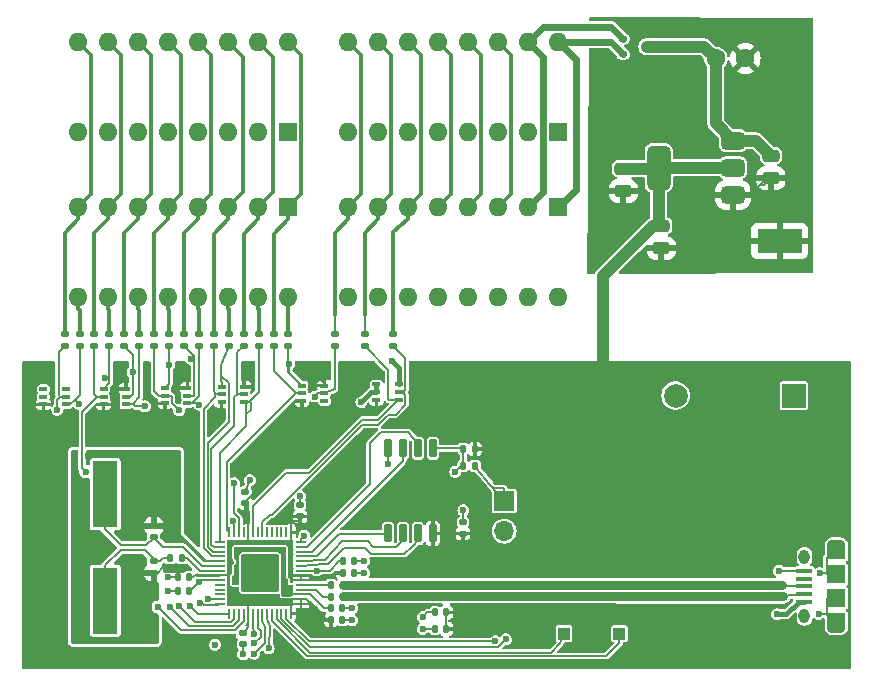
<source format=gbr>
%TF.GenerationSoftware,KiCad,Pcbnew,8.0.4*%
%TF.CreationDate,2024-08-25T13:35:15-07:00*%
%TF.ProjectId,fluke_884x_continuity_buzzer,666c756b-655f-4383-9834-785f636f6e74,3*%
%TF.SameCoordinates,Original*%
%TF.FileFunction,Copper,L1,Top*%
%TF.FilePolarity,Positive*%
%FSLAX46Y46*%
G04 Gerber Fmt 4.6, Leading zero omitted, Abs format (unit mm)*
G04 Created by KiCad (PCBNEW 8.0.4) date 2024-08-25 13:35:15*
%MOMM*%
%LPD*%
G01*
G04 APERTURE LIST*
G04 Aperture macros list*
%AMRoundRect*
0 Rectangle with rounded corners*
0 $1 Rounding radius*
0 $2 $3 $4 $5 $6 $7 $8 $9 X,Y pos of 4 corners*
0 Add a 4 corners polygon primitive as box body*
4,1,4,$2,$3,$4,$5,$6,$7,$8,$9,$2,$3,0*
0 Add four circle primitives for the rounded corners*
1,1,$1+$1,$2,$3*
1,1,$1+$1,$4,$5*
1,1,$1+$1,$6,$7*
1,1,$1+$1,$8,$9*
0 Add four rect primitives between the rounded corners*
20,1,$1+$1,$2,$3,$4,$5,0*
20,1,$1+$1,$4,$5,$6,$7,0*
20,1,$1+$1,$6,$7,$8,$9,0*
20,1,$1+$1,$8,$9,$2,$3,0*%
G04 Aperture macros list end*
%TA.AperFunction,SMDPad,CuDef*%
%ADD10RoundRect,0.250000X-0.475000X0.250000X-0.475000X-0.250000X0.475000X-0.250000X0.475000X0.250000X0*%
%TD*%
%TA.AperFunction,SMDPad,CuDef*%
%ADD11R,1.350000X0.400000*%
%TD*%
%TA.AperFunction,ComponentPad*%
%ADD12O,1.550000X0.890000*%
%TD*%
%TA.AperFunction,SMDPad,CuDef*%
%ADD13R,1.550000X1.200000*%
%TD*%
%TA.AperFunction,ComponentPad*%
%ADD14O,0.950000X1.250000*%
%TD*%
%TA.AperFunction,SMDPad,CuDef*%
%ADD15R,1.550000X1.500000*%
%TD*%
%TA.AperFunction,ComponentPad*%
%ADD16R,1.700000X1.700000*%
%TD*%
%TA.AperFunction,ComponentPad*%
%ADD17O,1.700000X1.700000*%
%TD*%
%TA.AperFunction,SMDPad,CuDef*%
%ADD18RoundRect,0.140000X-0.140000X-0.170000X0.140000X-0.170000X0.140000X0.170000X-0.140000X0.170000X0*%
%TD*%
%TA.AperFunction,SMDPad,CuDef*%
%ADD19RoundRect,0.140000X0.170000X-0.140000X0.170000X0.140000X-0.170000X0.140000X-0.170000X-0.140000X0*%
%TD*%
%TA.AperFunction,SMDPad,CuDef*%
%ADD20RoundRect,0.135000X0.135000X0.185000X-0.135000X0.185000X-0.135000X-0.185000X0.135000X-0.185000X0*%
%TD*%
%TA.AperFunction,SMDPad,CuDef*%
%ADD21RoundRect,0.375000X0.625000X0.375000X-0.625000X0.375000X-0.625000X-0.375000X0.625000X-0.375000X0*%
%TD*%
%TA.AperFunction,SMDPad,CuDef*%
%ADD22RoundRect,0.500000X0.500000X1.400000X-0.500000X1.400000X-0.500000X-1.400000X0.500000X-1.400000X0*%
%TD*%
%TA.AperFunction,SMDPad,CuDef*%
%ADD23RoundRect,0.150000X-0.150000X0.650000X-0.150000X-0.650000X0.150000X-0.650000X0.150000X0.650000X0*%
%TD*%
%TA.AperFunction,SMDPad,CuDef*%
%ADD24RoundRect,0.140000X-0.170000X0.140000X-0.170000X-0.140000X0.170000X-0.140000X0.170000X0.140000X0*%
%TD*%
%TA.AperFunction,SMDPad,CuDef*%
%ADD25RoundRect,0.135000X-0.135000X-0.185000X0.135000X-0.185000X0.135000X0.185000X-0.135000X0.185000X0*%
%TD*%
%TA.AperFunction,SMDPad,CuDef*%
%ADD26RoundRect,0.140000X0.140000X0.170000X-0.140000X0.170000X-0.140000X-0.170000X0.140000X-0.170000X0*%
%TD*%
%TA.AperFunction,SMDPad,CuDef*%
%ADD27RoundRect,0.050000X-0.050000X0.387500X-0.050000X-0.387500X0.050000X-0.387500X0.050000X0.387500X0*%
%TD*%
%TA.AperFunction,SMDPad,CuDef*%
%ADD28RoundRect,0.050000X-0.387500X0.050000X-0.387500X-0.050000X0.387500X-0.050000X0.387500X0.050000X0*%
%TD*%
%TA.AperFunction,ComponentPad*%
%ADD29C,0.600000*%
%TD*%
%TA.AperFunction,SMDPad,CuDef*%
%ADD30RoundRect,0.144000X-1.456000X1.456000X-1.456000X-1.456000X1.456000X-1.456000X1.456000X1.456000X0*%
%TD*%
%TA.AperFunction,SMDPad,CuDef*%
%ADD31R,2.100000X5.600000*%
%TD*%
%TA.AperFunction,SMDPad,CuDef*%
%ADD32RoundRect,0.135000X-0.185000X0.135000X-0.185000X-0.135000X0.185000X-0.135000X0.185000X0.135000X0*%
%TD*%
%TA.AperFunction,SMDPad,CuDef*%
%ADD33RoundRect,0.100000X0.225000X0.100000X-0.225000X0.100000X-0.225000X-0.100000X0.225000X-0.100000X0*%
%TD*%
%TA.AperFunction,ComponentPad*%
%ADD34R,2.000000X2.000000*%
%TD*%
%TA.AperFunction,ComponentPad*%
%ADD35C,2.000000*%
%TD*%
%TA.AperFunction,ComponentPad*%
%ADD36R,1.000000X1.000000*%
%TD*%
%TA.AperFunction,ComponentPad*%
%ADD37C,1.600000*%
%TD*%
%TA.AperFunction,ComponentPad*%
%ADD38R,1.600000X1.600000*%
%TD*%
%TA.AperFunction,ComponentPad*%
%ADD39O,1.600000X1.600000*%
%TD*%
%TA.AperFunction,SMDPad,CuDef*%
%ADD40R,3.800000X2.000000*%
%TD*%
%TA.AperFunction,SMDPad,CuDef*%
%ADD41RoundRect,0.112500X-0.237500X0.112500X-0.237500X-0.112500X0.237500X-0.112500X0.237500X0.112500X0*%
%TD*%
%TA.AperFunction,ViaPad*%
%ADD42C,0.600000*%
%TD*%
%TA.AperFunction,Conductor*%
%ADD43C,0.150000*%
%TD*%
%TA.AperFunction,Conductor*%
%ADD44C,0.200000*%
%TD*%
%TA.AperFunction,Conductor*%
%ADD45C,1.000000*%
%TD*%
%TA.AperFunction,Conductor*%
%ADD46C,0.800000*%
%TD*%
%TA.AperFunction,Conductor*%
%ADD47C,0.600000*%
%TD*%
%TA.AperFunction,Conductor*%
%ADD48C,0.300000*%
%TD*%
%TA.AperFunction,Conductor*%
%ADD49C,0.400000*%
%TD*%
G04 APERTURE END LIST*
D10*
%TO.P,C2,1*%
%TO.N,+3V3*%
X51210000Y-17075000D03*
%TO.P,C2,2*%
%TO.N,GND*%
X51210000Y-18975000D03*
%TD*%
D11*
%TO.P,J3,1,VBUS*%
%TO.N,/VBUS*%
X66553600Y-53737500D03*
%TO.P,J3,2,D-*%
%TO.N,/USB_D-*%
X66553600Y-53087500D03*
%TO.P,J3,3,D+*%
%TO.N,/USB_D+*%
X66553600Y-52437500D03*
%TO.P,J3,4,ID*%
%TO.N,unconnected-(J3-ID-Pad4)*%
X66553600Y-51787500D03*
%TO.P,J3,5,GND*%
%TO.N,GND*%
X66553600Y-51137500D03*
D12*
%TO.P,J3,6,Shield*%
X69253600Y-55937500D03*
D13*
X69253600Y-55337500D03*
D14*
X66553600Y-54937500D03*
D15*
X69253600Y-53437500D03*
X69253600Y-51437500D03*
D14*
X66553600Y-49937500D03*
D13*
X69253600Y-49537500D03*
D12*
X69253600Y-48937500D03*
%TD*%
D16*
%TO.P,J2,1,Pin_1*%
%TO.N,/~{USB_BOOT}*%
X41123600Y-45225000D03*
D17*
%TO.P,J2,2,Pin_2*%
%TO.N,GND*%
X41123600Y-47765000D03*
%TD*%
D18*
%TO.P,C15,1*%
%TO.N,+3V3*%
X26467400Y-55315400D03*
%TO.P,C15,2*%
%TO.N,GND*%
X27427400Y-55315400D03*
%TD*%
%TO.P,C13,1*%
%TO.N,+1V1*%
X26467400Y-54315400D03*
%TO.P,C13,2*%
%TO.N,GND*%
X27427400Y-54315400D03*
%TD*%
D19*
%TO.P,C4,1*%
%TO.N,+3V3*%
X19223600Y-45395000D03*
%TO.P,C4,2*%
%TO.N,GND*%
X19223600Y-44435000D03*
%TD*%
%TO.P,C6,1*%
%TO.N,+3V3*%
X37632400Y-47980400D03*
%TO.P,C6,2*%
%TO.N,GND*%
X37632400Y-47020400D03*
%TD*%
D20*
%TO.P,R27,1*%
%TO.N,+3V3*%
X38657400Y-40815400D03*
%TO.P,R27,2*%
%TO.N,/QSPI_SS*%
X37637400Y-40815400D03*
%TD*%
D21*
%TO.P,U1,1,GND*%
%TO.N,GND*%
X60510000Y-19300000D03*
%TO.P,U1,2,VO*%
%TO.N,+3V3*%
X60510000Y-17000000D03*
D22*
X54210000Y-17000000D03*
D21*
%TO.P,U1,3,VI*%
%TO.N,Net-(D1A-K)*%
X60510000Y-14700000D03*
%TD*%
D23*
%TO.P,U2,1,~{CS}*%
%TO.N,/QSPI_SS*%
X35092400Y-40765400D03*
%TO.P,U2,2,DO(IO1)*%
%TO.N,/QSPI_SD1*%
X33822400Y-40765400D03*
%TO.P,U2,3,IO2*%
%TO.N,/QSPI_SD2*%
X32552400Y-40765400D03*
%TO.P,U2,4,GND*%
%TO.N,GND*%
X31282400Y-40765400D03*
%TO.P,U2,5,DI(IO0)*%
%TO.N,/QSPI_SD0*%
X31282400Y-47965400D03*
%TO.P,U2,6,CLK*%
%TO.N,/QSPI_SCLK*%
X32552400Y-47965400D03*
%TO.P,U2,7,IO3*%
%TO.N,/QSPI_SD3*%
X33822400Y-47965400D03*
%TO.P,U2,8,VCC*%
%TO.N,+3V3*%
X35092400Y-47965400D03*
%TD*%
D24*
%TO.P,C9,1*%
%TO.N,Net-(C9-Pad1)*%
X11462400Y-50320400D03*
%TO.P,C9,2*%
%TO.N,GND*%
X11462400Y-51280400D03*
%TD*%
D25*
%TO.P,R28,1*%
%TO.N,/QSPI_SS*%
X37643600Y-42250000D03*
%TO.P,R28,2*%
%TO.N,/~{USB_BOOT}*%
X38663600Y-42250000D03*
%TD*%
D18*
%TO.P,C10,1*%
%TO.N,+3V3*%
X27467400Y-51315400D03*
%TO.P,C10,2*%
%TO.N,GND*%
X28427400Y-51315400D03*
%TD*%
D24*
%TO.P,C17,1*%
%TO.N,+3V3*%
X19023600Y-56400000D03*
%TO.P,C17,2*%
%TO.N,GND*%
X19023600Y-57360000D03*
%TD*%
D26*
%TO.P,C11,1*%
%TO.N,+3V3*%
X14457400Y-51696400D03*
%TO.P,C11,2*%
%TO.N,GND*%
X13497400Y-51696400D03*
%TD*%
D20*
%TO.P,R30,1*%
%TO.N,/USB_D+*%
X27457400Y-52315400D03*
%TO.P,R30,2*%
%TO.N,Net-(U3-USB_DP)*%
X26437400Y-52315400D03*
%TD*%
D26*
%TO.P,C12,1*%
%TO.N,+1V1*%
X14457400Y-52815400D03*
%TO.P,C12,2*%
%TO.N,GND*%
X13497400Y-52815400D03*
%TD*%
D10*
%TO.P,C1,1*%
%TO.N,Net-(D1A-K)*%
X63710000Y-15987500D03*
%TO.P,C1,2*%
%TO.N,GND*%
X63710000Y-17887500D03*
%TD*%
D19*
%TO.P,C5,1*%
%TO.N,+3V3*%
X23853600Y-46530000D03*
%TO.P,C5,2*%
%TO.N,GND*%
X23853600Y-45570000D03*
%TD*%
D26*
%TO.P,C16,1*%
%TO.N,+3V3*%
X36220000Y-56050000D03*
%TO.P,C16,2*%
%TO.N,GND*%
X35260000Y-56050000D03*
%TD*%
D27*
%TO.P,U3,1,IOVDD*%
%TO.N,+3V3*%
X23062400Y-47877900D03*
%TO.P,U3,2,GPIO0*%
%TO.N,/GPIO0*%
X22662400Y-47877900D03*
%TO.P,U3,3,GPIO1*%
%TO.N,/GPIO1*%
X22262400Y-47877900D03*
%TO.P,U3,4,GPIO2*%
%TO.N,/GPIO2*%
X21862400Y-47877900D03*
%TO.P,U3,5,GPIO3*%
%TO.N,/GPIO3*%
X21462400Y-47877900D03*
%TO.P,U3,6,GPIO4*%
%TO.N,/GPIO4*%
X21062400Y-47877900D03*
%TO.P,U3,7,GPIO5*%
%TO.N,G5_3V*%
X20662400Y-47877900D03*
%TO.P,U3,8,GPIO6*%
%TO.N,/GPIO6*%
X20262400Y-47877900D03*
%TO.P,U3,9,GPIO7*%
%TO.N,G7_3V*%
X19862400Y-47877900D03*
%TO.P,U3,10,IOVDD*%
%TO.N,+3V3*%
X19462400Y-47877900D03*
%TO.P,U3,11,GPIO8*%
%TO.N,/GPIO8*%
X19062400Y-47877900D03*
%TO.P,U3,12,GPIO9*%
%TO.N,G6_3V*%
X18662400Y-47877900D03*
%TO.P,U3,13,GPIO10*%
%TO.N,G2_3V*%
X18262400Y-47877900D03*
%TO.P,U3,14,GPIO11*%
%TO.N,PDP_3V*%
X17862400Y-47877900D03*
D28*
%TO.P,U3,15,GPIO12*%
%TO.N,G3_3V*%
X17024900Y-48715400D03*
%TO.P,U3,16,GPIO13*%
%TO.N,PS1_3V*%
X17024900Y-49115400D03*
%TO.P,U3,17,GPIO14*%
%TO.N,G4_3V*%
X17024900Y-49515400D03*
%TO.P,U3,18,GPIO15*%
%TO.N,PD_3V*%
X17024900Y-49915400D03*
%TO.P,U3,19,TESTEN*%
%TO.N,GND*%
X17024900Y-50315400D03*
%TO.P,U3,20,XIN*%
%TO.N,/XIN*%
X17024900Y-50715400D03*
%TO.P,U3,21,XOUT*%
%TO.N,/XOUT*%
X17024900Y-51115400D03*
%TO.P,U3,22,IOVDD*%
%TO.N,+3V3*%
X17024900Y-51515400D03*
%TO.P,U3,23,DVDD*%
%TO.N,+1V1*%
X17024900Y-51915400D03*
%TO.P,U3,24,SWCLK*%
%TO.N,unconnected-(U3-SWCLK-Pad24)*%
X17024900Y-52315400D03*
%TO.P,U3,25,SWD*%
%TO.N,unconnected-(U3-SWD-Pad25)*%
X17024900Y-52715400D03*
%TO.P,U3,26,RUN*%
%TO.N,unconnected-(U3-RUN-Pad26)*%
X17024900Y-53115400D03*
%TO.P,U3,27,GPIO16*%
%TO.N,PC_3V*%
X17024900Y-53515400D03*
%TO.P,U3,28,GPIO17*%
%TO.N,PG_3V*%
X17024900Y-53915400D03*
D27*
%TO.P,U3,29,GPIO18*%
%TO.N,PA_3V*%
X17862400Y-54752900D03*
%TO.P,U3,30,GPIO19*%
%TO.N,PS3_3V*%
X18262400Y-54752900D03*
%TO.P,U3,31,GPIO20*%
%TO.N,PB_3V*%
X18662400Y-54752900D03*
%TO.P,U3,32,GPIO21*%
%TO.N,PS2_3V*%
X19062400Y-54752900D03*
%TO.P,U3,33,IOVDD*%
%TO.N,+3V3*%
X19462400Y-54752900D03*
%TO.P,U3,34,GPIO22*%
%TO.N,PF_3V*%
X19862400Y-54752900D03*
%TO.P,U3,35,GPIO23*%
%TO.N,G0_3V*%
X20262400Y-54752900D03*
%TO.P,U3,36,GPIO24*%
%TO.N,G1_3V*%
X20662400Y-54752900D03*
%TO.P,U3,37,GPIO25*%
%TO.N,PE_3V*%
X21062400Y-54752900D03*
%TO.P,U3,38,GPIO26_ADC0*%
%TO.N,/GPIO26_ADC0*%
X21462400Y-54752900D03*
%TO.P,U3,39,GPIO27_ADC1*%
%TO.N,/GPIO27_ADC1*%
X21862400Y-54752900D03*
%TO.P,U3,40,GPIO28_ADC2*%
%TO.N,/GPIO28_ADC2*%
X22262400Y-54752900D03*
%TO.P,U3,41,GPIO29_ADC3*%
%TO.N,/GPIO29_ADC3*%
X22662400Y-54752900D03*
%TO.P,U3,42,IOVDD*%
%TO.N,+3V3*%
X23062400Y-54752900D03*
D28*
%TO.P,U3,43,ADC_AVDD*%
X23899900Y-53915400D03*
%TO.P,U3,44,VREG_IN*%
X23899900Y-53515400D03*
%TO.P,U3,45,VREG_VOUT*%
%TO.N,+1V1*%
X23899900Y-53115400D03*
%TO.P,U3,46,USB_DM*%
%TO.N,Net-(U3-USB_DM)*%
X23899900Y-52715400D03*
%TO.P,U3,47,USB_DP*%
%TO.N,Net-(U3-USB_DP)*%
X23899900Y-52315400D03*
%TO.P,U3,48,USB_VDD*%
%TO.N,+3V3*%
X23899900Y-51915400D03*
%TO.P,U3,49,IOVDD*%
X23899900Y-51515400D03*
%TO.P,U3,50,DVDD*%
%TO.N,+1V1*%
X23899900Y-51115400D03*
%TO.P,U3,51,QSPI_SD3*%
%TO.N,/QSPI_SD3*%
X23899900Y-50715400D03*
%TO.P,U3,52,QSPI_SCLK*%
%TO.N,/QSPI_SCLK*%
X23899900Y-50315400D03*
%TO.P,U3,53,QSPI_SD0*%
%TO.N,/QSPI_SD0*%
X23899900Y-49915400D03*
%TO.P,U3,54,QSPI_SD2*%
%TO.N,/QSPI_SD2*%
X23899900Y-49515400D03*
%TO.P,U3,55,QSPI_SD1*%
%TO.N,/QSPI_SD1*%
X23899900Y-49115400D03*
%TO.P,U3,56,QSPI_SS*%
%TO.N,/QSPI_SS*%
X23899900Y-48715400D03*
D29*
%TO.P,U3,57,GND*%
%TO.N,GND*%
X21737400Y-50040400D03*
X20462400Y-50040400D03*
X19187400Y-50040400D03*
X21737400Y-51315400D03*
X20462400Y-51315400D03*
D30*
X20462400Y-51315400D03*
D29*
X19187400Y-51315400D03*
X21737400Y-52590400D03*
X20462400Y-52590400D03*
X19187400Y-52590400D03*
%TD*%
D19*
%TO.P,C7,1*%
%TO.N,/XIN*%
X11462400Y-48310400D03*
%TO.P,C7,2*%
%TO.N,GND*%
X11462400Y-47350400D03*
%TD*%
D20*
%TO.P,R31,1*%
%TO.N,/USB_D-*%
X27457400Y-53315400D03*
%TO.P,R31,2*%
%TO.N,Net-(U3-USB_DM)*%
X26437400Y-53315400D03*
%TD*%
D18*
%TO.P,C8,1*%
%TO.N,+1V1*%
X27467400Y-50315400D03*
%TO.P,C8,2*%
%TO.N,GND*%
X28427400Y-50315400D03*
%TD*%
D26*
%TO.P,C14,1*%
%TO.N,+3V3*%
X36220000Y-54650000D03*
%TO.P,C14,2*%
%TO.N,GND*%
X35260000Y-54650000D03*
%TD*%
D20*
%TO.P,R29,1*%
%TO.N,/XOUT*%
X13857400Y-50015400D03*
%TO.P,R29,2*%
%TO.N,Net-(C9-Pad1)*%
X12837400Y-50015400D03*
%TD*%
D31*
%TO.P,Y1,1,1*%
%TO.N,/XIN*%
X7346400Y-44656400D03*
%TO.P,Y1,2,2*%
%TO.N,Net-(C9-Pad1)*%
X7346400Y-53656400D03*
%TD*%
D10*
%TO.P,C3,1*%
%TO.N,+3V3*%
X54432800Y-21919600D03*
%TO.P,C3,2*%
%TO.N,GND*%
X54432800Y-23819600D03*
%TD*%
D32*
%TO.P,R7,1*%
%TO.N,/Pf*%
X11491000Y-31090000D03*
%TO.P,R7,2*%
%TO.N,PF_3V*%
X11491000Y-32110000D03*
%TD*%
%TO.P,R10,1*%
%TO.N,/G1*%
X15280600Y-31090000D03*
%TO.P,R10,2*%
%TO.N,G1_3V*%
X15280600Y-32110000D03*
%TD*%
D33*
%TO.P,D5,1,A*%
%TO.N,G3_3V*%
X19110000Y-36850000D03*
%TO.P,D5,2,A*%
%TO.N,PS1_3V*%
X19110000Y-36200000D03*
%TO.P,D5,3,K*%
%TO.N,+3V3*%
X19110000Y-35550000D03*
%TO.P,D5,4,A*%
%TO.N,G4_3V*%
X17210000Y-35550000D03*
%TO.P,D5,5,A*%
%TO.N,PD_3V*%
X17210000Y-36200000D03*
%TO.P,D5,6,K*%
%TO.N,+3V3*%
X17210000Y-36850000D03*
%TD*%
%TO.P,D6,1,A*%
%TO.N,G1_3V*%
X14310000Y-36950000D03*
%TO.P,D6,2,A*%
%TO.N,PE_3V*%
X14310000Y-36300000D03*
%TO.P,D6,3,K*%
%TO.N,+3V3*%
X14310000Y-35650000D03*
%TO.P,D6,4,A*%
%TO.N,G0_3V*%
X12410000Y-35650000D03*
%TO.P,D6,5,A*%
%TO.N,PF_3V*%
X12410000Y-36300000D03*
%TO.P,D6,6,K*%
%TO.N,+3V3*%
X12410000Y-36950000D03*
%TD*%
D34*
%TO.P,LS1,1,1*%
%TO.N,/GPIO28_ADC2*%
X65640000Y-36300000D03*
D35*
%TO.P,LS1,2,2*%
%TO.N,/GPIO29_ADC3*%
X55640000Y-36300000D03*
%TD*%
D32*
%TO.P,R15,1*%
%TO.N,/PDP*%
X21596800Y-31090000D03*
%TO.P,R15,2*%
%TO.N,PDP_3V*%
X21596800Y-32110000D03*
%TD*%
%TO.P,R16,1*%
%TO.N,/G2*%
X22860000Y-31090000D03*
%TO.P,R16,2*%
%TO.N,G2_3V*%
X22860000Y-32110000D03*
%TD*%
%TO.P,R17,1*%
%TO.N,/G6*%
X26771600Y-31090000D03*
%TO.P,R17,2*%
%TO.N,G6_3V*%
X26771600Y-32110000D03*
%TD*%
%TO.P,R4,1*%
%TO.N,/Pa*%
X7701300Y-31090000D03*
%TO.P,R4,2*%
%TO.N,PA_3V*%
X7701300Y-32110000D03*
%TD*%
D36*
%TO.P,TP2,1,1*%
%TO.N,/GPIO26_ADC0*%
X50890000Y-56450000D03*
%TD*%
D32*
%TO.P,R2,1*%
%TO.N,/Pb*%
X5174800Y-31090000D03*
%TO.P,R2,2*%
%TO.N,PB_3V*%
X5174800Y-32110000D03*
%TD*%
D37*
%TO.P,C18,1*%
%TO.N,Net-(D1A-K)*%
X59040000Y-7750000D03*
%TO.P,C18,2*%
%TO.N,GND*%
X61540000Y-7750000D03*
%TD*%
D33*
%TO.P,D8,1,A*%
%TO.N,PB_3V*%
X4010000Y-37050000D03*
%TO.P,D8,2,A*%
%TO.N,PS2_3V*%
X4010000Y-36400000D03*
%TO.P,D8,3,K*%
%TO.N,unconnected-(D8C-K-Pad3)*%
X4010000Y-35750000D03*
%TO.P,D8,4,A*%
%TO.N,unconnected-(D8C-A-Pad4)*%
X2110000Y-35750000D03*
%TO.P,D8,5,A*%
%TO.N,unconnected-(D8D-A-Pad5)*%
X2110000Y-36400000D03*
%TO.P,D8,6,K*%
%TO.N,+3V3*%
X2110000Y-37050000D03*
%TD*%
D38*
%TO.P,J204,1,Pin_1*%
%TO.N,/PDP*%
X22860000Y-20320000D03*
D39*
%TO.P,J204,2,Pin_2*%
%TO.N,/PS1*%
X20320000Y-20320000D03*
%TO.P,J204,3,Pin_3*%
%TO.N,/Pd*%
X17780000Y-20320000D03*
%TO.P,J204,4,Pin_4*%
%TO.N,/Pe*%
X15240000Y-20320000D03*
%TO.P,J204,5,Pin_5*%
%TO.N,/Pf*%
X12700000Y-20320000D03*
%TO.P,J204,6,Pin_6*%
%TO.N,/Pg*%
X10160000Y-20320000D03*
%TO.P,J204,7,Pin_7*%
%TO.N,/PS3*%
X7620000Y-20320000D03*
%TO.P,J204,8,Pin_8*%
%TO.N,/PS2*%
X5080000Y-20320000D03*
%TO.P,J204,9,Pin_9*%
%TO.N,/Pb*%
X5080000Y-27940000D03*
%TO.P,J204,10,Pin_10*%
%TO.N,/Pa*%
X7620000Y-27940000D03*
%TO.P,J204,11,Pin_11*%
%TO.N,/Pc*%
X10160000Y-27940000D03*
%TO.P,J204,12,Pin_12*%
%TO.N,/G0*%
X12700000Y-27940000D03*
%TO.P,J204,13,Pin_13*%
%TO.N,/G1*%
X15240000Y-27940000D03*
%TO.P,J204,14,Pin_14*%
%TO.N,/G4*%
X17780000Y-27940000D03*
%TO.P,J204,15,Pin_15*%
%TO.N,/G3*%
X20320000Y-27940000D03*
%TO.P,J204,16,Pin_16*%
%TO.N,/G2*%
X22860000Y-27940000D03*
%TD*%
D38*
%TO.P,J203,1,Pin_1*%
%TO.N,/F1*%
X45720000Y-20320000D03*
D39*
%TO.P,J203,2,Pin_2*%
%TO.N,/F2*%
X43180000Y-20320000D03*
%TO.P,J203,3,Pin_3*%
%TO.N,/S2*%
X40640000Y-20320000D03*
%TO.P,J203,4,Pin_4*%
%TO.N,/S1*%
X38100000Y-20320000D03*
%TO.P,J203,5,Pin_5*%
%TO.N,/S0*%
X35560000Y-20320000D03*
%TO.P,J203,6,Pin_6*%
%TO.N,/G5*%
X33020000Y-20320000D03*
%TO.P,J203,7,Pin_7*%
%TO.N,/G7*%
X30480000Y-20320000D03*
%TO.P,J203,8,Pin_8*%
%TO.N,/G6*%
X27940000Y-20320000D03*
%TO.P,J203,9,Pin_9*%
%TO.N,/RL0*%
X27940000Y-27940000D03*
%TO.P,J203,10,Pin_10*%
%TO.N,/RL1*%
X30480000Y-27940000D03*
%TO.P,J203,11,Pin_11*%
%TO.N,/RL6*%
X33020000Y-27940000D03*
%TO.P,J203,12,Pin_12*%
%TO.N,/RL4*%
X35560000Y-27940000D03*
%TO.P,J203,13,Pin_13*%
%TO.N,/RL2*%
X38100000Y-27940000D03*
%TO.P,J203,14,Pin_14*%
%TO.N,/RL5*%
X40640000Y-27940000D03*
%TO.P,J203,15,Pin_15*%
%TO.N,/RL3*%
X43180000Y-27940000D03*
%TO.P,J203,16,Pin_16*%
%TO.N,GND*%
X45720000Y-27940000D03*
%TD*%
D32*
%TO.P,R9,1*%
%TO.N,/Pe*%
X14017400Y-31090000D03*
%TO.P,R9,2*%
%TO.N,PE_3V*%
X14017400Y-32110000D03*
%TD*%
%TO.P,R11,1*%
%TO.N,/Pd*%
X16543900Y-31090000D03*
%TO.P,R11,2*%
%TO.N,PD_3V*%
X16543900Y-32110000D03*
%TD*%
D36*
%TO.P,TP3,1,1*%
%TO.N,/GPIO27_ADC1*%
X46190000Y-56450000D03*
%TD*%
D32*
%TO.P,R14,1*%
%TO.N,/G3*%
X20333500Y-31090000D03*
%TO.P,R14,2*%
%TO.N,G3_3V*%
X20333500Y-32110000D03*
%TD*%
D33*
%TO.P,D2,1,A*%
%TO.N,G7_3V*%
X32210000Y-36650000D03*
%TO.P,D2,2,A*%
%TO.N,G5_3V*%
X32210000Y-36000000D03*
%TO.P,D2,3,K*%
%TO.N,Net-(D1A-K)*%
X32210000Y-35350000D03*
%TO.P,D2,4,A*%
%TO.N,/VBUS*%
X30310000Y-35350000D03*
%TO.P,D2,5,A*%
X30310000Y-36000000D03*
%TO.P,D2,6,K*%
%TO.N,+3V3*%
X30310000Y-36650000D03*
%TD*%
D32*
%TO.P,R3,1*%
%TO.N,/PS3*%
X6438100Y-31090000D03*
%TO.P,R3,2*%
%TO.N,PS3_3V*%
X6438100Y-32110000D03*
%TD*%
D40*
%TO.P,TP1,1,1*%
%TO.N,GND*%
X64460000Y-23200000D03*
%TD*%
D41*
%TO.P,D1,1,A*%
%TO.N,/F2*%
X51190000Y-6100000D03*
%TO.P,D1,2,K*%
%TO.N,/F1*%
X51190000Y-7400000D03*
%TO.P,D1,3,K*%
%TO.N,Net-(D1A-K)*%
X53190000Y-6750000D03*
%TD*%
D33*
%TO.P,D4,1,A*%
%TO.N,unconnected-(D4A-A-Pad1)*%
X25910000Y-36750000D03*
%TO.P,D4,2,A*%
%TO.N,G6_3V*%
X25910000Y-36100000D03*
%TO.P,D4,3,K*%
%TO.N,+3V3*%
X25910000Y-35450000D03*
%TO.P,D4,4,A*%
%TO.N,G2_3V*%
X24010000Y-35450000D03*
%TO.P,D4,5,A*%
%TO.N,PDP_3V*%
X24010000Y-36100000D03*
%TO.P,D4,6,K*%
%TO.N,+3V3*%
X24010000Y-36750000D03*
%TD*%
D32*
%TO.P,R12,1*%
%TO.N,/G4*%
X17807100Y-31090000D03*
%TO.P,R12,2*%
%TO.N,G4_3V*%
X17807100Y-32110000D03*
%TD*%
%TO.P,R19,1*%
%TO.N,/G5*%
X31724600Y-31090000D03*
%TO.P,R19,2*%
%TO.N,G5_3V*%
X31724600Y-32110000D03*
%TD*%
%TO.P,R18,1*%
%TO.N,/G7*%
X29311600Y-31090000D03*
%TO.P,R18,2*%
%TO.N,G7_3V*%
X29311600Y-32110000D03*
%TD*%
%TO.P,R6,1*%
%TO.N,/Pc*%
X10227700Y-31090000D03*
%TO.P,R6,2*%
%TO.N,PC_3V*%
X10227700Y-32110000D03*
%TD*%
D33*
%TO.P,D7,1,A*%
%TO.N,PC_3V*%
X9110000Y-37050000D03*
%TO.P,D7,2,A*%
%TO.N,PG_3V*%
X9110000Y-36400000D03*
%TO.P,D7,3,K*%
%TO.N,+3V3*%
X9110000Y-35750000D03*
%TO.P,D7,4,A*%
%TO.N,PA_3V*%
X7210000Y-35750000D03*
%TO.P,D7,5,A*%
%TO.N,PS3_3V*%
X7210000Y-36400000D03*
%TO.P,D7,6,K*%
%TO.N,+3V3*%
X7210000Y-37050000D03*
%TD*%
D32*
%TO.P,R1,1*%
%TO.N,/PS2*%
X3911600Y-31090000D03*
%TO.P,R1,2*%
%TO.N,PS2_3V*%
X3911600Y-32110000D03*
%TD*%
%TO.P,R13,1*%
%TO.N,/PS1*%
X19070300Y-31090000D03*
%TO.P,R13,2*%
%TO.N,PS1_3V*%
X19070300Y-32110000D03*
%TD*%
%TO.P,R8,1*%
%TO.N,/G0*%
X12754200Y-31090000D03*
%TO.P,R8,2*%
%TO.N,G0_3V*%
X12754200Y-32110000D03*
%TD*%
%TO.P,R5,1*%
%TO.N,/Pg*%
X8964500Y-31090000D03*
%TO.P,R5,2*%
%TO.N,PG_3V*%
X8964500Y-32110000D03*
%TD*%
D38*
%TO.P,P204,1,Pin_1*%
%TO.N,/G2*%
X22860000Y-13970000D03*
D39*
%TO.P,P204,2,Pin_2*%
%TO.N,/G3*%
X20320000Y-13970000D03*
%TO.P,P204,3,Pin_3*%
%TO.N,/G4*%
X17780000Y-13970000D03*
%TO.P,P204,4,Pin_4*%
%TO.N,/G1*%
X15240000Y-13970000D03*
%TO.P,P204,5,Pin_5*%
%TO.N,/G0*%
X12700000Y-13970000D03*
%TO.P,P204,6,Pin_6*%
%TO.N,/Pc*%
X10160000Y-13970000D03*
%TO.P,P204,7,Pin_7*%
%TO.N,/Pa*%
X7620000Y-13970000D03*
%TO.P,P204,8,Pin_8*%
%TO.N,/Pb*%
X5080000Y-13970000D03*
%TO.P,P204,9,Pin_9*%
%TO.N,/PS2*%
X5080000Y-6350000D03*
%TO.P,P204,10,Pin_10*%
%TO.N,/PS3*%
X7620000Y-6350000D03*
%TO.P,P204,11,Pin_11*%
%TO.N,/Pg*%
X10160000Y-6350000D03*
%TO.P,P204,12,Pin_12*%
%TO.N,/Pf*%
X12700000Y-6350000D03*
%TO.P,P204,13,Pin_13*%
%TO.N,/Pe*%
X15240000Y-6350000D03*
%TO.P,P204,14,Pin_14*%
%TO.N,/Pd*%
X17780000Y-6350000D03*
%TO.P,P204,15,Pin_15*%
%TO.N,/PS1*%
X20320000Y-6350000D03*
%TO.P,P204,16,Pin_16*%
%TO.N,/PDP*%
X22860000Y-6350000D03*
%TD*%
D38*
%TO.P,P203,1,Pin_1*%
%TO.N,GND*%
X45720000Y-13970000D03*
D39*
%TO.P,P203,2,Pin_2*%
%TO.N,/RL3*%
X43180000Y-13970000D03*
%TO.P,P203,3,Pin_3*%
%TO.N,/RL5*%
X40640000Y-13970000D03*
%TO.P,P203,4,Pin_4*%
%TO.N,/RL2*%
X38100000Y-13970000D03*
%TO.P,P203,5,Pin_5*%
%TO.N,/RL4*%
X35560000Y-13970000D03*
%TO.P,P203,6,Pin_6*%
%TO.N,/RL6*%
X33020000Y-13970000D03*
%TO.P,P203,7,Pin_7*%
%TO.N,/RL1*%
X30480000Y-13970000D03*
%TO.P,P203,8,Pin_8*%
%TO.N,/RL0*%
X27940000Y-13970000D03*
%TO.P,P203,9,Pin_9*%
%TO.N,/G6*%
X27940000Y-6350000D03*
%TO.P,P203,10,Pin_10*%
%TO.N,/G7*%
X30480000Y-6350000D03*
%TO.P,P203,11,Pin_11*%
%TO.N,/G5*%
X33020000Y-6350000D03*
%TO.P,P203,12,Pin_12*%
%TO.N,/S0*%
X35560000Y-6350000D03*
%TO.P,P203,13,Pin_13*%
%TO.N,/S1*%
X38100000Y-6350000D03*
%TO.P,P203,14,Pin_14*%
%TO.N,/S2*%
X40640000Y-6350000D03*
%TO.P,P203,15,Pin_15*%
%TO.N,/F2*%
X43180000Y-6350000D03*
%TO.P,P203,16,Pin_16*%
%TO.N,/F1*%
X45720000Y-6350000D03*
%TD*%
D42*
%TO.N,GND*%
X58460000Y-23600000D03*
X9062400Y-48115400D03*
X62210000Y-19000000D03*
X12680400Y-51696400D03*
X19023600Y-58200000D03*
X9062400Y-41405400D03*
X64404000Y-51137500D03*
X29262000Y-50315400D03*
X57060000Y-23600000D03*
X11462400Y-46489400D03*
X34225000Y-56050000D03*
X12680400Y-52815400D03*
X59760000Y-23600000D03*
X37663000Y-46015400D03*
X61260000Y-22100000D03*
X57060000Y-22100000D03*
X28262000Y-55315400D03*
X67754000Y-54777900D03*
X9062400Y-50105400D03*
X58460000Y-22100000D03*
X23823600Y-44800000D03*
X9062400Y-56805400D03*
X5930600Y-41405400D03*
X59760000Y-22100000D03*
X13505900Y-50870900D03*
X28262000Y-54315400D03*
X29262000Y-51315400D03*
X34225000Y-55050000D03*
X61260000Y-23600000D03*
X11473900Y-52077400D03*
X13632900Y-48394400D03*
X31263000Y-42115400D03*
X67854000Y-51340200D03*
X7562400Y-49205400D03*
X5362400Y-56805400D03*
X19603600Y-43450000D03*
%TO.N,+3V3*%
X25140000Y-54400000D03*
X37360000Y-54950000D03*
X17944800Y-50378800D03*
X17235000Y-38300000D03*
X7360000Y-38400000D03*
X12460000Y-38300000D03*
X19160000Y-34000000D03*
X24860000Y-34200000D03*
X14160000Y-34200000D03*
X49460000Y-39500000D03*
X24160000Y-38400000D03*
X25920400Y-51665400D03*
X21590000Y-42650000D03*
X2060000Y-38400000D03*
X49460000Y-35900000D03*
X8460000Y-34600000D03*
X20240000Y-44050000D03*
X18097100Y-53680800D03*
X30310000Y-37750000D03*
X49460000Y-37200000D03*
X24890000Y-45150000D03*
X49460000Y-38400000D03*
%TO.N,+1V1*%
X22562400Y-52015400D03*
X25262400Y-51115400D03*
X18362400Y-51915400D03*
X15262400Y-52115400D03*
%TO.N,/QSPI_SS*%
X24199500Y-48149800D03*
X36992000Y-42755500D03*
%TO.N,Net-(D1A-K)*%
X59040000Y-12750000D03*
X31590000Y-33350000D03*
%TO.N,G0_3V*%
X19953600Y-57250000D03*
X12787400Y-33726900D03*
%TO.N,G1_3V*%
X15297100Y-37059800D03*
X19953600Y-58150000D03*
%TO.N,G2_3V*%
X18179600Y-46904800D03*
X22911000Y-33620400D03*
%TO.N,G6_3V*%
X18262400Y-43721600D03*
X25081400Y-36376900D03*
%TO.N,PA_3V*%
X7349100Y-34783000D03*
X14523600Y-54100000D03*
%TO.N,PB_3V*%
X5116900Y-36986400D03*
X12823600Y-54200000D03*
%TO.N,PC_3V*%
X10716000Y-37207400D03*
X16023600Y-53500000D03*
%TO.N,PE_3V*%
X14612600Y-33193200D03*
X21190000Y-57700000D03*
%TO.N,PG_3V*%
X15352700Y-53835400D03*
X9660000Y-34300000D03*
%TO.N,PS2_3V*%
X11823600Y-54200000D03*
X3292200Y-37515700D03*
%TO.N,PS3_3V*%
X5696500Y-42730800D03*
X13623600Y-54100000D03*
%TO.N,/GPIO29_ADC3*%
X40392000Y-57084700D03*
%TO.N,/GPIO28_ADC2*%
X41280000Y-56939500D03*
%TO.N,/VBUS*%
X64240000Y-54800000D03*
X29040000Y-36850000D03*
%TO.N,PF_3V*%
X13598600Y-37545500D03*
X19953600Y-56450000D03*
X16637400Y-57395700D03*
%TD*%
D43*
%TO.N,GND*%
X31282000Y-41513300D02*
X31282000Y-41512900D01*
X67854000Y-51340200D02*
X68429000Y-51340200D01*
X11462400Y-52065900D02*
X11462400Y-51285400D01*
D44*
X68429000Y-51407600D02*
X68429000Y-51340200D01*
X27432000Y-54315400D02*
X28262000Y-54315400D01*
D43*
X11473900Y-52077400D02*
X11462400Y-52065900D01*
D44*
X37633000Y-46720400D02*
X37663000Y-46690400D01*
X28432000Y-51315400D02*
X29262000Y-51315400D01*
X17024900Y-50315400D02*
X15807900Y-50315400D01*
D43*
X34625000Y-54650000D02*
X34225000Y-55050000D01*
D44*
X37663000Y-46690400D02*
X37663000Y-46015400D01*
X31283000Y-42095400D02*
X31263000Y-42115400D01*
D43*
X68429000Y-54088900D02*
X68602000Y-54088900D01*
D44*
X60510000Y-19300000D02*
X61910000Y-19300000D01*
D43*
X68429000Y-53744400D02*
X68946700Y-53744400D01*
D44*
X62772000Y-18437500D02*
X63148000Y-18437500D01*
X63335000Y-17875000D02*
X62772000Y-18437500D01*
X37632000Y-46794300D02*
X37632000Y-46850800D01*
D43*
X23853600Y-45345000D02*
X23853600Y-45570000D01*
X19023600Y-57360000D02*
X19023600Y-58200000D01*
X68429000Y-51407600D02*
X69223700Y-51407600D01*
D44*
X35255000Y-56050000D02*
X34225000Y-56050000D01*
X37633000Y-46831000D02*
X37633000Y-46794100D01*
X19223600Y-44430000D02*
X19603600Y-43450000D01*
X68429000Y-54777900D02*
X68429000Y-54897500D01*
X31282000Y-41762700D02*
X31282000Y-41513300D01*
X68429000Y-53744400D02*
X68429000Y-54088900D01*
X31282000Y-41512900D02*
X31282000Y-41264000D01*
X15807900Y-50315400D02*
X13886900Y-48394400D01*
X66553600Y-51137500D02*
X64404000Y-51137500D01*
D43*
X12196900Y-50870900D02*
X12362900Y-50870900D01*
X67754000Y-54777900D02*
X68429000Y-54777900D01*
D44*
X61910000Y-19300000D02*
X62210000Y-19000000D01*
X37633000Y-46794100D02*
X37632000Y-46794300D01*
X37633000Y-46867900D02*
X37633000Y-46831000D01*
X68429000Y-51340200D02*
X68429000Y-49977500D01*
X31282000Y-41513300D02*
X31282000Y-41512900D01*
X68429000Y-53400000D02*
X68429000Y-53744400D01*
D43*
X23823600Y-45315000D02*
X23853600Y-45345000D01*
D44*
X13886900Y-48394400D02*
X13632900Y-48394400D01*
X31283000Y-41430400D02*
X31283000Y-41762900D01*
X13492400Y-51696400D02*
X12680400Y-51696400D01*
X13492400Y-52815400D02*
X12680400Y-52815400D01*
D43*
X35255000Y-54650000D02*
X34625000Y-54650000D01*
D44*
X28432000Y-50315400D02*
X29262000Y-50315400D01*
X31283000Y-41762900D02*
X31282000Y-41762700D01*
D43*
X31282000Y-41512900D02*
X31282000Y-41264000D01*
D44*
X62772000Y-18437500D02*
X62210000Y-19000000D01*
D43*
X11462400Y-51285400D02*
X11782400Y-51285400D01*
D44*
X27432000Y-55315400D02*
X28262000Y-55315400D01*
X68429000Y-54088900D02*
X68429000Y-54777900D01*
X9062400Y-48115400D02*
X9862400Y-48115400D01*
X37633000Y-46794100D02*
X37633000Y-46720400D01*
X11462400Y-47345400D02*
X11462400Y-46489400D01*
X23823600Y-45315000D02*
X23823600Y-44800000D01*
D43*
X11782400Y-51285400D02*
X12196900Y-50870900D01*
X69253600Y-55937500D02*
X69253600Y-55337500D01*
D44*
X63148000Y-18437500D02*
X63710000Y-17875000D01*
X31283000Y-41762900D02*
X31283000Y-42095400D01*
%TO.N,+3V3*%
X25910000Y-35450000D02*
X25910000Y-35250000D01*
X24010000Y-36750000D02*
X24010000Y-38250000D01*
D45*
X54433000Y-21932100D02*
X54432800Y-21932100D01*
D44*
X17260000Y-38300000D02*
X17235000Y-38300000D01*
D45*
X49460000Y-38400000D02*
X49460000Y-39500000D01*
X49460000Y-35900000D02*
X49460000Y-37200000D01*
X54210000Y-17000000D02*
X60510000Y-17000000D01*
D44*
X23899900Y-53515400D02*
X23262400Y-53515400D01*
X12410000Y-36950000D02*
X12410000Y-38250000D01*
X27462000Y-51315400D02*
X26700000Y-51315400D01*
D45*
X54432800Y-21932100D02*
X53733000Y-21932100D01*
D44*
X24010000Y-38250000D02*
X24160000Y-38400000D01*
X7210000Y-37050000D02*
X7210000Y-38250000D01*
X26700000Y-51315400D02*
X26350000Y-51665400D01*
X17024900Y-51515400D02*
X14956900Y-51515400D01*
D45*
X49460000Y-26204900D02*
X49460000Y-35900000D01*
D44*
X17024900Y-51515400D02*
X17662400Y-51515400D01*
X23899900Y-53915400D02*
X23062400Y-53915400D01*
X23899900Y-51915400D02*
X24662400Y-51915400D01*
X26350000Y-51665400D02*
X25920400Y-51665400D01*
D43*
X19223600Y-45265100D02*
X20240000Y-44248700D01*
D44*
X23062400Y-47877900D02*
X23062400Y-47015400D01*
X24662400Y-51915400D02*
X24912400Y-51665400D01*
D43*
X20240000Y-44248700D02*
X20240000Y-44050000D01*
D44*
X17210000Y-36850000D02*
X17210000Y-38250000D01*
X23062400Y-53715400D02*
X23062400Y-53915400D01*
X30310000Y-37750000D02*
X30310000Y-36650000D01*
X23262400Y-53515400D02*
X23062400Y-53715400D01*
X17210000Y-38250000D02*
X17260000Y-38300000D01*
X23262400Y-51915400D02*
X23062400Y-51715400D01*
X14775900Y-51696400D02*
X14457400Y-51696400D01*
X7210000Y-38250000D02*
X7360000Y-38400000D01*
X19160000Y-34000000D02*
X19160000Y-35500000D01*
D45*
X54210000Y-19704400D02*
X54210000Y-21709300D01*
D44*
X14956900Y-51515400D02*
X14775900Y-51696400D01*
D43*
X54122000Y-19616900D02*
X54122000Y-17087500D01*
D45*
X49460000Y-37200000D02*
X49460000Y-38400000D01*
D44*
X35093000Y-47965400D02*
X37613000Y-47965400D01*
X23899900Y-51915400D02*
X23262400Y-51915400D01*
X14310000Y-35650000D02*
X14310000Y-34350000D01*
X25920400Y-51665400D02*
X24912400Y-51665400D01*
X12410000Y-38250000D02*
X12460000Y-38300000D01*
X24762400Y-51515400D02*
X23899900Y-51515400D01*
X9110000Y-35250000D02*
X8460000Y-34600000D01*
X23899900Y-51515400D02*
X23462400Y-51515400D01*
X14310000Y-34350000D02*
X14160000Y-34200000D01*
X24362400Y-53515400D02*
X26162400Y-55315400D01*
D45*
X54210000Y-17699500D02*
X54210000Y-19704400D01*
D44*
X19462400Y-54752900D02*
X19453600Y-55850000D01*
X24912400Y-51665400D02*
X24762400Y-51515400D01*
X25910000Y-35250000D02*
X24860000Y-34200000D01*
X19423600Y-45600000D02*
X19223600Y-45400000D01*
D45*
X53733000Y-21932100D02*
X49460000Y-26204900D01*
D44*
X2110000Y-38350000D02*
X2060000Y-38400000D01*
X19462400Y-47877900D02*
X19462400Y-45515400D01*
X2110000Y-37050000D02*
X2110000Y-38350000D01*
X23899900Y-53515400D02*
X24362400Y-53515400D01*
X19453600Y-55850000D02*
X19282400Y-56141200D01*
X17662400Y-51515400D02*
X17862400Y-51315400D01*
D45*
X51210000Y-17087500D02*
X54122000Y-17087500D01*
D44*
X23062400Y-47015400D02*
X23823600Y-46795000D01*
X19282400Y-56141200D02*
X19023600Y-56400000D01*
D43*
X54210000Y-19704400D02*
X54122000Y-19616900D01*
D44*
X9110000Y-35750000D02*
X9110000Y-35250000D01*
D45*
X54210000Y-21709300D02*
X54433000Y-21932100D01*
D44*
X36225000Y-56050000D02*
X36225000Y-54650000D01*
X26162400Y-55315400D02*
X26462000Y-55315400D01*
X23062400Y-53915400D02*
X23062400Y-54752900D01*
D43*
%TO.N,+1V1*%
X22462400Y-51715400D02*
X22562400Y-51815400D01*
D44*
X14562400Y-52815400D02*
X14761100Y-52616700D01*
X25862400Y-54315400D02*
X26462000Y-54315400D01*
X25262400Y-51115400D02*
X26367000Y-51115400D01*
X23899900Y-51115400D02*
X25262400Y-51115400D01*
X23899900Y-53115400D02*
X23062400Y-53115400D01*
X26367000Y-51115400D02*
X27167000Y-50315400D01*
X24662400Y-53115400D02*
X25862400Y-54315400D01*
X27167000Y-50315400D02*
X27462000Y-50315400D01*
X17024900Y-51915400D02*
X15462400Y-51915400D01*
X15462400Y-51915400D02*
X15262400Y-52115400D01*
X14761100Y-52616700D02*
X15262400Y-52115400D01*
X14656100Y-52616700D02*
X14457400Y-52815400D01*
X23899900Y-53115400D02*
X24662400Y-53115400D01*
D43*
X22562400Y-51815400D02*
X22562400Y-52015400D01*
D44*
X14761100Y-52616700D02*
X14656100Y-52616700D01*
%TO.N,/XIN*%
X12262400Y-49115400D02*
X11462400Y-48315400D01*
X15524600Y-50715400D02*
X13924600Y-49115400D01*
X17024900Y-50715400D02*
X15524600Y-50715400D01*
X10811900Y-48965900D02*
X8679900Y-48965900D01*
X7346400Y-47632400D02*
X7346400Y-44656400D01*
X11462400Y-48315400D02*
X10811900Y-48965900D01*
X8679900Y-48965900D02*
X7346400Y-47632400D01*
X13924600Y-49115400D02*
X12262400Y-49115400D01*
%TO.N,/USB_D-*%
X64754000Y-53300000D02*
X66553600Y-53087500D01*
D46*
X27457000Y-53290400D02*
X64754000Y-53300000D01*
X27445000Y-53302900D02*
X27457000Y-53290400D01*
%TO.N,/USB_D+*%
X27457400Y-52327900D02*
X64668000Y-52327900D01*
D44*
X65529000Y-52400000D02*
X66553600Y-52437500D01*
X64668000Y-52327900D02*
X65529000Y-52400000D01*
D43*
%TO.N,/~{USB_BOOT}*%
X40269000Y-44148300D02*
X39946000Y-43825000D01*
D44*
X39946000Y-43825000D02*
X38767000Y-42425000D01*
X40535000Y-44525000D02*
X39946000Y-43825000D01*
D43*
X41124000Y-44686600D02*
X41124000Y-44148300D01*
X41124000Y-44148300D02*
X40269000Y-44148300D01*
%TO.N,/QSPI_SS*%
X37644000Y-41973700D02*
X37644000Y-42064700D01*
D44*
X37663000Y-42155800D02*
X37663000Y-41954300D01*
D43*
X23899900Y-48449400D02*
X23899900Y-48715400D01*
D44*
X37663000Y-41954300D02*
X37663000Y-41752900D01*
D43*
X37663000Y-41190400D02*
X37663000Y-41752900D01*
X37663000Y-41102900D02*
X37637400Y-41077300D01*
X24199500Y-48149800D02*
X23899900Y-48449400D01*
X37292100Y-42455600D02*
X36992000Y-42755500D01*
X37592000Y-42155800D02*
X37292100Y-42455600D01*
X35093000Y-40765400D02*
X37587000Y-40765400D01*
D44*
X37663000Y-41015500D02*
X37663000Y-41102900D01*
D43*
X37292100Y-42455600D02*
X37438000Y-42455600D01*
X37663000Y-41954300D02*
X37644000Y-41973700D01*
X37438000Y-42455600D02*
X37643600Y-42250000D01*
X37637400Y-41077300D02*
X37637400Y-40815400D01*
D44*
X37663000Y-41102900D02*
X37663000Y-41190400D01*
%TO.N,/XOUT*%
X14262400Y-50015400D02*
X13857400Y-50015400D01*
X17024900Y-51115400D02*
X15362400Y-51115400D01*
X15362400Y-51115400D02*
X14262400Y-50015400D01*
D43*
%TO.N,/QSPI_SD1*%
X33607000Y-40060200D02*
X33714500Y-40167700D01*
D44*
X23899900Y-49115400D02*
X24462400Y-49115400D01*
X33392000Y-39845300D02*
X33607000Y-40060200D01*
D43*
X33392000Y-39845300D02*
X33607000Y-40060200D01*
D44*
X32963000Y-39415400D02*
X33392000Y-39845300D01*
X30663000Y-39415400D02*
X32963000Y-39415400D01*
X33607000Y-40060200D02*
X33714500Y-40167700D01*
X24462400Y-49115400D02*
X29763000Y-43815400D01*
X29763000Y-43815400D02*
X29763000Y-40315400D01*
X29763000Y-40315400D02*
X30663000Y-39415400D01*
%TO.N,/QSPI_SD2*%
X32553000Y-41825400D02*
X32553000Y-41560400D01*
X23899900Y-49515400D02*
X24862400Y-49515400D01*
D43*
X32553000Y-41560400D02*
X32552000Y-41559800D01*
X32552000Y-41559800D02*
X32552000Y-41361200D01*
D44*
X32553000Y-41560400D02*
X32553000Y-41295400D01*
X24862400Y-49515400D02*
X32553000Y-41825400D01*
%TO.N,/QSPI_SD0*%
X23899900Y-49915400D02*
X25262400Y-49915400D01*
X25262400Y-49915400D02*
X27162000Y-48015400D01*
X27162000Y-48015400D02*
X31232000Y-48015400D01*
D43*
%TO.N,/QSPI_SCLK*%
X25996600Y-50226400D02*
X27362000Y-48615400D01*
X29562000Y-48615400D02*
X30063000Y-49115400D01*
X23899900Y-50315400D02*
X25996600Y-50226400D01*
X32258000Y-48820500D02*
X32552400Y-48526100D01*
X31963000Y-49115400D02*
X32258000Y-48820500D01*
X27362000Y-48615400D02*
X29562000Y-48615400D01*
X30063000Y-49115400D02*
X31963000Y-49115400D01*
D44*
X23899900Y-50305400D02*
X23899900Y-50315400D01*
X23894900Y-50310400D02*
X23899900Y-50305400D01*
D43*
%TO.N,/QSPI_SD3*%
X24548800Y-50607400D02*
X26225100Y-50566700D01*
X33387000Y-48990500D02*
X33822000Y-48555500D01*
X33387000Y-48990500D02*
X33822000Y-48555600D01*
X27562000Y-49215400D02*
X29362000Y-49215400D01*
X26225100Y-50566700D02*
X27562000Y-49215400D01*
X29362000Y-49215400D02*
X29863000Y-49715400D01*
X29863000Y-49715400D02*
X32663000Y-49715400D01*
X24337400Y-50715400D02*
X24548800Y-50607400D01*
X23899900Y-50715400D02*
X24337400Y-50715400D01*
X32663000Y-49715400D02*
X33387000Y-48990500D01*
D47*
%TO.N,/F1*%
X47170000Y-18870000D02*
X45720000Y-20320000D01*
X47170000Y-7800000D02*
X47170000Y-18870000D01*
X50140000Y-6350000D02*
X51190000Y-7400000D01*
X45720000Y-6350000D02*
X47170000Y-7800000D01*
X45720000Y-6350000D02*
X50140000Y-6350000D01*
%TO.N,/F2*%
X44430000Y-19070000D02*
X43180000Y-20320000D01*
X43180000Y-6350000D02*
X44430000Y-7600000D01*
X43180000Y-6350000D02*
X44430000Y-5100000D01*
X50190000Y-5100000D02*
X51190000Y-6100000D01*
X44430000Y-5100000D02*
X50190000Y-5100000D01*
X44430000Y-7600000D02*
X44430000Y-19070000D01*
D48*
%TO.N,/S2*%
X41740000Y-7450000D02*
X41740000Y-19220000D01*
X41740000Y-19220000D02*
X40640000Y-20320000D01*
X40640000Y-6350000D02*
X41740000Y-7450000D01*
%TO.N,/S1*%
X39200000Y-7450000D02*
X39200000Y-19220000D01*
X39200000Y-19220000D02*
X38100000Y-20320000D01*
X38100000Y-6350000D02*
X39200000Y-7450000D01*
%TO.N,/S0*%
X35560000Y-6350000D02*
X36660000Y-7450000D01*
X36660000Y-19220000D02*
X35560000Y-20320000D01*
X36660000Y-7450000D02*
X36660000Y-19220000D01*
%TO.N,/G5*%
X33020000Y-21346900D02*
X33020000Y-20320000D01*
D43*
X31738000Y-30669500D02*
X31725000Y-30682400D01*
D48*
X31728000Y-31090100D02*
X31738000Y-30669500D01*
X33020000Y-6350000D02*
X34120000Y-7450000D01*
X34120000Y-19220000D02*
X33020000Y-20320000D01*
D43*
X31725000Y-30682400D02*
X31725000Y-30886200D01*
D48*
X31725000Y-22410100D02*
X33020000Y-21346900D01*
X34120000Y-7450000D02*
X34120000Y-19220000D01*
X31738000Y-30669500D02*
X31750000Y-30124400D01*
X31750000Y-30124400D02*
X31725000Y-22410100D01*
%TO.N,/G7*%
X29312000Y-22515300D02*
X29312000Y-29434000D01*
X30480000Y-6350000D02*
X31580000Y-7450000D01*
D43*
X29312000Y-30362400D02*
X29312000Y-30362800D01*
X29312000Y-30726400D02*
X29312000Y-31090000D01*
X29312000Y-30726400D02*
X29311600Y-30726800D01*
D44*
X29312000Y-30726400D02*
X29312000Y-31090000D01*
X29312000Y-30362800D02*
X29312000Y-30726400D01*
D48*
X30480000Y-20320000D02*
X30480000Y-21346900D01*
X31580000Y-7450000D02*
X31580000Y-19220000D01*
D43*
X29312000Y-30362800D02*
X29312000Y-30726400D01*
D44*
X29312000Y-29434000D02*
X29312000Y-30362400D01*
X29312000Y-30362400D02*
X29312000Y-30362800D01*
D48*
X30480000Y-21346900D02*
X29312000Y-22515300D01*
D43*
X29311600Y-30726800D02*
X29311600Y-31090000D01*
D48*
X31580000Y-19220000D02*
X30480000Y-20320000D01*
D44*
%TO.N,/G6*%
X26772000Y-30362400D02*
X26772000Y-30362800D01*
D43*
X26772000Y-30362400D02*
X26772000Y-30362800D01*
D44*
X26772000Y-30726400D02*
X26772000Y-31090000D01*
D43*
X26772000Y-30726400D02*
X26772000Y-31090000D01*
D48*
X29040000Y-19220000D02*
X27940000Y-20320000D01*
D44*
X26772000Y-30362800D02*
X26772000Y-30726400D01*
D43*
X26772000Y-30726400D02*
X26771600Y-30726800D01*
D48*
X26772000Y-22515300D02*
X27940000Y-21346900D01*
X27940000Y-21346900D02*
X27940000Y-20320000D01*
X27940000Y-6350000D02*
X29040000Y-7450000D01*
D43*
X26771600Y-30726800D02*
X26771600Y-31090000D01*
X26772000Y-30362800D02*
X26772000Y-30726400D01*
D48*
X29040000Y-7450000D02*
X29040000Y-19220000D01*
X26772000Y-29434000D02*
X26772000Y-22515300D01*
D44*
X26772000Y-29434000D02*
X26772000Y-30362400D01*
D45*
%TO.N,Net-(D1A-K)*%
X59040000Y-7750000D02*
X59040000Y-13230000D01*
X53190000Y-6750000D02*
X58040000Y-6750000D01*
X62410000Y-14700000D02*
X63710000Y-16000000D01*
X58040000Y-6750000D02*
X59040000Y-7750000D01*
X60510000Y-14700000D02*
X62410000Y-14700000D01*
X59040000Y-13230000D02*
X60510000Y-14700000D01*
D49*
X32210000Y-35350000D02*
X32210000Y-33970000D01*
X32210000Y-33970000D02*
X31590000Y-33350000D01*
D48*
%TO.N,/PDP*%
X21596800Y-31090000D02*
X21596800Y-22610100D01*
X22860000Y-6350000D02*
X23960000Y-7450000D01*
X23960000Y-7450000D02*
X23960000Y-19220000D01*
X21596800Y-22610100D02*
X22860000Y-21346900D01*
X23960000Y-19220000D02*
X22860000Y-20320000D01*
X22860000Y-21346900D02*
X22860000Y-20320000D01*
%TO.N,/PS1*%
X21590000Y-19050000D02*
X20320000Y-20320000D01*
X21590000Y-7620000D02*
X21590000Y-19050000D01*
X20320000Y-20320000D02*
X20320000Y-21346900D01*
X20320000Y-6350000D02*
X21590000Y-7620000D01*
X19070300Y-22596600D02*
X19070300Y-31090000D01*
X20320000Y-21346900D02*
X19070300Y-22596600D01*
%TO.N,/Pd*%
X17780000Y-6350000D02*
X19050000Y-7620000D01*
X19050000Y-19050000D02*
X17780000Y-20320000D01*
X17780000Y-20320000D02*
X17780000Y-21346900D01*
X16543900Y-22583000D02*
X16543900Y-31090000D01*
X17780000Y-21346900D02*
X16543900Y-22583000D01*
X19050000Y-7620000D02*
X19050000Y-19050000D01*
%TO.N,/Pe*%
X16340000Y-7450000D02*
X16340000Y-19220000D01*
X15240000Y-21346900D02*
X14017400Y-22569500D01*
X14017400Y-22569500D02*
X14017400Y-31090000D01*
X15240000Y-20320000D02*
X15240000Y-21346900D01*
X16340000Y-19220000D02*
X15240000Y-20320000D01*
X15240000Y-6350000D02*
X16340000Y-7450000D01*
%TO.N,/Pf*%
X11491000Y-22555900D02*
X11491000Y-31090000D01*
X12700000Y-21346900D02*
X11491000Y-22555900D01*
X12700000Y-20320000D02*
X12700000Y-21346900D01*
X13800000Y-19220000D02*
X12700000Y-20320000D01*
X12700000Y-6350000D02*
X13800000Y-7450000D01*
X13800000Y-7450000D02*
X13800000Y-19220000D01*
%TO.N,/Pg*%
X10160000Y-21346900D02*
X8964500Y-22542400D01*
X10160000Y-6350000D02*
X11260000Y-7450000D01*
X11260000Y-19220000D02*
X10160000Y-20320000D01*
X11260000Y-7450000D02*
X11260000Y-19220000D01*
X10160000Y-20320000D02*
X10160000Y-21346900D01*
X8964500Y-22542400D02*
X8964500Y-31090000D01*
%TO.N,/PS3*%
X8720000Y-7450000D02*
X8720000Y-19220000D01*
X7620000Y-6350000D02*
X8720000Y-7450000D01*
X7620000Y-20320000D02*
X7620000Y-21346900D01*
X8720000Y-19220000D02*
X7620000Y-20320000D01*
X7620000Y-21346900D02*
X6438100Y-22528800D01*
X6438100Y-22528800D02*
X6438100Y-31090000D01*
%TO.N,/PS2*%
X6180000Y-7450000D02*
X6180000Y-19220000D01*
X5080000Y-6350000D02*
X6180000Y-7450000D01*
X3911600Y-22515300D02*
X3911600Y-31090000D01*
X6180000Y-19220000D02*
X5080000Y-20320000D01*
X5080000Y-21346900D02*
X3911600Y-22515300D01*
X5080000Y-20320000D02*
X5080000Y-21346900D01*
%TO.N,/Pb*%
X5174800Y-29061700D02*
X5174800Y-31090000D01*
X5080000Y-28966900D02*
X5174800Y-29061700D01*
X5080000Y-27940000D02*
X5080000Y-28966900D01*
%TO.N,/Pa*%
X7701300Y-29048200D02*
X7701300Y-31090000D01*
X7620000Y-27940000D02*
X7620000Y-28966900D01*
X7620000Y-28966900D02*
X7701300Y-29048200D01*
%TO.N,/Pc*%
X10227700Y-29034600D02*
X10227700Y-31090000D01*
X10160000Y-28966900D02*
X10227700Y-29034600D01*
X10160000Y-27940000D02*
X10160000Y-28966900D01*
%TO.N,/G0*%
X12754200Y-29021100D02*
X12754200Y-31090000D01*
X12700000Y-27940000D02*
X12700000Y-28966900D01*
X12700000Y-28966900D02*
X12754200Y-29021100D01*
%TO.N,/G1*%
X15240000Y-27940000D02*
X15240000Y-28966900D01*
X15240000Y-28966900D02*
X15280600Y-29007500D01*
X15280600Y-29007500D02*
X15280600Y-31090000D01*
%TO.N,/G4*%
X17780000Y-27940000D02*
X17780000Y-28966900D01*
X17780000Y-28966900D02*
X17807100Y-28994000D01*
X17807100Y-28994000D02*
X17807100Y-31090000D01*
%TO.N,/G3*%
X20320000Y-28966900D02*
X20333500Y-28980400D01*
X20320000Y-27940000D02*
X20320000Y-28966900D01*
X20333500Y-28980400D02*
X20333500Y-31090000D01*
%TO.N,/G2*%
X22860000Y-27940000D02*
X22860000Y-31090000D01*
D44*
%TO.N,G0_3V*%
X12754200Y-35305800D02*
X12410000Y-35650000D01*
X20503600Y-56700000D02*
X19953600Y-57250000D01*
X20262400Y-54752900D02*
X20262400Y-55981000D01*
X20503600Y-56222200D02*
X20503600Y-56700000D01*
X12754200Y-33760100D02*
X12754200Y-35305800D01*
X12754200Y-32110000D02*
X12754200Y-33760100D01*
X20262400Y-55981000D02*
X20503600Y-56222200D01*
D43*
X12787400Y-33726900D02*
X12754200Y-33760100D01*
%TO.N,G1_3V*%
X15187300Y-36950000D02*
X15297100Y-37059800D01*
D44*
X19953600Y-58150000D02*
X20853600Y-57250000D01*
X20853600Y-57250000D02*
X20890000Y-55900000D01*
X15280600Y-32110000D02*
X15280600Y-36354400D01*
X14685000Y-36950000D02*
X14310000Y-36950000D01*
X20662400Y-55366000D02*
X20662400Y-54752900D01*
X15280600Y-36354400D02*
X14685000Y-36950000D01*
X20890000Y-55900000D02*
X20662400Y-55366000D01*
D43*
X14685000Y-36950000D02*
X15187300Y-36950000D01*
%TO.N,G2_3V*%
X18179600Y-46904800D02*
X18262400Y-46987600D01*
X22911000Y-34351000D02*
X22911000Y-33620400D01*
D44*
X22860000Y-34300000D02*
X22911000Y-34351000D01*
X22860000Y-32110000D02*
X22860000Y-34300000D01*
D43*
X18262400Y-46987600D02*
X18262400Y-47877900D01*
D44*
X22911000Y-34351000D02*
X24010000Y-35450000D01*
D43*
%TO.N,G3_3V*%
X19485000Y-36850000D02*
X19297500Y-36850000D01*
X19297500Y-37851400D02*
X19297500Y-36850000D01*
X19297500Y-38852900D02*
X19297500Y-37851400D01*
D44*
X19485000Y-36850000D02*
X19297500Y-36850000D01*
X20333500Y-36001500D02*
X19485000Y-36850000D01*
D43*
X17024900Y-41125500D02*
X19297500Y-38852900D01*
X19297500Y-37851400D02*
X19661700Y-37487200D01*
X19661700Y-36850000D02*
X19485000Y-36850000D01*
X17024900Y-48715400D02*
X17024900Y-41125500D01*
X19661700Y-37487200D02*
X19661700Y-36850000D01*
D44*
X20333500Y-32110000D02*
X20333500Y-36001500D01*
D43*
%TO.N,G4_3V*%
X16016500Y-49078200D02*
X16016500Y-40293100D01*
X16453700Y-49515400D02*
X16016500Y-49078200D01*
X16016500Y-40293100D02*
X17811700Y-38497900D01*
D44*
X17807100Y-32110000D02*
X17160000Y-33700000D01*
D43*
X17024900Y-49515400D02*
X16453700Y-49515400D01*
D44*
X17185000Y-34625000D02*
X17210000Y-35550000D01*
D43*
X17811700Y-35251700D02*
X17185000Y-34625000D01*
D44*
X17160000Y-33700000D02*
X17185000Y-34625000D01*
D43*
X17811700Y-38497900D02*
X17811700Y-35251700D01*
%TO.N,G5_3V*%
X32760000Y-35830000D02*
X32590000Y-36000000D01*
X30453000Y-38784900D02*
X29072000Y-38784900D01*
X31337300Y-37900000D02*
X31244000Y-37993300D01*
X32210000Y-36000000D02*
X32535000Y-36000000D01*
X20662400Y-46979100D02*
X20662400Y-47877900D01*
X32760000Y-33145400D02*
X32760000Y-35830000D01*
X31724600Y-32110000D02*
X32760000Y-33145400D01*
X29072000Y-38784900D02*
X21475000Y-46382400D01*
X32535000Y-36000000D02*
X32760000Y-36225000D01*
X31935000Y-37900000D02*
X31337300Y-37900000D01*
X21475000Y-46382400D02*
X21259100Y-46382400D01*
X32760000Y-37075000D02*
X31935000Y-37900000D01*
X21259100Y-46382400D02*
X20662400Y-46979100D01*
X31244000Y-37993300D02*
X30453000Y-38784900D01*
X32590000Y-36000000D02*
X32210000Y-36000000D01*
X32760000Y-36225000D02*
X32760000Y-37075000D01*
D44*
%TO.N,G6_3V*%
X26772000Y-35763400D02*
X25910000Y-36100000D01*
D43*
X18262400Y-46242700D02*
X18262400Y-43721600D01*
X26772000Y-33845800D02*
X26772000Y-33845400D01*
X26772000Y-32326900D02*
X26772000Y-32272600D01*
X25081400Y-36376900D02*
X25358300Y-36100000D01*
X26772000Y-33845400D02*
X26772000Y-32977700D01*
D44*
X26772000Y-33845800D02*
X26772000Y-35763400D01*
D43*
X18662400Y-47877900D02*
X18706300Y-47834000D01*
D44*
X26772000Y-32977700D02*
X26772000Y-33845400D01*
X26772000Y-32326900D02*
X26772000Y-32543800D01*
X26772000Y-32272600D02*
X26772000Y-32326900D01*
X26772000Y-33845400D02*
X26772000Y-33845800D01*
D43*
X18706300Y-46686600D02*
X18262400Y-46242700D01*
X18706300Y-47834000D02*
X18706300Y-46686600D01*
X25358300Y-36100000D02*
X25910000Y-36100000D01*
X26772000Y-32977700D02*
X26772000Y-32543800D01*
D44*
X26772000Y-32543800D02*
X26772000Y-32977700D01*
D43*
X26772000Y-32543800D02*
X26772000Y-32326900D01*
%TO.N,G7_3V*%
X29096107Y-38336809D02*
X30476227Y-38336809D01*
X19862400Y-47877900D02*
X19862400Y-45604637D01*
X31340000Y-36650000D02*
X32210000Y-36650000D01*
X30476227Y-38336809D02*
X32163036Y-36650000D01*
X24611457Y-42821459D02*
X29096107Y-38336809D01*
X19862400Y-45604637D02*
X22645578Y-42821459D01*
X31290000Y-34088400D02*
X31290000Y-36600000D01*
X32163036Y-36650000D02*
X32210000Y-36650000D01*
X29311600Y-32110000D02*
X31290000Y-34088400D01*
X22645578Y-42821459D02*
X24611457Y-42821459D01*
X31290000Y-36600000D02*
X31340000Y-36650000D01*
D44*
%TO.N,PA_3V*%
X15176400Y-54752900D02*
X14523600Y-54100000D01*
D43*
X7381200Y-34815100D02*
X7349100Y-34783000D01*
X7701300Y-34815100D02*
X7381200Y-34815100D01*
D44*
X7701300Y-35258700D02*
X7210000Y-35750000D01*
X17862400Y-54752900D02*
X15176400Y-54752900D01*
X7701300Y-32110000D02*
X7701300Y-34815100D01*
X7701300Y-34815100D02*
X7701300Y-35258700D01*
D43*
%TO.N,PB_3V*%
X4782800Y-36652300D02*
X4782800Y-36652200D01*
D44*
X5174800Y-32110000D02*
X5174800Y-36260200D01*
X5174800Y-36260200D02*
X4782800Y-36652200D01*
X14413900Y-55790400D02*
X12823600Y-54200000D01*
X4782800Y-36652200D02*
X4385000Y-37050000D01*
X4385000Y-37050000D02*
X4010000Y-37050000D01*
X18183000Y-55790400D02*
X14413900Y-55790400D01*
X18662400Y-55311000D02*
X18183000Y-55790400D01*
D43*
X5116900Y-36986400D02*
X4782800Y-36652300D01*
D44*
X18662400Y-54752900D02*
X18662400Y-55311000D01*
%TO.N,PC_3V*%
X10227700Y-36457300D02*
X9681200Y-37003800D01*
D43*
X9884800Y-37207400D02*
X9681200Y-37003800D01*
D44*
X9635000Y-37050000D02*
X9110000Y-37050000D01*
X17024900Y-53515400D02*
X16038900Y-53515400D01*
X9681200Y-37003800D02*
X9635000Y-37050000D01*
X10227700Y-32110000D02*
X10227700Y-36457300D01*
X16038900Y-53515400D02*
X16023600Y-53500000D01*
D43*
X10716000Y-37207400D02*
X9884800Y-37207400D01*
D44*
%TO.N,PD_3V*%
X16543900Y-35908900D02*
X16676900Y-36041900D01*
D43*
X16676900Y-36424900D02*
X16676900Y-36041900D01*
X17024900Y-49915400D02*
X16367500Y-49915400D01*
D44*
X16676900Y-36041900D02*
X16835000Y-36200000D01*
D43*
X15680900Y-37420900D02*
X16676900Y-36424900D01*
D44*
X16835000Y-36200000D02*
X17210000Y-36200000D01*
D43*
X16367500Y-49915400D02*
X15680900Y-49228800D01*
D44*
X16543900Y-32110000D02*
X16543900Y-35908900D01*
D43*
X15680900Y-49228800D02*
X15680900Y-37420900D01*
D44*
%TO.N,PE_3V*%
X14885000Y-36250000D02*
X14835000Y-36300000D01*
X14885000Y-33465600D02*
X14885000Y-36250000D01*
X14017400Y-32110000D02*
X14885000Y-32977600D01*
X21190000Y-57700000D02*
X21290000Y-55800000D01*
D43*
X14885000Y-33465600D02*
X14612600Y-33193200D01*
D44*
X21062400Y-55216100D02*
X21062400Y-54752900D01*
X14885000Y-32977600D02*
X14885000Y-33465600D01*
X14835000Y-36300000D02*
X14310000Y-36300000D01*
X21290000Y-55800000D02*
X21062400Y-55216100D01*
%TO.N,PG_3V*%
X15423600Y-53800000D02*
X15388100Y-53835400D01*
X9485000Y-36400000D02*
X9685000Y-36200000D01*
D43*
X9660000Y-34300000D02*
X9685000Y-34300000D01*
D44*
X16890200Y-54050000D02*
X15673600Y-54050000D01*
X9685000Y-34300000D02*
X9685000Y-32830500D01*
X15673600Y-54050000D02*
X15423600Y-53800000D01*
X9685000Y-36200000D02*
X9685000Y-34300000D01*
X15388100Y-53835400D02*
X15352700Y-53835400D01*
X17024900Y-53915400D02*
X16890200Y-54050000D01*
X9685000Y-32830500D02*
X8964500Y-32110000D01*
X9110000Y-36400000D02*
X9485000Y-36400000D01*
D43*
%TO.N,PS1_3V*%
X16527800Y-49115400D02*
X16322200Y-48909800D01*
X16322200Y-40828800D02*
X18293000Y-38858000D01*
X18293000Y-36442000D02*
X18560000Y-36175000D01*
D44*
X18585000Y-36200000D02*
X19110000Y-36200000D01*
D43*
X16322200Y-48909800D02*
X16322200Y-40828800D01*
X17024900Y-49115400D02*
X16527800Y-49115400D01*
D44*
X19070300Y-32110000D02*
X18535000Y-32645300D01*
X18535000Y-36150000D02*
X18560000Y-36175000D01*
X18535000Y-32645300D02*
X18535000Y-36150000D01*
D43*
X18293000Y-38858000D02*
X18293000Y-36442000D01*
D44*
X18560000Y-36175000D02*
X18585000Y-36200000D01*
%TO.N,PS2_3V*%
X13763900Y-56140400D02*
X11823600Y-54200000D01*
X19062400Y-54752900D02*
X19062400Y-55406000D01*
X18327900Y-56140400D02*
X13763900Y-56140400D01*
X3911600Y-32110000D02*
X3435000Y-32586600D01*
X3560000Y-36400000D02*
X4010000Y-36400000D01*
X19062400Y-55406000D02*
X18327900Y-56140400D01*
X3435000Y-36275000D02*
X3560000Y-36400000D01*
D43*
X3292200Y-37515700D02*
X3292200Y-36667800D01*
D44*
X3435000Y-32586600D02*
X3435000Y-36275000D01*
D43*
X3292200Y-36667800D02*
X3560000Y-36400000D01*
D44*
%TO.N,PS3_3V*%
X6438100Y-36153100D02*
X6438100Y-32110000D01*
D43*
X5387900Y-37697100D02*
X5387900Y-42422200D01*
D44*
X7210000Y-36400000D02*
X6685000Y-36400000D01*
X18262400Y-54752900D02*
X18262400Y-55216100D01*
X14963900Y-55440400D02*
X13623600Y-54100000D01*
X6685000Y-36400000D02*
X6438100Y-36153100D01*
X18038000Y-55440400D02*
X14963900Y-55440400D01*
X18262400Y-55216100D02*
X18038000Y-55440400D01*
D43*
X6685000Y-36400000D02*
X5387900Y-37697100D01*
X5387900Y-42422200D02*
X5696500Y-42730800D01*
D44*
%TO.N,PDP_3V*%
X24010000Y-36100000D02*
X23485000Y-36100000D01*
X23485000Y-36100000D02*
X21596800Y-34211800D01*
D43*
X17652900Y-41932100D02*
X17652900Y-47668400D01*
X23485000Y-36100000D02*
X17652900Y-41932100D01*
X17652900Y-47668400D02*
X17862400Y-47877900D01*
D44*
X21596800Y-34211800D02*
X21596800Y-32110000D01*
D43*
%TO.N,/GPIO26_ADC0*%
X49790000Y-58350000D02*
X50890000Y-57250000D01*
X21462400Y-55347407D02*
X24464993Y-58350000D01*
X21462400Y-54752900D02*
X21462400Y-55347407D01*
X50890000Y-57250000D02*
X50890000Y-56450000D01*
X24464993Y-58350000D02*
X49790000Y-58350000D01*
%TO.N,/GPIO29_ADC3*%
X22662400Y-54752900D02*
X22662400Y-55180694D01*
X24566406Y-57084700D02*
X40392000Y-57084700D01*
X22662400Y-55180694D02*
X24566406Y-57084700D01*
%TO.N,/GPIO27_ADC1*%
X45090000Y-58050000D02*
X45890000Y-57250000D01*
X21862400Y-54752900D02*
X21862400Y-55229222D01*
X24683178Y-58050000D02*
X45090000Y-58050000D01*
X21862400Y-55229222D02*
X24683178Y-58050000D01*
X45890000Y-57250000D02*
X46190000Y-56450000D01*
%TO.N,/GPIO28_ADC2*%
X41190000Y-57029100D02*
X41190000Y-56850000D01*
X24667142Y-57609700D02*
X40609000Y-57609700D01*
X41190000Y-56850000D02*
X41280000Y-56939500D01*
X22262400Y-54752900D02*
X22262400Y-55204958D01*
X40609000Y-57609700D02*
X41190000Y-57029100D01*
X22262400Y-55204958D02*
X24667142Y-57609700D01*
D44*
%TO.N,Net-(C9-Pad1)*%
X7346400Y-50680400D02*
X8679900Y-49346900D01*
X11462400Y-50117900D02*
X11462400Y-50167200D01*
D43*
X12837400Y-50015400D02*
X12262400Y-50015400D01*
D44*
X8679900Y-49346900D02*
X10691400Y-49346900D01*
D43*
X11962400Y-50315400D02*
X11467400Y-50315400D01*
X12262400Y-50015400D02*
X11962400Y-50315400D01*
D44*
X10691400Y-49346900D02*
X11462400Y-50117900D01*
X7346400Y-53656400D02*
X7346400Y-50680400D01*
D49*
%TO.N,/VBUS*%
X29890000Y-36000000D02*
X29040000Y-36850000D01*
X65016100Y-54800000D02*
X64240000Y-54800000D01*
X30310000Y-36000000D02*
X29890000Y-36000000D01*
X66553600Y-53737500D02*
X66078600Y-53737500D01*
X30310000Y-35350000D02*
X30310000Y-36000000D01*
X66078600Y-53737500D02*
X65016100Y-54800000D01*
D44*
%TO.N,Net-(U3-USB_DP)*%
X23899900Y-52315400D02*
X26437000Y-52315400D01*
%TO.N,Net-(U3-USB_DM)*%
X25162400Y-52715400D02*
X25762400Y-53315400D01*
X23899900Y-52715400D02*
X25162400Y-52715400D01*
X25762400Y-53315400D02*
X26437000Y-53315400D01*
%TO.N,PF_3V*%
X11491000Y-35906000D02*
X11491000Y-32110000D01*
D43*
X12410000Y-36300000D02*
X12961700Y-36300000D01*
D44*
X11885000Y-36300000D02*
X11491000Y-35906000D01*
X19953600Y-56450000D02*
X19862400Y-55838800D01*
X19862400Y-55838800D02*
X19862400Y-54752900D01*
D43*
X12961700Y-36300000D02*
X12961700Y-36908600D01*
X12961700Y-36908600D02*
X13598600Y-37545500D01*
D44*
X12410000Y-36300000D02*
X11885000Y-36300000D01*
%TD*%
%TA.AperFunction,Conductor*%
%TO.N,+1V1*%
G36*
X22640700Y-49137074D02*
G01*
X22662374Y-49189400D01*
X22662374Y-51915400D01*
X22788374Y-51915400D01*
X22840700Y-51937074D01*
X22862374Y-51989400D01*
X22862374Y-52315400D01*
X23188374Y-52315400D01*
X23240700Y-52337074D01*
X23262374Y-52389400D01*
X23262374Y-53194825D01*
X23240700Y-53247151D01*
X23216694Y-53263191D01*
X23184488Y-53276532D01*
X23184487Y-53276533D01*
X23142980Y-53293726D01*
X23113770Y-53305825D01*
X23113473Y-53305110D01*
X23079551Y-53315400D01*
X22336374Y-53315400D01*
X22284048Y-53293726D01*
X22262374Y-53241400D01*
X22262374Y-49715400D01*
X22221536Y-49715400D01*
X22169210Y-49693726D01*
X22165570Y-49690086D01*
X22165570Y-49690085D01*
X22087715Y-49612230D01*
X21986994Y-49567757D01*
X21986990Y-49567756D01*
X21962368Y-49564900D01*
X18962432Y-49564900D01*
X18937809Y-49567756D01*
X18937805Y-49567757D01*
X18837084Y-49612230D01*
X18759230Y-49690084D01*
X18714757Y-49790805D01*
X18714756Y-49790809D01*
X18711900Y-49815432D01*
X18711900Y-52241400D01*
X18690226Y-52293726D01*
X18637900Y-52315400D01*
X18136374Y-52315400D01*
X18084048Y-52293726D01*
X18062374Y-52241400D01*
X18062374Y-51589400D01*
X18084048Y-51537074D01*
X18136374Y-51515400D01*
X18262374Y-51515400D01*
X18262374Y-50727833D01*
X18280446Y-50679376D01*
X18327682Y-50624863D01*
X18381497Y-50507026D01*
X18399933Y-50378800D01*
X18381497Y-50250574D01*
X18327682Y-50132737D01*
X18327680Y-50132735D01*
X18327680Y-50132734D01*
X18280448Y-50078224D01*
X18262374Y-50029765D01*
X18262374Y-49189400D01*
X18284048Y-49137074D01*
X18336374Y-49115400D01*
X22588374Y-49115400D01*
X22640700Y-49137074D01*
G37*
%TD.AperFunction*%
%TD*%
%TA.AperFunction,Conductor*%
%TO.N,+3V3*%
G36*
X23262374Y-51315400D02*
G01*
X23262374Y-52115400D01*
X23262374Y-52176707D01*
X23259103Y-52176385D01*
X23247885Y-52171738D01*
X23247875Y-52171735D01*
X23208028Y-52163809D01*
X23188374Y-52159900D01*
X23188372Y-52159900D01*
X23091874Y-52159900D01*
X23039548Y-52138226D01*
X23017874Y-52085900D01*
X23017874Y-51989401D01*
X23017028Y-51985148D01*
X23006037Y-51929893D01*
X23006035Y-51929889D01*
X23005770Y-51928555D01*
X23003718Y-51919318D01*
X22999097Y-51887177D01*
X22999097Y-51887174D01*
X22945282Y-51769337D01*
X22860449Y-51671433D01*
X22851862Y-51665914D01*
X22819564Y-51619390D01*
X22817874Y-51603664D01*
X22817874Y-49189401D01*
X22806038Y-49129898D01*
X22806037Y-49129897D01*
X22806037Y-49129893D01*
X22784363Y-49077567D01*
X22784357Y-49077556D01*
X22764068Y-49042413D01*
X22764066Y-49042411D01*
X22700209Y-48993412D01*
X22700205Y-48993410D01*
X22647885Y-48971738D01*
X22647875Y-48971735D01*
X22608028Y-48963809D01*
X22588374Y-48959900D01*
X18336374Y-48959900D01*
X18319505Y-48963255D01*
X18276872Y-48971735D01*
X18276862Y-48971738D01*
X18224547Y-48993408D01*
X18224530Y-48993416D01*
X18189387Y-49013705D01*
X18189385Y-49013707D01*
X18140386Y-49077564D01*
X18140384Y-49077568D01*
X18118712Y-49129888D01*
X18118709Y-49129898D01*
X18106874Y-49189401D01*
X18106874Y-50029759D01*
X18106875Y-50029775D01*
X18116676Y-50084099D01*
X18116677Y-50084102D01*
X18116678Y-50084106D01*
X18126318Y-50109952D01*
X18134751Y-50132563D01*
X18162927Y-50180053D01*
X18162928Y-50180054D01*
X18188552Y-50209625D01*
X18199940Y-50227344D01*
X18226341Y-50285154D01*
X18232275Y-50305364D01*
X18241319Y-50368268D01*
X18241319Y-50389330D01*
X18232275Y-50452233D01*
X18226341Y-50472443D01*
X18199941Y-50530250D01*
X18188555Y-50547967D01*
X18162925Y-50577547D01*
X18134749Y-50625037D01*
X18116675Y-50673496D01*
X18106874Y-50727831D01*
X18106874Y-51309862D01*
X18085200Y-51362188D01*
X18061194Y-51378228D01*
X18024541Y-51393411D01*
X18024538Y-51393412D01*
X18024537Y-51393413D01*
X18024530Y-51393416D01*
X17989387Y-51413705D01*
X17989385Y-51413707D01*
X17940386Y-51477564D01*
X17940384Y-51477568D01*
X17918712Y-51529888D01*
X17918709Y-51529898D01*
X17906874Y-51589401D01*
X17906874Y-52241398D01*
X17918709Y-52300901D01*
X17918712Y-52300911D01*
X17940382Y-52353226D01*
X17940390Y-52353243D01*
X17960679Y-52388386D01*
X17960681Y-52388388D01*
X17960682Y-52388389D01*
X18024541Y-52437389D01*
X18076867Y-52459063D01*
X18136374Y-52470900D01*
X18136376Y-52470900D01*
X18637900Y-52470900D01*
X18690226Y-52492574D01*
X18711900Y-52544900D01*
X18711900Y-52815367D01*
X18714756Y-52839990D01*
X18714757Y-52839994D01*
X18759230Y-52940715D01*
X18837085Y-53018570D01*
X18937806Y-53063043D01*
X18962432Y-53065900D01*
X21962368Y-53065900D01*
X21986994Y-53063043D01*
X22002983Y-53055982D01*
X22059604Y-53054673D01*
X22100568Y-53093785D01*
X22106874Y-53123677D01*
X22106874Y-53241398D01*
X22118709Y-53300901D01*
X22118712Y-53300911D01*
X22140382Y-53353226D01*
X22140390Y-53353243D01*
X22160679Y-53388386D01*
X22160681Y-53388388D01*
X22160682Y-53388389D01*
X22224541Y-53437389D01*
X22276867Y-53459063D01*
X22336374Y-53470900D01*
X22336376Y-53470900D01*
X23079550Y-53470900D01*
X23079551Y-53470900D01*
X23124690Y-53464204D01*
X23158612Y-53453914D01*
X23158611Y-53453913D01*
X23171439Y-53450022D01*
X23173789Y-53449351D01*
X23175260Y-53448957D01*
X23176981Y-53448341D01*
X23180390Y-53447307D01*
X23181941Y-53445899D01*
X23202487Y-53437390D01*
X23202488Y-53437389D01*
X23202493Y-53437387D01*
X23209222Y-53434600D01*
X23209222Y-53434599D01*
X23243995Y-53420196D01*
X23243998Y-53420194D01*
X23262374Y-53412581D01*
X23262374Y-54115400D01*
X17662374Y-54115400D01*
X17662374Y-48515400D01*
X23262374Y-48515400D01*
X23262374Y-51315400D01*
G37*
%TD.AperFunction*%
%TD*%
%TA.AperFunction,Conductor*%
%TO.N,GND*%
G36*
X5004521Y-40925402D02*
G01*
X5051014Y-40979058D01*
X5062400Y-41031400D01*
X5062400Y-42379347D01*
X5062400Y-42465053D01*
X5084582Y-42547839D01*
X5084583Y-42547841D01*
X5084584Y-42547843D01*
X5128956Y-42624697D01*
X5145694Y-42693693D01*
X5144759Y-42704142D01*
X5141250Y-42730798D01*
X5141250Y-42730800D01*
X5160170Y-42874509D01*
X5215637Y-43008424D01*
X5303878Y-43123421D01*
X5418875Y-43211662D01*
X5502995Y-43246504D01*
X5552791Y-43267130D01*
X5696500Y-43286050D01*
X5840209Y-43267130D01*
X5871684Y-43254092D01*
X5942272Y-43246504D01*
X6005759Y-43278283D01*
X6041986Y-43339341D01*
X6045900Y-43370502D01*
X6045900Y-47481077D01*
X6060433Y-47554139D01*
X6060434Y-47554140D01*
X6115799Y-47637001D01*
X6198660Y-47692366D01*
X6271726Y-47706900D01*
X6911943Y-47706900D01*
X6980064Y-47726902D01*
X7021062Y-47769899D01*
X7026837Y-47779901D01*
X7065930Y-47847612D01*
X7065932Y-47847614D01*
X7065935Y-47847618D01*
X8285622Y-49067305D01*
X8319648Y-49129617D01*
X8314583Y-49200432D01*
X8285622Y-49245495D01*
X7065935Y-50465181D01*
X7065929Y-50465189D01*
X7021062Y-50542901D01*
X6969679Y-50591894D01*
X6911943Y-50605900D01*
X6271722Y-50605900D01*
X6198660Y-50620433D01*
X6115799Y-50675799D01*
X6060433Y-50758660D01*
X6045900Y-50831722D01*
X6045900Y-56481077D01*
X6060433Y-56554139D01*
X6060434Y-56554140D01*
X6115799Y-56637001D01*
X6198660Y-56692366D01*
X6271726Y-56706900D01*
X8421074Y-56706900D01*
X8494140Y-56692366D01*
X8577001Y-56637001D01*
X8632366Y-56554140D01*
X8646900Y-56481074D01*
X8646900Y-51530400D01*
X10657895Y-51530400D01*
X10700369Y-51676597D01*
X10782680Y-51815777D01*
X10782683Y-51815781D01*
X10897018Y-51930116D01*
X10897022Y-51930119D01*
X11036202Y-52012430D01*
X11191483Y-52057544D01*
X11212399Y-52059190D01*
X11212400Y-52059190D01*
X11212400Y-51530400D01*
X10657895Y-51530400D01*
X8646900Y-51530400D01*
X8646900Y-50831726D01*
X8632366Y-50758660D01*
X8577001Y-50675799D01*
X8494140Y-50620434D01*
X8494139Y-50620433D01*
X8421077Y-50605900D01*
X8421074Y-50605900D01*
X8220772Y-50605900D01*
X8152651Y-50585898D01*
X8106158Y-50532242D01*
X8096054Y-50461968D01*
X8125548Y-50397388D01*
X8131677Y-50390805D01*
X8788177Y-49734305D01*
X8850489Y-49700279D01*
X8877272Y-49697400D01*
X10494028Y-49697400D01*
X10562149Y-49717402D01*
X10583123Y-49734305D01*
X10869708Y-50020890D01*
X10903734Y-50083202D01*
X10905063Y-50129689D01*
X10901900Y-50149666D01*
X10901900Y-50491133D01*
X10910270Y-50543982D01*
X10901169Y-50614393D01*
X10874917Y-50652785D01*
X10782680Y-50745022D01*
X10700369Y-50884202D01*
X10657894Y-51030399D01*
X10657895Y-51030400D01*
X11586400Y-51030400D01*
X11654521Y-51050402D01*
X11701014Y-51104058D01*
X11712400Y-51156400D01*
X11712400Y-52059189D01*
X11726492Y-52058081D01*
X11795972Y-52072679D01*
X11846530Y-52122523D01*
X11862374Y-52183693D01*
X11862374Y-53529146D01*
X11842372Y-53597267D01*
X11788716Y-53643760D01*
X11752821Y-53654068D01*
X11679890Y-53663670D01*
X11545975Y-53719137D01*
X11430978Y-53807378D01*
X11342737Y-53922375D01*
X11287270Y-54056290D01*
X11268350Y-54199999D01*
X11268350Y-54200000D01*
X11287270Y-54343709D01*
X11342737Y-54477624D01*
X11430978Y-54592621D01*
X11545975Y-54680862D01*
X11630421Y-54715839D01*
X11679891Y-54736330D01*
X11752821Y-54745931D01*
X11817747Y-54774653D01*
X11856839Y-54833918D01*
X11862374Y-54870853D01*
X11862374Y-57179400D01*
X11842372Y-57247521D01*
X11788716Y-57294014D01*
X11736374Y-57305400D01*
X4588374Y-57305400D01*
X4520253Y-57285398D01*
X4473760Y-57231742D01*
X4462374Y-57179400D01*
X4462374Y-41031400D01*
X4482376Y-40963279D01*
X4536032Y-40916786D01*
X4588374Y-40905400D01*
X4936400Y-40905400D01*
X5004521Y-40925402D01*
G37*
%TD.AperFunction*%
%TA.AperFunction,Conductor*%
G36*
X13391432Y-50430713D02*
G01*
X13436495Y-50459674D01*
X13495296Y-50518475D01*
X13495298Y-50518476D01*
X13610882Y-50574982D01*
X13685818Y-50585900D01*
X13685824Y-50585900D01*
X14028976Y-50585900D01*
X14028982Y-50585900D01*
X14103918Y-50574982D01*
X14103920Y-50574981D01*
X14172460Y-50541474D01*
X14242444Y-50529525D01*
X14307778Y-50557309D01*
X14316894Y-50565576D01*
X14672123Y-50920805D01*
X14706149Y-50983117D01*
X14701084Y-51053932D01*
X14658537Y-51110768D01*
X14592017Y-51135579D01*
X14583028Y-51135900D01*
X14286667Y-51135900D01*
X14195226Y-51150382D01*
X14085008Y-51206541D01*
X14059808Y-51231742D01*
X14023053Y-51268496D01*
X13960744Y-51302520D01*
X13933960Y-51305400D01*
X12398399Y-51305400D01*
X12330278Y-51285398D01*
X12283785Y-51231742D01*
X12272399Y-51179400D01*
X12272399Y-51075764D01*
X12269545Y-51039488D01*
X12224430Y-50884202D01*
X12138084Y-50738199D01*
X12140342Y-50736863D01*
X12119064Y-50682648D01*
X12132974Y-50613028D01*
X12158010Y-50583293D01*
X12156422Y-50581705D01*
X12205885Y-50532242D01*
X12258379Y-50479747D01*
X12320690Y-50445723D01*
X12391506Y-50450787D01*
X12436569Y-50479748D01*
X12475296Y-50518475D01*
X12475298Y-50518476D01*
X12590882Y-50574982D01*
X12665818Y-50585900D01*
X12665824Y-50585900D01*
X13008976Y-50585900D01*
X13008982Y-50585900D01*
X13083918Y-50574982D01*
X13199502Y-50518476D01*
X13226845Y-50491133D01*
X13258305Y-50459674D01*
X13320617Y-50425648D01*
X13391432Y-50430713D01*
G37*
%TD.AperFunction*%
%TA.AperFunction,Conductor*%
G36*
X13704495Y-40925402D02*
G01*
X13750988Y-40979058D01*
X13762374Y-41031400D01*
X13762374Y-48005401D01*
X15825469Y-50068495D01*
X15859494Y-50130807D01*
X15862374Y-50157590D01*
X15862374Y-50238900D01*
X15842372Y-50307021D01*
X15788716Y-50353514D01*
X15736374Y-50364900D01*
X15721972Y-50364900D01*
X15653851Y-50344898D01*
X15632877Y-50327995D01*
X14139818Y-48834935D01*
X14139808Y-48834927D01*
X14059892Y-48788787D01*
X14049359Y-48785964D01*
X13970744Y-48764900D01*
X13970742Y-48764900D01*
X12459772Y-48764900D01*
X12391651Y-48744898D01*
X12370677Y-48727995D01*
X12059804Y-48417122D01*
X12025778Y-48354810D01*
X12022899Y-48328027D01*
X12022899Y-48139667D01*
X12014529Y-48086818D01*
X12023629Y-48016407D01*
X12049883Y-47978013D01*
X12142119Y-47885777D01*
X12224430Y-47746597D01*
X12266905Y-47600400D01*
X10657895Y-47600400D01*
X10700369Y-47746597D01*
X10782680Y-47885777D01*
X10782683Y-47885781D01*
X10874916Y-47978014D01*
X10908942Y-48040326D01*
X10910270Y-48086819D01*
X10901900Y-48139666D01*
X10901900Y-48328026D01*
X10881898Y-48396147D01*
X10864996Y-48417121D01*
X10703623Y-48578495D01*
X10641311Y-48612520D01*
X10614527Y-48615400D01*
X8877272Y-48615400D01*
X8809151Y-48595398D01*
X8788177Y-48578495D01*
X8131677Y-47921995D01*
X8097651Y-47859683D01*
X8102716Y-47788868D01*
X8145263Y-47732032D01*
X8211783Y-47707221D01*
X8220772Y-47706900D01*
X8421074Y-47706900D01*
X8494140Y-47692366D01*
X8577001Y-47637001D01*
X8632366Y-47554140D01*
X8646900Y-47481074D01*
X8646900Y-47100399D01*
X10657894Y-47100399D01*
X10657895Y-47100400D01*
X11212400Y-47100400D01*
X11712400Y-47100400D01*
X12266905Y-47100400D01*
X12266905Y-47100399D01*
X12224430Y-46954202D01*
X12142119Y-46815022D01*
X12142116Y-46815018D01*
X12027781Y-46700683D01*
X12027777Y-46700680D01*
X11888597Y-46618369D01*
X11733312Y-46573254D01*
X11712400Y-46571608D01*
X11712400Y-47100400D01*
X11212400Y-47100400D01*
X11212400Y-46571609D01*
X11212399Y-46571608D01*
X11191488Y-46573254D01*
X11191487Y-46573254D01*
X11036202Y-46618369D01*
X10897022Y-46700680D01*
X10897018Y-46700683D01*
X10782683Y-46815018D01*
X10782680Y-46815022D01*
X10700369Y-46954202D01*
X10657894Y-47100399D01*
X8646900Y-47100399D01*
X8646900Y-41831726D01*
X8632366Y-41758660D01*
X8577001Y-41675799D01*
X8494140Y-41620434D01*
X8494139Y-41620433D01*
X8421077Y-41605900D01*
X8421074Y-41605900D01*
X6271726Y-41605900D01*
X6271722Y-41605900D01*
X6198660Y-41620433D01*
X6115799Y-41675799D01*
X6060433Y-41758660D01*
X6045900Y-41831722D01*
X6045900Y-42091097D01*
X6025898Y-42159218D01*
X5972242Y-42205711D01*
X5901968Y-42215815D01*
X5871684Y-42207507D01*
X5840207Y-42194469D01*
X5840202Y-42194468D01*
X5822948Y-42192196D01*
X5758022Y-42163471D01*
X5718933Y-42104204D01*
X5713400Y-42067275D01*
X5713400Y-41031400D01*
X5733402Y-40963279D01*
X5787058Y-40916786D01*
X5839400Y-40905400D01*
X13636374Y-40905400D01*
X13704495Y-40925402D01*
G37*
%TD.AperFunction*%
%TD*%
%TA.AperFunction,Conductor*%
%TO.N,+3V3*%
G36*
X70438637Y-33374568D02*
G01*
X70474634Y-33424044D01*
X70479500Y-33454700D01*
X70479500Y-59384100D01*
X70460593Y-59442291D01*
X70411093Y-59478255D01*
X70380500Y-59483100D01*
X399500Y-59483100D01*
X341309Y-59464193D01*
X305345Y-59414693D01*
X300500Y-59384100D01*
X300500Y-37200000D01*
X1487934Y-37200000D01*
X1499833Y-37275142D01*
X1499834Y-37275145D01*
X1557359Y-37388044D01*
X1646956Y-37477641D01*
X1759848Y-37535163D01*
X1759852Y-37535164D01*
X1853515Y-37549999D01*
X1960000Y-37549999D01*
X1960000Y-37200001D01*
X1959999Y-37200000D01*
X1487934Y-37200000D01*
X300500Y-37200000D01*
X300500Y-36900000D01*
X1487933Y-36900000D01*
X2732065Y-36900000D01*
X2732066Y-36899999D01*
X2720166Y-36824857D01*
X2720165Y-36824854D01*
X2662640Y-36711955D01*
X2646260Y-36695575D01*
X2618483Y-36641058D01*
X2625701Y-36585582D01*
X2632585Y-36569991D01*
X2635500Y-36544865D01*
X2635499Y-36255136D01*
X2632585Y-36230009D01*
X2587206Y-36127235D01*
X2587205Y-36127234D01*
X2583500Y-36118843D01*
X2585875Y-36117794D01*
X2572462Y-36072261D01*
X2585526Y-36032051D01*
X2583500Y-36031157D01*
X2587204Y-36022766D01*
X2587206Y-36022765D01*
X2632585Y-35919991D01*
X2635500Y-35894865D01*
X2635499Y-35605136D01*
X2632585Y-35580009D01*
X2587206Y-35477235D01*
X2507765Y-35397794D01*
X2404991Y-35352415D01*
X2404990Y-35352414D01*
X2404988Y-35352414D01*
X2379868Y-35349500D01*
X1840139Y-35349500D01*
X1840136Y-35349501D01*
X1815009Y-35352414D01*
X1712235Y-35397794D01*
X1632794Y-35477235D01*
X1587414Y-35580011D01*
X1584500Y-35605130D01*
X1584500Y-35894859D01*
X1584501Y-35894864D01*
X1587414Y-35919990D01*
X1605196Y-35960262D01*
X1632451Y-36021989D01*
X1636500Y-36031157D01*
X1634126Y-36032205D01*
X1647537Y-36077757D01*
X1634477Y-36117949D01*
X1636500Y-36118843D01*
X1632794Y-36127234D01*
X1632794Y-36127235D01*
X1613823Y-36170200D01*
X1587414Y-36230011D01*
X1584500Y-36255130D01*
X1584500Y-36544859D01*
X1584501Y-36544864D01*
X1587414Y-36569990D01*
X1587415Y-36569992D01*
X1594299Y-36585582D01*
X1600508Y-36646452D01*
X1573740Y-36695573D01*
X1557361Y-36711952D01*
X1557359Y-36711955D01*
X1499836Y-36824848D01*
X1499835Y-36824852D01*
X1487933Y-36900000D01*
X300500Y-36900000D01*
X300500Y-33501903D01*
X319407Y-33443712D01*
X368907Y-33407748D01*
X399429Y-33402903D01*
X3035437Y-33401125D01*
X3093637Y-33419992D01*
X3129634Y-33469468D01*
X3134500Y-33500124D01*
X3134500Y-36314562D01*
X3140675Y-36337607D01*
X3145345Y-36355035D01*
X3142143Y-36416136D01*
X3119723Y-36450661D01*
X3085874Y-36484511D01*
X3058643Y-36511742D01*
X3023975Y-36595436D01*
X3016700Y-36613000D01*
X3016700Y-37043749D01*
X2997793Y-37101940D01*
X2971224Y-37127033D01*
X2961069Y-37133558D01*
X2892525Y-37212664D01*
X2840129Y-37244260D01*
X2779168Y-37239024D01*
X2742426Y-37212128D01*
X2732068Y-37200000D01*
X2260001Y-37200000D01*
X2260000Y-37200001D01*
X2260000Y-37549998D01*
X2260001Y-37549999D01*
X2366483Y-37549999D01*
X2366485Y-37549998D01*
X2460141Y-37535166D01*
X2460151Y-37535163D01*
X2573044Y-37477640D01*
X2573046Y-37477639D01*
X2618469Y-37432216D01*
X2672985Y-37404438D01*
X2733417Y-37414009D01*
X2776682Y-37457273D01*
X2785192Y-37508619D01*
X2786553Y-37508619D01*
X2786553Y-37515702D01*
X2807034Y-37658156D01*
X2829752Y-37707900D01*
X2866823Y-37789073D01*
X2961072Y-37897843D01*
X2961073Y-37897844D01*
X3039633Y-37948331D01*
X3082147Y-37975653D01*
X3183638Y-38005453D01*
X3220235Y-38016199D01*
X3220236Y-38016199D01*
X3220239Y-38016200D01*
X3220241Y-38016200D01*
X3364159Y-38016200D01*
X3364161Y-38016200D01*
X3502253Y-37975653D01*
X3623328Y-37897843D01*
X3717577Y-37789073D01*
X3777365Y-37658157D01*
X3782204Y-37624500D01*
X3795014Y-37535410D01*
X3822010Y-37480502D01*
X3876124Y-37451949D01*
X3893006Y-37450499D01*
X4279861Y-37450499D01*
X4279864Y-37450499D01*
X4304991Y-37447585D01*
X4407765Y-37402206D01*
X4453492Y-37356478D01*
X4495000Y-37332514D01*
X4494996Y-37332503D01*
X4495086Y-37332465D01*
X4497876Y-37330855D01*
X4500989Y-37330021D01*
X4569511Y-37290460D01*
X4573935Y-37286035D01*
X4628448Y-37258257D01*
X4688880Y-37267825D01*
X4718759Y-37291206D01*
X4785770Y-37368542D01*
X4785772Y-37368543D01*
X4904047Y-37444554D01*
X4906847Y-37446353D01*
X5044939Y-37486900D01*
X5051733Y-37488895D01*
X5051233Y-37490596D01*
X5098114Y-37513641D01*
X5126673Y-37567752D01*
X5120589Y-37622529D01*
X5112400Y-37642299D01*
X5112400Y-40560952D01*
X5093493Y-40619143D01*
X5043993Y-40655107D01*
X4999311Y-40658944D01*
X4936406Y-40649900D01*
X4936400Y-40649900D01*
X4588374Y-40649900D01*
X4552168Y-40653792D01*
X4534063Y-40655739D01*
X4534062Y-40655739D01*
X4481735Y-40667122D01*
X4481729Y-40667123D01*
X4481723Y-40667125D01*
X4455346Y-40674361D01*
X4368715Y-40723692D01*
X4365522Y-40726459D01*
X4315052Y-40770191D01*
X4283434Y-40802959D01*
X4283431Y-40802963D01*
X4237226Y-40891294D01*
X4237222Y-40891302D01*
X4217225Y-40959410D01*
X4217221Y-40959426D01*
X4206874Y-41031394D01*
X4206874Y-41031400D01*
X4206874Y-57179400D01*
X4212713Y-57233709D01*
X4224099Y-57286051D01*
X4231335Y-57312428D01*
X4280666Y-57399059D01*
X4327159Y-57452715D01*
X4359935Y-57484341D01*
X4448271Y-57530549D01*
X4448273Y-57530549D01*
X4448276Y-57530551D01*
X4478900Y-57539542D01*
X4516392Y-57550551D01*
X4528836Y-57552340D01*
X4588369Y-57560900D01*
X4588374Y-57560900D01*
X11736370Y-57560900D01*
X11736374Y-57560900D01*
X11790683Y-57555061D01*
X11843025Y-57543675D01*
X11869402Y-57536439D01*
X11956033Y-57487108D01*
X12009689Y-57440615D01*
X12041315Y-57407839D01*
X12047666Y-57395697D01*
X16131753Y-57395697D01*
X16131753Y-57395702D01*
X16152234Y-57538156D01*
X16212022Y-57669071D01*
X16212023Y-57669073D01*
X16297619Y-57767857D01*
X16306273Y-57777844D01*
X16427342Y-57855650D01*
X16427347Y-57855653D01*
X16498779Y-57876627D01*
X16565435Y-57896199D01*
X16565436Y-57896199D01*
X16565439Y-57896200D01*
X16565441Y-57896200D01*
X16709359Y-57896200D01*
X16709361Y-57896200D01*
X16847453Y-57855653D01*
X16968528Y-57777843D01*
X17062777Y-57669073D01*
X17122565Y-57538157D01*
X17130302Y-57484342D01*
X17143047Y-57395702D01*
X17143047Y-57395697D01*
X17122565Y-57253243D01*
X17104128Y-57212873D01*
X17062777Y-57122327D01*
X16968528Y-57013557D01*
X16968527Y-57013556D01*
X16968526Y-57013555D01*
X16847457Y-56935749D01*
X16847454Y-56935747D01*
X16847453Y-56935747D01*
X16847450Y-56935746D01*
X16709364Y-56895200D01*
X16709361Y-56895200D01*
X16565439Y-56895200D01*
X16565435Y-56895200D01*
X16427349Y-56935746D01*
X16427342Y-56935749D01*
X16306273Y-57013555D01*
X16212022Y-57122328D01*
X16152234Y-57253243D01*
X16131753Y-57395697D01*
X12047666Y-57395697D01*
X12087523Y-57319503D01*
X12088007Y-57317857D01*
X12102938Y-57267003D01*
X12107525Y-57251382D01*
X12110906Y-57227863D01*
X12117874Y-57179405D01*
X12117874Y-55158286D01*
X12136781Y-55100095D01*
X12186281Y-55064131D01*
X12247467Y-55064131D01*
X12286877Y-55088282D01*
X13519145Y-56320614D01*
X13519158Y-56320629D01*
X13559809Y-56361281D01*
X13559812Y-56361283D01*
X13579491Y-56380963D01*
X13579744Y-56381151D01*
X13581935Y-56382330D01*
X13611675Y-56399500D01*
X13611678Y-56399502D01*
X13642770Y-56417454D01*
X13645703Y-56419391D01*
X13647370Y-56420276D01*
X13647910Y-56420420D01*
X13647911Y-56420421D01*
X13685787Y-56430570D01*
X13685790Y-56430572D01*
X13685791Y-56430571D01*
X13691649Y-56432141D01*
X13724334Y-56440900D01*
X13763892Y-56440900D01*
X13803454Y-56440901D01*
X13803458Y-56440900D01*
X18314601Y-56440900D01*
X18372792Y-56459807D01*
X18408756Y-56509307D01*
X18413601Y-56539900D01*
X18413601Y-56593003D01*
X18416386Y-56622721D01*
X18416387Y-56622726D01*
X18460194Y-56747920D01*
X18538958Y-56854639D01*
X18538963Y-56854644D01*
X18560584Y-56870601D01*
X18596177Y-56920368D01*
X18595719Y-56981552D01*
X18575316Y-57014569D01*
X18575344Y-57014589D01*
X18575012Y-57015061D01*
X18571804Y-57020255D01*
X18570377Y-57021681D01*
X18570374Y-57021686D01*
X18519629Y-57130510D01*
X18519628Y-57130511D01*
X18516359Y-57155345D01*
X18513184Y-57179465D01*
X18513100Y-57180100D01*
X18513100Y-57539895D01*
X18513101Y-57539907D01*
X18519627Y-57589486D01*
X18519627Y-57589488D01*
X18570374Y-57698313D01*
X18570375Y-57698314D01*
X18570376Y-57698316D01*
X18626111Y-57754051D01*
X18653887Y-57808566D01*
X18644316Y-57868998D01*
X18630927Y-57888882D01*
X18598223Y-57926626D01*
X18538434Y-58057543D01*
X18517953Y-58199997D01*
X18517953Y-58200002D01*
X18538434Y-58342456D01*
X18590926Y-58457396D01*
X18598223Y-58473373D01*
X18649148Y-58532144D01*
X18692473Y-58582144D01*
X18813542Y-58659950D01*
X18813547Y-58659953D01*
X18920003Y-58691211D01*
X18951635Y-58700499D01*
X18951636Y-58700499D01*
X18951639Y-58700500D01*
X18951641Y-58700500D01*
X19095559Y-58700500D01*
X19095561Y-58700500D01*
X19233653Y-58659953D01*
X19354728Y-58582143D01*
X19435444Y-58488990D01*
X19487838Y-58457396D01*
X19548799Y-58462631D01*
X19585081Y-58488992D01*
X19622470Y-58532141D01*
X19622472Y-58532143D01*
X19702467Y-58583553D01*
X19743547Y-58609953D01*
X19850003Y-58641211D01*
X19881635Y-58650499D01*
X19881636Y-58650499D01*
X19881639Y-58650500D01*
X19881641Y-58650500D01*
X20025559Y-58650500D01*
X20025561Y-58650500D01*
X20163653Y-58609953D01*
X20284728Y-58532143D01*
X20378977Y-58423373D01*
X20438765Y-58292457D01*
X20451986Y-58200500D01*
X20459247Y-58150002D01*
X20459247Y-58150000D01*
X20456158Y-58128518D01*
X20466590Y-58068228D01*
X20484143Y-58044426D01*
X20598143Y-57930426D01*
X20652658Y-57902651D01*
X20713090Y-57912222D01*
X20756355Y-57955487D01*
X20758198Y-57959305D01*
X20764621Y-57973371D01*
X20764623Y-57973373D01*
X20835866Y-58055593D01*
X20858873Y-58082144D01*
X20964463Y-58150002D01*
X20979947Y-58159953D01*
X21086403Y-58191211D01*
X21118035Y-58200499D01*
X21118036Y-58200499D01*
X21118039Y-58200500D01*
X21118041Y-58200500D01*
X21261959Y-58200500D01*
X21261961Y-58200500D01*
X21400053Y-58159953D01*
X21521128Y-58082143D01*
X21615377Y-57973373D01*
X21675165Y-57842457D01*
X21695647Y-57700000D01*
X21695404Y-57698313D01*
X21675165Y-57557543D01*
X21671970Y-57550548D01*
X21615377Y-57426627D01*
X21537746Y-57337036D01*
X21513930Y-57280677D01*
X21513704Y-57267003D01*
X21519581Y-57155345D01*
X21575954Y-56084243D01*
X21597893Y-56027128D01*
X21649215Y-55993816D01*
X21710316Y-55997031D01*
X21744821Y-56019444D01*
X24308935Y-58583558D01*
X24308936Y-58583558D01*
X24308937Y-58583559D01*
X24410191Y-58625500D01*
X24410193Y-58625500D01*
X49844799Y-58625500D01*
X49844800Y-58625500D01*
X49946058Y-58583557D01*
X50023557Y-58506058D01*
X51123557Y-57406058D01*
X51135948Y-57376143D01*
X51165500Y-57304800D01*
X51165500Y-57249500D01*
X51184407Y-57191309D01*
X51233907Y-57155345D01*
X51264500Y-57150500D01*
X51409747Y-57150500D01*
X51409748Y-57150500D01*
X51468231Y-57138867D01*
X51534552Y-57094552D01*
X51578867Y-57028231D01*
X51590500Y-56969748D01*
X51590500Y-55930252D01*
X51589534Y-55925398D01*
X51581102Y-55883006D01*
X51578867Y-55871769D01*
X51534552Y-55805448D01*
X51526457Y-55800039D01*
X51468233Y-55761134D01*
X51468231Y-55761133D01*
X51468228Y-55761132D01*
X51468227Y-55761132D01*
X51409758Y-55749501D01*
X51409748Y-55749500D01*
X50370252Y-55749500D01*
X50370251Y-55749500D01*
X50370241Y-55749501D01*
X50311772Y-55761132D01*
X50311766Y-55761134D01*
X50245451Y-55805445D01*
X50245445Y-55805451D01*
X50201134Y-55871766D01*
X50201132Y-55871772D01*
X50189501Y-55930241D01*
X50189500Y-55930253D01*
X50189500Y-56969746D01*
X50189501Y-56969758D01*
X50199831Y-57021686D01*
X50201133Y-57028231D01*
X50245448Y-57094552D01*
X50311769Y-57138867D01*
X50333847Y-57143258D01*
X50370237Y-57150498D01*
X50370246Y-57150498D01*
X50370252Y-57150500D01*
X50370257Y-57150500D01*
X50370969Y-57150570D01*
X50371277Y-57150704D01*
X50375023Y-57151450D01*
X50374859Y-57152271D01*
X50427030Y-57175081D01*
X50457977Y-57227863D01*
X50451990Y-57288755D01*
X50431285Y-57319099D01*
X49704881Y-58045504D01*
X49650364Y-58073281D01*
X49634877Y-58074500D01*
X45694123Y-58074500D01*
X45635932Y-58055593D01*
X45599968Y-58006093D01*
X45599968Y-57944907D01*
X45624119Y-57905497D01*
X46039653Y-57489961D01*
X46051902Y-57479556D01*
X46053882Y-57478132D01*
X46053891Y-57478129D01*
X46086992Y-57442700D01*
X46089299Y-57440315D01*
X46102987Y-57426627D01*
X46123557Y-57406058D01*
X46123559Y-57406051D01*
X46124915Y-57404024D01*
X46125346Y-57403480D01*
X46127110Y-57400740D01*
X46127424Y-57400129D01*
X46128714Y-57398048D01*
X46128717Y-57398045D01*
X46145744Y-57352636D01*
X46146941Y-57349601D01*
X46165500Y-57304800D01*
X46165500Y-57304794D01*
X46165977Y-57302398D01*
X46170376Y-57286951D01*
X46190342Y-57233711D01*
X46197458Y-57214737D01*
X46235595Y-57166891D01*
X46290154Y-57150500D01*
X46709747Y-57150500D01*
X46709748Y-57150500D01*
X46768231Y-57138867D01*
X46834552Y-57094552D01*
X46878867Y-57028231D01*
X46890500Y-56969748D01*
X46890500Y-55930252D01*
X46889534Y-55925398D01*
X46881102Y-55883006D01*
X46878867Y-55871769D01*
X46834552Y-55805448D01*
X46826457Y-55800039D01*
X46768233Y-55761134D01*
X46768231Y-55761133D01*
X46768228Y-55761132D01*
X46768227Y-55761132D01*
X46709758Y-55749501D01*
X46709748Y-55749500D01*
X45670252Y-55749500D01*
X45670251Y-55749500D01*
X45670241Y-55749501D01*
X45611772Y-55761132D01*
X45611766Y-55761134D01*
X45545451Y-55805445D01*
X45545445Y-55805451D01*
X45501134Y-55871766D01*
X45501132Y-55871772D01*
X45489501Y-55930241D01*
X45489500Y-55930253D01*
X45489500Y-56969746D01*
X45489501Y-56969758D01*
X45499831Y-57021686D01*
X45501133Y-57028231D01*
X45537031Y-57081956D01*
X45544522Y-57093166D01*
X45561131Y-57152054D01*
X45539954Y-57209458D01*
X45532211Y-57218171D01*
X45004881Y-57745503D01*
X44950364Y-57773281D01*
X44934877Y-57774500D01*
X41072960Y-57774500D01*
X41014769Y-57755593D01*
X40978805Y-57706093D01*
X40978805Y-57644907D01*
X41002981Y-57605472D01*
X41139575Y-57468972D01*
X41194101Y-57441214D01*
X41209554Y-57440000D01*
X41351959Y-57440000D01*
X41351961Y-57440000D01*
X41490053Y-57399453D01*
X41611128Y-57321643D01*
X41705377Y-57212873D01*
X41765165Y-57081957D01*
X41781298Y-56969748D01*
X41785647Y-56939502D01*
X41785647Y-56939497D01*
X41765165Y-56797043D01*
X41739476Y-56740793D01*
X41705377Y-56666127D01*
X41611128Y-56557357D01*
X41611127Y-56557356D01*
X41611126Y-56557355D01*
X41490057Y-56479549D01*
X41490054Y-56479547D01*
X41490053Y-56479547D01*
X41490050Y-56479546D01*
X41351964Y-56439000D01*
X41351961Y-56439000D01*
X41208039Y-56439000D01*
X41208035Y-56439000D01*
X41069949Y-56479546D01*
X41069942Y-56479549D01*
X40948873Y-56557355D01*
X40854619Y-56666132D01*
X40853139Y-56668435D01*
X40851371Y-56669879D01*
X40849987Y-56671478D01*
X40849710Y-56671238D01*
X40805771Y-56707163D01*
X40744685Y-56710653D01*
X40716335Y-56698191D01*
X40602057Y-56624749D01*
X40602054Y-56624747D01*
X40602053Y-56624747D01*
X40602050Y-56624746D01*
X40463964Y-56584200D01*
X40463961Y-56584200D01*
X40320039Y-56584200D01*
X40320035Y-56584200D01*
X40181949Y-56624746D01*
X40181942Y-56624749D01*
X40060873Y-56702555D01*
X40042835Y-56723373D01*
X39998072Y-56775031D01*
X39945678Y-56806627D01*
X39923254Y-56809200D01*
X36591043Y-56809200D01*
X36532852Y-56790293D01*
X36496888Y-56740793D01*
X36496888Y-56679607D01*
X36532852Y-56630107D01*
X36558345Y-56616756D01*
X36567920Y-56613405D01*
X36674639Y-56534641D01*
X36674641Y-56534639D01*
X36753405Y-56427920D01*
X36797212Y-56302727D01*
X36800000Y-56273000D01*
X36800000Y-56200001D01*
X36799999Y-56200000D01*
X36169000Y-56200000D01*
X36110809Y-56181093D01*
X36074845Y-56131593D01*
X36070000Y-56101000D01*
X36070000Y-55999000D01*
X36088907Y-55940809D01*
X36138407Y-55904845D01*
X36169000Y-55900000D01*
X36799998Y-55900000D01*
X36799999Y-55899999D01*
X36799999Y-55826996D01*
X36797213Y-55797278D01*
X36797212Y-55797273D01*
X36753405Y-55672079D01*
X36674641Y-55565360D01*
X36674639Y-55565358D01*
X36567922Y-55486595D01*
X36444603Y-55443445D01*
X36395922Y-55406379D01*
X36378325Y-55347779D01*
X36398533Y-55290027D01*
X36444603Y-55256555D01*
X36567922Y-55213404D01*
X36674639Y-55134641D01*
X36674641Y-55134639D01*
X36753405Y-55027920D01*
X36797212Y-54902727D01*
X36800000Y-54873000D01*
X36800000Y-54800001D01*
X36799999Y-54800000D01*
X36169000Y-54800000D01*
X36110809Y-54781093D01*
X36074845Y-54731593D01*
X36070000Y-54701000D01*
X36070000Y-54599000D01*
X36088907Y-54540809D01*
X36138407Y-54504845D01*
X36169000Y-54500000D01*
X36799998Y-54500000D01*
X36799999Y-54499999D01*
X36799999Y-54426996D01*
X36797213Y-54397278D01*
X36797212Y-54397273D01*
X36753405Y-54272079D01*
X36674641Y-54165360D01*
X36674639Y-54165358D01*
X36567918Y-54086593D01*
X36567919Y-54086593D01*
X36565351Y-54085695D01*
X36563382Y-54084196D01*
X36561365Y-54083130D01*
X36561542Y-54082794D01*
X36516671Y-54048629D01*
X36499076Y-53990028D01*
X36519286Y-53932276D01*
X36569581Y-53897434D01*
X36598073Y-53893252D01*
X64767830Y-53900503D01*
X64832899Y-53900520D01*
X64832899Y-53900519D01*
X64832902Y-53900520D01*
X64963163Y-53865653D01*
X64985633Y-53859639D01*
X64985633Y-53859638D01*
X64985640Y-53859637D01*
X65122592Y-53780615D01*
X65234425Y-53668840D01*
X65285845Y-53579826D01*
X65331321Y-53538900D01*
X65359951Y-53531034D01*
X65483304Y-53516469D01*
X65543310Y-53528422D01*
X65584830Y-53573364D01*
X65592004Y-53634127D01*
X65564916Y-53684790D01*
X64879203Y-54370504D01*
X64824686Y-54398281D01*
X64809199Y-54399500D01*
X64571632Y-54399500D01*
X64518110Y-54383784D01*
X64450053Y-54340047D01*
X64437905Y-54336480D01*
X64311964Y-54299500D01*
X64311961Y-54299500D01*
X64168039Y-54299500D01*
X64168035Y-54299500D01*
X64029949Y-54340046D01*
X64029942Y-54340049D01*
X63908873Y-54417855D01*
X63814622Y-54526628D01*
X63754834Y-54657543D01*
X63734353Y-54799997D01*
X63734353Y-54800000D01*
X63754834Y-54942456D01*
X63805503Y-55053403D01*
X63814623Y-55073373D01*
X63894364Y-55165400D01*
X63908873Y-55182144D01*
X64024661Y-55256556D01*
X64029947Y-55259953D01*
X64132371Y-55290027D01*
X64168035Y-55300499D01*
X64168036Y-55300499D01*
X64168039Y-55300500D01*
X64168041Y-55300500D01*
X64311959Y-55300500D01*
X64311961Y-55300500D01*
X64450053Y-55259953D01*
X64518110Y-55216215D01*
X64571632Y-55200500D01*
X65068825Y-55200500D01*
X65068827Y-55200500D01*
X65170688Y-55173207D01*
X65170690Y-55173205D01*
X65170692Y-55173205D01*
X65262008Y-55120483D01*
X65262008Y-55120482D01*
X65262013Y-55120480D01*
X65709098Y-54673394D01*
X65763613Y-54645619D01*
X65824045Y-54655190D01*
X65867310Y-54698455D01*
X65878100Y-54743400D01*
X65878100Y-55154031D01*
X65904060Y-55284537D01*
X65954978Y-55407466D01*
X65954979Y-55407468D01*
X65954980Y-55407469D01*
X66028905Y-55518106D01*
X66122994Y-55612195D01*
X66233631Y-55686120D01*
X66233632Y-55686120D01*
X66233633Y-55686121D01*
X66261209Y-55697543D01*
X66356564Y-55737040D01*
X66487069Y-55763000D01*
X66487070Y-55763000D01*
X66620130Y-55763000D01*
X66620131Y-55763000D01*
X66750636Y-55737040D01*
X66873569Y-55686120D01*
X66984206Y-55612195D01*
X67078295Y-55518106D01*
X67152220Y-55407469D01*
X67203140Y-55284536D01*
X67224844Y-55175424D01*
X67254741Y-55122042D01*
X67310307Y-55096426D01*
X67370316Y-55108363D01*
X67396761Y-55129909D01*
X67400861Y-55134641D01*
X67422871Y-55160042D01*
X67422872Y-55160043D01*
X67505903Y-55213404D01*
X67543947Y-55237853D01*
X67619214Y-55259953D01*
X67682035Y-55278399D01*
X67682036Y-55278399D01*
X67682039Y-55278400D01*
X67682041Y-55278400D01*
X67825959Y-55278400D01*
X67825961Y-55278400D01*
X67964053Y-55237853D01*
X68085128Y-55160043D01*
X68099726Y-55143194D01*
X68152117Y-55111598D01*
X68213078Y-55116831D01*
X68237170Y-55133051D01*
X68237486Y-55132620D01*
X68237512Y-55132639D01*
X68238415Y-55133889D01*
X68244550Y-55138020D01*
X68249078Y-55142548D01*
X68246518Y-55145107D01*
X68273339Y-55182238D01*
X68278100Y-55212571D01*
X68278100Y-56001078D01*
X68302905Y-56125782D01*
X68302907Y-56125788D01*
X68351565Y-56243258D01*
X68351566Y-56243259D01*
X68422208Y-56348982D01*
X68512118Y-56438892D01*
X68617841Y-56509534D01*
X68735315Y-56558194D01*
X68860024Y-56583000D01*
X68860025Y-56583000D01*
X69647175Y-56583000D01*
X69647176Y-56583000D01*
X69771885Y-56558194D01*
X69889359Y-56509534D01*
X69995082Y-56438892D01*
X70084992Y-56348982D01*
X70155634Y-56243259D01*
X70204294Y-56125785D01*
X70229100Y-56001076D01*
X70229100Y-55873924D01*
X70229100Y-54717752D01*
X70217467Y-54659269D01*
X70173152Y-54592948D01*
X70169434Y-54590464D01*
X70101117Y-54544815D01*
X70063238Y-54496765D01*
X70060836Y-54435627D01*
X70094829Y-54384753D01*
X70101117Y-54380185D01*
X70115605Y-54370504D01*
X70173152Y-54332052D01*
X70217467Y-54265731D01*
X70229100Y-54207248D01*
X70229100Y-52667752D01*
X70217467Y-52609269D01*
X70173152Y-52542948D01*
X70138530Y-52519814D01*
X70100652Y-52471765D01*
X70098250Y-52410627D01*
X70132243Y-52359754D01*
X70138524Y-52355189D01*
X70173152Y-52332052D01*
X70217467Y-52265731D01*
X70229100Y-52207248D01*
X70229100Y-50667752D01*
X70226742Y-50655900D01*
X70220101Y-50622513D01*
X70217467Y-50609269D01*
X70173152Y-50542948D01*
X70152418Y-50529094D01*
X70101117Y-50494815D01*
X70063238Y-50446765D01*
X70060836Y-50385627D01*
X70094829Y-50334753D01*
X70101117Y-50330185D01*
X70123248Y-50315397D01*
X70173152Y-50282052D01*
X70217467Y-50215731D01*
X70229100Y-50157248D01*
X70229100Y-48917752D01*
X70229100Y-48873924D01*
X70204294Y-48749215D01*
X70155634Y-48631741D01*
X70084992Y-48526018D01*
X69995082Y-48436108D01*
X69921124Y-48386691D01*
X69889358Y-48365465D01*
X69771888Y-48316807D01*
X69771882Y-48316805D01*
X69647178Y-48292000D01*
X69647176Y-48292000D01*
X68860024Y-48292000D01*
X68860021Y-48292000D01*
X68735317Y-48316805D01*
X68735311Y-48316807D01*
X68617841Y-48365465D01*
X68512118Y-48436108D01*
X68512114Y-48436111D01*
X68422211Y-48526014D01*
X68422208Y-48526018D01*
X68351565Y-48631741D01*
X68302907Y-48749211D01*
X68302905Y-48749217D01*
X68278100Y-48873921D01*
X68278100Y-49662427D01*
X68259193Y-49720618D01*
X68248397Y-49731771D01*
X68249077Y-49732451D01*
X68188539Y-49792989D01*
X68148980Y-49861507D01*
X68148978Y-49861511D01*
X68128500Y-49937935D01*
X68128500Y-50766922D01*
X68109593Y-50825113D01*
X68060093Y-50861077D01*
X68001609Y-50861912D01*
X67925964Y-50839700D01*
X67925961Y-50839700D01*
X67782039Y-50839700D01*
X67782035Y-50839700D01*
X67643949Y-50880246D01*
X67643947Y-50880247D01*
X67569103Y-50928346D01*
X67509927Y-50943899D01*
X67452911Y-50921700D01*
X67419832Y-50870228D01*
X67418488Y-50864402D01*
X67417467Y-50859269D01*
X67373152Y-50792948D01*
X67368848Y-50790072D01*
X67306833Y-50748634D01*
X67306831Y-50748633D01*
X67306828Y-50748632D01*
X67306827Y-50748632D01*
X67248358Y-50737001D01*
X67248348Y-50737000D01*
X67248347Y-50737000D01*
X67098408Y-50737000D01*
X67040217Y-50718093D01*
X67004253Y-50668593D01*
X67004253Y-50607407D01*
X67028402Y-50567998D01*
X67078295Y-50518106D01*
X67152220Y-50407469D01*
X67203140Y-50284536D01*
X67229100Y-50154031D01*
X67229100Y-49720969D01*
X67203140Y-49590464D01*
X67174066Y-49520272D01*
X67152221Y-49467533D01*
X67134309Y-49440726D01*
X67078295Y-49356894D01*
X66984206Y-49262805D01*
X66873569Y-49188880D01*
X66873568Y-49188879D01*
X66873566Y-49188878D01*
X66750637Y-49137960D01*
X66620131Y-49112000D01*
X66487069Y-49112000D01*
X66487068Y-49112000D01*
X66356562Y-49137960D01*
X66233633Y-49188878D01*
X66122997Y-49262802D01*
X66028902Y-49356897D01*
X65954978Y-49467533D01*
X65904060Y-49590462D01*
X65878100Y-49720968D01*
X65878100Y-50154031D01*
X65904060Y-50284537D01*
X65954978Y-50407466D01*
X66025238Y-50512619D01*
X66028905Y-50518106D01*
X66078797Y-50567998D01*
X66106573Y-50622513D01*
X66097002Y-50682945D01*
X66053737Y-50726210D01*
X66008792Y-50737000D01*
X65858852Y-50737000D01*
X65858851Y-50737000D01*
X65858841Y-50737001D01*
X65800372Y-50748632D01*
X65800366Y-50748634D01*
X65734051Y-50792945D01*
X65734047Y-50792949D01*
X65734013Y-50793001D01*
X65733932Y-50793064D01*
X65727154Y-50799843D01*
X65726351Y-50799040D01*
X65685963Y-50830881D01*
X65651697Y-50837000D01*
X64851083Y-50837000D01*
X64792892Y-50818093D01*
X64776264Y-50802831D01*
X64773675Y-50799843D01*
X64735128Y-50755357D01*
X64677144Y-50718093D01*
X64614057Y-50677549D01*
X64614054Y-50677547D01*
X64614053Y-50677547D01*
X64614050Y-50677546D01*
X64475964Y-50637000D01*
X64475961Y-50637000D01*
X64332039Y-50637000D01*
X64332035Y-50637000D01*
X64193949Y-50677546D01*
X64193942Y-50677549D01*
X64072873Y-50755355D01*
X63978622Y-50864128D01*
X63918834Y-50995043D01*
X63898353Y-51137497D01*
X63898353Y-51137502D01*
X63918834Y-51279956D01*
X63978622Y-51410871D01*
X63978623Y-51410873D01*
X64072872Y-51519643D01*
X64112509Y-51545116D01*
X64151240Y-51592482D01*
X64154732Y-51653568D01*
X64121653Y-51705040D01*
X64064637Y-51727239D01*
X64058985Y-51727400D01*
X29778115Y-51727400D01*
X29719924Y-51708493D01*
X29683960Y-51658993D01*
X29683960Y-51597807D01*
X29688062Y-51587273D01*
X29696806Y-51568126D01*
X29747165Y-51457857D01*
X29759620Y-51371228D01*
X29767647Y-51315402D01*
X29767647Y-51315397D01*
X29747165Y-51172943D01*
X29730979Y-51137502D01*
X29687377Y-51042027D01*
X29593128Y-50933257D01*
X29593127Y-50933256D01*
X29593126Y-50933255D01*
X29539331Y-50898684D01*
X29500600Y-50851319D01*
X29497106Y-50790233D01*
X29530185Y-50738760D01*
X29539331Y-50732116D01*
X29593128Y-50697543D01*
X29687377Y-50588773D01*
X29747165Y-50457857D01*
X29764398Y-50338000D01*
X29767647Y-50315402D01*
X29767647Y-50315397D01*
X29747165Y-50172943D01*
X29747165Y-50172941D01*
X29728043Y-50131070D01*
X29721068Y-50070284D01*
X29751154Y-50017007D01*
X29806811Y-49991589D01*
X29817990Y-49990944D01*
X29862179Y-49990900D01*
X29862280Y-49990900D01*
X32598506Y-49990900D01*
X32598902Y-49990938D01*
X32608369Y-49990932D01*
X32608371Y-49990933D01*
X32661559Y-49990900D01*
X32717800Y-49990900D01*
X32717804Y-49990898D01*
X32717968Y-49990865D01*
X32717971Y-49990865D01*
X32768103Y-49970063D01*
X32768104Y-49970062D01*
X32768104Y-49970063D01*
X32768113Y-49970058D01*
X32819058Y-49948957D01*
X32819060Y-49948954D01*
X32819069Y-49948951D01*
X32819198Y-49948865D01*
X32819202Y-49948860D01*
X32819204Y-49948860D01*
X32858632Y-49909382D01*
X32896557Y-49871458D01*
X32896557Y-49871457D01*
X32903366Y-49864649D01*
X32903625Y-49864333D01*
X32905780Y-49862176D01*
X33582095Y-49185019D01*
X33772271Y-48994887D01*
X33826791Y-48967117D01*
X33842266Y-48965900D01*
X34005657Y-48965900D01*
X34005660Y-48965900D01*
X34073793Y-48955973D01*
X34178883Y-48904598D01*
X34261598Y-48821883D01*
X34312973Y-48716793D01*
X34312972Y-48716793D01*
X34316350Y-48709886D01*
X34317949Y-48710667D01*
X34347691Y-48668447D01*
X34405599Y-48648691D01*
X34464060Y-48666745D01*
X34500491Y-48714982D01*
X34540053Y-48828045D01*
X34620607Y-48937190D01*
X34620609Y-48937192D01*
X34729752Y-49017745D01*
X34857799Y-49062549D01*
X34888188Y-49065399D01*
X34942399Y-49065398D01*
X34942400Y-49065398D01*
X34942400Y-48115401D01*
X35242400Y-48115401D01*
X35242400Y-49065398D01*
X35242401Y-49065399D01*
X35296603Y-49065399D01*
X35327000Y-49062549D01*
X35327002Y-49062549D01*
X35455047Y-49017745D01*
X35564190Y-48937192D01*
X35564192Y-48937190D01*
X35644745Y-48828047D01*
X35689549Y-48700001D01*
X35692399Y-48669611D01*
X35692400Y-48669610D01*
X35692400Y-48130401D01*
X37022401Y-48130401D01*
X37022401Y-48173403D01*
X37025186Y-48203121D01*
X37025187Y-48203126D01*
X37068994Y-48328320D01*
X37147758Y-48435039D01*
X37147760Y-48435041D01*
X37254479Y-48513805D01*
X37379672Y-48557612D01*
X37409399Y-48560399D01*
X37482399Y-48560398D01*
X37482400Y-48560398D01*
X37482400Y-48130401D01*
X37782400Y-48130401D01*
X37782400Y-48560398D01*
X37782401Y-48560399D01*
X37855404Y-48560399D01*
X37885121Y-48557613D01*
X37885126Y-48557612D01*
X38010320Y-48513805D01*
X38117039Y-48435041D01*
X38117041Y-48435039D01*
X38195805Y-48328320D01*
X38239612Y-48203127D01*
X38242400Y-48173400D01*
X38242400Y-48130401D01*
X38242399Y-48130400D01*
X37782401Y-48130400D01*
X37782400Y-48130401D01*
X37482400Y-48130401D01*
X37482399Y-48130400D01*
X37022402Y-48130400D01*
X37022401Y-48130401D01*
X35692400Y-48130401D01*
X35692400Y-48115401D01*
X35692399Y-48115400D01*
X35242401Y-48115400D01*
X35242400Y-48115401D01*
X34942400Y-48115401D01*
X34942400Y-46865401D01*
X35242400Y-46865401D01*
X35242400Y-47815399D01*
X35242401Y-47815400D01*
X35692398Y-47815400D01*
X35692399Y-47815399D01*
X35692399Y-47787399D01*
X37022400Y-47787399D01*
X37022400Y-47830399D01*
X37022401Y-47830400D01*
X38242398Y-47830400D01*
X38242399Y-47830399D01*
X38242399Y-47787396D01*
X38240299Y-47764996D01*
X40068017Y-47764996D01*
X40068017Y-47765003D01*
X40088298Y-47970929D01*
X40088299Y-47970934D01*
X40148368Y-48168954D01*
X40245916Y-48351452D01*
X40367147Y-48499173D01*
X40377190Y-48511410D01*
X40393181Y-48524533D01*
X40537147Y-48642683D01*
X40537148Y-48642683D01*
X40537150Y-48642685D01*
X40719646Y-48740232D01*
X40827247Y-48772872D01*
X40917665Y-48800300D01*
X40917670Y-48800301D01*
X41123597Y-48820583D01*
X41123600Y-48820583D01*
X41123603Y-48820583D01*
X41329529Y-48800301D01*
X41329534Y-48800300D01*
X41360113Y-48791024D01*
X41527554Y-48740232D01*
X41710050Y-48642685D01*
X41870010Y-48511410D01*
X42001285Y-48351450D01*
X42098832Y-48168954D01*
X42158900Y-47970934D01*
X42158901Y-47970929D01*
X42179183Y-47765003D01*
X42179183Y-47764996D01*
X42158901Y-47559070D01*
X42158900Y-47559065D01*
X42140678Y-47498997D01*
X42098832Y-47361046D01*
X42001285Y-47178550D01*
X41971981Y-47142843D01*
X41870014Y-47018595D01*
X41870010Y-47018590D01*
X41870004Y-47018585D01*
X41710052Y-46887316D01*
X41527554Y-46789768D01*
X41329534Y-46729699D01*
X41329529Y-46729698D01*
X41123603Y-46709417D01*
X41123597Y-46709417D01*
X40917670Y-46729698D01*
X40917665Y-46729699D01*
X40719645Y-46789768D01*
X40537147Y-46887316D01*
X40377195Y-47018585D01*
X40377185Y-47018595D01*
X40245916Y-47178547D01*
X40148368Y-47361045D01*
X40088299Y-47559065D01*
X40088298Y-47559070D01*
X40068017Y-47764996D01*
X38240299Y-47764996D01*
X38239613Y-47757678D01*
X38239612Y-47757673D01*
X38195805Y-47632479D01*
X38117041Y-47525760D01*
X38117039Y-47525758D01*
X38095414Y-47509798D01*
X38059822Y-47460030D01*
X38060280Y-47398846D01*
X38080684Y-47365830D01*
X38080656Y-47365811D01*
X38080997Y-47365322D01*
X38084202Y-47360137D01*
X38085624Y-47358716D01*
X38136372Y-47249887D01*
X38142900Y-47200301D01*
X38142899Y-46840500D01*
X38136372Y-46790913D01*
X38136372Y-46790911D01*
X38085625Y-46682086D01*
X38085624Y-46682085D01*
X38085624Y-46682084D01*
X38000716Y-46597176D01*
X38000714Y-46597175D01*
X37994591Y-46591052D01*
X37996798Y-46588844D01*
X37968893Y-46551810D01*
X37963500Y-46519581D01*
X37963500Y-46469293D01*
X37982407Y-46411102D01*
X37989741Y-46403111D01*
X37989491Y-46402894D01*
X37994128Y-46397543D01*
X38088377Y-46288773D01*
X38148165Y-46157857D01*
X38160026Y-46075360D01*
X38168647Y-46015402D01*
X38168647Y-46015397D01*
X38148165Y-45872943D01*
X38137521Y-45849636D01*
X38088377Y-45742027D01*
X37994128Y-45633257D01*
X37994127Y-45633256D01*
X37994126Y-45633255D01*
X37873057Y-45555449D01*
X37873054Y-45555447D01*
X37873053Y-45555447D01*
X37873050Y-45555446D01*
X37734964Y-45514900D01*
X37734961Y-45514900D01*
X37591039Y-45514900D01*
X37591035Y-45514900D01*
X37452949Y-45555446D01*
X37452942Y-45555449D01*
X37331873Y-45633255D01*
X37237622Y-45742028D01*
X37177834Y-45872943D01*
X37157353Y-46015397D01*
X37157353Y-46015402D01*
X37177834Y-46157856D01*
X37237623Y-46288773D01*
X37336509Y-46402894D01*
X37334471Y-46404659D01*
X37359925Y-46446858D01*
X37362500Y-46469293D01*
X37362500Y-46488213D01*
X37343593Y-46546404D01*
X37305340Y-46577937D01*
X37264086Y-46597174D01*
X37179174Y-46682086D01*
X37128429Y-46790910D01*
X37128428Y-46790911D01*
X37121900Y-46840500D01*
X37121900Y-47200295D01*
X37121901Y-47200307D01*
X37128427Y-47249886D01*
X37128427Y-47249888D01*
X37179174Y-47358713D01*
X37179175Y-47358714D01*
X37179176Y-47358716D01*
X37180601Y-47360141D01*
X37181742Y-47362381D01*
X37184144Y-47365811D01*
X37183661Y-47366148D01*
X37208377Y-47414656D01*
X37198806Y-47475088D01*
X37169386Y-47509797D01*
X37147762Y-47525756D01*
X37147758Y-47525760D01*
X37068994Y-47632479D01*
X37025187Y-47757672D01*
X37022400Y-47787399D01*
X35692399Y-47787399D01*
X35692399Y-47261196D01*
X35689549Y-47230799D01*
X35689549Y-47230797D01*
X35644745Y-47102752D01*
X35564192Y-46993609D01*
X35564190Y-46993607D01*
X35455047Y-46913054D01*
X35327001Y-46868250D01*
X35296611Y-46865400D01*
X35242401Y-46865400D01*
X35242400Y-46865401D01*
X34942400Y-46865401D01*
X34942400Y-46865399D01*
X34888196Y-46865400D01*
X34857799Y-46868250D01*
X34857797Y-46868250D01*
X34729752Y-46913054D01*
X34620609Y-46993607D01*
X34620607Y-46993609D01*
X34540053Y-47102754D01*
X34500491Y-47215817D01*
X34463426Y-47264497D01*
X34404825Y-47282094D01*
X34347074Y-47261886D01*
X34317915Y-47220148D01*
X34316350Y-47220914D01*
X34291785Y-47170667D01*
X34261598Y-47108917D01*
X34178883Y-47026202D01*
X34163323Y-47018595D01*
X34073795Y-46974827D01*
X34046539Y-46970856D01*
X34005660Y-46964900D01*
X33639140Y-46964900D01*
X33605073Y-46969863D01*
X33571004Y-46974827D01*
X33465918Y-47026201D01*
X33383201Y-47108918D01*
X33331827Y-47214004D01*
X33321900Y-47282143D01*
X33321900Y-48624976D01*
X33302993Y-48683167D01*
X33292903Y-48694980D01*
X33237713Y-48750169D01*
X33237397Y-48750430D01*
X33215102Y-48772751D01*
X33160602Y-48800560D01*
X33100164Y-48791024D01*
X33056874Y-48747784D01*
X33047093Y-48688513D01*
X33049848Y-48669610D01*
X33052900Y-48648660D01*
X33052900Y-47282140D01*
X33042973Y-47214007D01*
X32991598Y-47108917D01*
X32908883Y-47026202D01*
X32893323Y-47018595D01*
X32803795Y-46974827D01*
X32776539Y-46970856D01*
X32735660Y-46964900D01*
X32369140Y-46964900D01*
X32335073Y-46969863D01*
X32301004Y-46974827D01*
X32195918Y-47026201D01*
X32113201Y-47108918D01*
X32061827Y-47214004D01*
X32051900Y-47282143D01*
X32051900Y-48595963D01*
X32032993Y-48654154D01*
X32022897Y-48665973D01*
X31949996Y-48738848D01*
X31895476Y-48766616D01*
X31835046Y-48757034D01*
X31791789Y-48713762D01*
X31782041Y-48654557D01*
X31782899Y-48648665D01*
X31782900Y-48648658D01*
X31782900Y-47282143D01*
X31779848Y-47261196D01*
X31772973Y-47214007D01*
X31721598Y-47108917D01*
X31638883Y-47026202D01*
X31623323Y-47018595D01*
X31533795Y-46974827D01*
X31506539Y-46970856D01*
X31465660Y-46964900D01*
X31099140Y-46964900D01*
X31065073Y-46969863D01*
X31031004Y-46974827D01*
X30925918Y-47026201D01*
X30843201Y-47108918D01*
X30791827Y-47214004D01*
X30781900Y-47282143D01*
X30781900Y-47615900D01*
X30762993Y-47674091D01*
X30713493Y-47710055D01*
X30682900Y-47714900D01*
X27327047Y-47714900D01*
X27268856Y-47695993D01*
X27232892Y-47646493D01*
X27232892Y-47585307D01*
X27257046Y-47545894D01*
X27388294Y-47414656D01*
X32731865Y-42071501D01*
X32731880Y-42071490D01*
X32737509Y-42065860D01*
X32737511Y-42065860D01*
X32772004Y-42031367D01*
X32789608Y-42013764D01*
X32792382Y-42011282D01*
X32793376Y-42010210D01*
X32795087Y-42007440D01*
X32795596Y-42006667D01*
X32796991Y-42003794D01*
X32813904Y-41974501D01*
X32830061Y-41946517D01*
X32831986Y-41943601D01*
X32833247Y-41941227D01*
X32833389Y-41940774D01*
X32834251Y-41936797D01*
X32841711Y-41908958D01*
X32852743Y-41867791D01*
X32853454Y-41865425D01*
X32853500Y-41865112D01*
X32853500Y-41835302D01*
X32853501Y-41801052D01*
X32853501Y-41793465D01*
X32872410Y-41735277D01*
X32902609Y-41709916D01*
X32902212Y-41709360D01*
X32908877Y-41704600D01*
X32908883Y-41704598D01*
X32991598Y-41621883D01*
X33042973Y-41516793D01*
X33052900Y-41448660D01*
X33052900Y-40170158D01*
X33071807Y-40111967D01*
X33121307Y-40076003D01*
X33182493Y-40076003D01*
X33221886Y-40100137D01*
X33292887Y-40171105D01*
X33320677Y-40225614D01*
X33321900Y-40241124D01*
X33321900Y-41448660D01*
X33328518Y-41494082D01*
X33331827Y-41516795D01*
X33383201Y-41621881D01*
X33383202Y-41621883D01*
X33465917Y-41704598D01*
X33509657Y-41725981D01*
X33571004Y-41755972D01*
X33571005Y-41755972D01*
X33571007Y-41755973D01*
X33639140Y-41765900D01*
X33639143Y-41765900D01*
X34005657Y-41765900D01*
X34005660Y-41765900D01*
X34073793Y-41755973D01*
X34178883Y-41704598D01*
X34261598Y-41621883D01*
X34312973Y-41516793D01*
X34322900Y-41448660D01*
X34322900Y-40082140D01*
X34591900Y-40082140D01*
X34591900Y-41448660D01*
X34598518Y-41494082D01*
X34601827Y-41516795D01*
X34653201Y-41621881D01*
X34653202Y-41621883D01*
X34735917Y-41704598D01*
X34779657Y-41725981D01*
X34841004Y-41755972D01*
X34841005Y-41755972D01*
X34841007Y-41755973D01*
X34909140Y-41765900D01*
X34909143Y-41765900D01*
X35275657Y-41765900D01*
X35275660Y-41765900D01*
X35343793Y-41755973D01*
X35448883Y-41704598D01*
X35531598Y-41621883D01*
X35582973Y-41516793D01*
X35592900Y-41448660D01*
X35592900Y-41139900D01*
X35611807Y-41081709D01*
X35661307Y-41045745D01*
X35691900Y-41040900D01*
X37088032Y-41040900D01*
X37146223Y-41059807D01*
X37177756Y-41098061D01*
X37223333Y-41195801D01*
X37223334Y-41195802D01*
X37223335Y-41195804D01*
X37306996Y-41279465D01*
X37330338Y-41290349D01*
X37375087Y-41332077D01*
X37387500Y-41380074D01*
X37387500Y-41607005D01*
X37384126Y-41632629D01*
X37360820Y-41719606D01*
X37359354Y-41719213D01*
X37336286Y-41767569D01*
X37319415Y-41779716D01*
X37320291Y-41780967D01*
X37313199Y-41785932D01*
X37229533Y-41869598D01*
X37179532Y-41976824D01*
X37179532Y-41976825D01*
X37173100Y-42025685D01*
X37173100Y-42143992D01*
X37154193Y-42202183D01*
X37144086Y-42214013D01*
X37142052Y-42216046D01*
X37141974Y-42216111D01*
X37136043Y-42222042D01*
X37136042Y-42222043D01*
X37132079Y-42226005D01*
X37077565Y-42253781D01*
X37062078Y-42255000D01*
X36920035Y-42255000D01*
X36781949Y-42295546D01*
X36781942Y-42295549D01*
X36660873Y-42373355D01*
X36566622Y-42482128D01*
X36506834Y-42613043D01*
X36486353Y-42755497D01*
X36486353Y-42755502D01*
X36506834Y-42897956D01*
X36548892Y-42990049D01*
X36566623Y-43028873D01*
X36660872Y-43137643D01*
X36660873Y-43137644D01*
X36721532Y-43176627D01*
X36781947Y-43215453D01*
X36888403Y-43246711D01*
X36920035Y-43255999D01*
X36920036Y-43255999D01*
X36920039Y-43256000D01*
X36920041Y-43256000D01*
X37063959Y-43256000D01*
X37063961Y-43256000D01*
X37202053Y-43215453D01*
X37323128Y-43137643D01*
X37417377Y-43028873D01*
X37477165Y-42897957D01*
X37483282Y-42855410D01*
X37510277Y-42800504D01*
X37564391Y-42771950D01*
X37581274Y-42770500D01*
X37817914Y-42770500D01*
X37817916Y-42770500D01*
X37866773Y-42764068D01*
X37974004Y-42714065D01*
X38057665Y-42630404D01*
X38063875Y-42617085D01*
X38105603Y-42572337D01*
X38165664Y-42560662D01*
X38221117Y-42586519D01*
X38243324Y-42617084D01*
X38249535Y-42630404D01*
X38333196Y-42714065D01*
X38333197Y-42714065D01*
X38333198Y-42714066D01*
X38440424Y-42764067D01*
X38440425Y-42764067D01*
X38440427Y-42764068D01*
X38489284Y-42770500D01*
X38619040Y-42770500D01*
X38677231Y-42789407D01*
X38694764Y-42805728D01*
X39631556Y-43918118D01*
X39715701Y-44018036D01*
X39715692Y-44018042D01*
X39715725Y-44018064D01*
X40049852Y-44415159D01*
X40072849Y-44471855D01*
X40073100Y-44478896D01*
X40073100Y-46094746D01*
X40073101Y-46094758D01*
X40083860Y-46148843D01*
X40084733Y-46153231D01*
X40129048Y-46219552D01*
X40195369Y-46263867D01*
X40239831Y-46272711D01*
X40253841Y-46275498D01*
X40253846Y-46275498D01*
X40253852Y-46275500D01*
X40253853Y-46275500D01*
X41993347Y-46275500D01*
X41993348Y-46275500D01*
X42051831Y-46263867D01*
X42118152Y-46219552D01*
X42162467Y-46153231D01*
X42174100Y-46094748D01*
X42174100Y-44355252D01*
X42162467Y-44296769D01*
X42118152Y-44230448D01*
X42080832Y-44205511D01*
X42051833Y-44186134D01*
X42051831Y-44186133D01*
X42051828Y-44186132D01*
X42051827Y-44186132D01*
X41993358Y-44174501D01*
X41993348Y-44174500D01*
X41993347Y-44174500D01*
X41496859Y-44174500D01*
X41438668Y-44155593D01*
X41402704Y-44106093D01*
X41399762Y-44094816D01*
X41399500Y-44093502D01*
X41399500Y-44093500D01*
X41357557Y-43992242D01*
X41280058Y-43914743D01*
X41178800Y-43872800D01*
X41178799Y-43872800D01*
X40425027Y-43872800D01*
X40366836Y-43853893D01*
X40349276Y-43837540D01*
X40344735Y-43832143D01*
X40205589Y-43666774D01*
X40205413Y-43666535D01*
X40201336Y-43661694D01*
X40201336Y-43661693D01*
X40174912Y-43630316D01*
X40150461Y-43601257D01*
X40150459Y-43601256D01*
X40146483Y-43596530D01*
X40146288Y-43596326D01*
X39157375Y-42422043D01*
X39134354Y-42365354D01*
X39134100Y-42358272D01*
X39134100Y-42025685D01*
X39132985Y-42017218D01*
X39127668Y-41976827D01*
X39126583Y-41974501D01*
X39077666Y-41869598D01*
X39077665Y-41869597D01*
X39077665Y-41869596D01*
X38994004Y-41785935D01*
X38994002Y-41785934D01*
X38994001Y-41785933D01*
X38886775Y-41735932D01*
X38854201Y-41731644D01*
X38837916Y-41729500D01*
X38489284Y-41729500D01*
X38472998Y-41731644D01*
X38440425Y-41735932D01*
X38440424Y-41735932D01*
X38333198Y-41785933D01*
X38249533Y-41869598D01*
X38243324Y-41882915D01*
X38201595Y-41927663D01*
X38141534Y-41939337D01*
X38086082Y-41913478D01*
X38063876Y-41882915D01*
X38057666Y-41869598D01*
X38057665Y-41869597D01*
X38057665Y-41869596D01*
X37992494Y-41804425D01*
X37964719Y-41749911D01*
X37963500Y-41734424D01*
X37963500Y-41713337D01*
X37963499Y-41713335D01*
X37941874Y-41632629D01*
X37938500Y-41607005D01*
X37938500Y-41349776D01*
X37957407Y-41291585D01*
X37967496Y-41279773D01*
X37967804Y-41279465D01*
X38012990Y-41234278D01*
X38067504Y-41206502D01*
X38127936Y-41216073D01*
X38162647Y-41245495D01*
X38211331Y-41311460D01*
X38211336Y-41311465D01*
X38316845Y-41389335D01*
X38440616Y-41432644D01*
X38469996Y-41435399D01*
X38470000Y-41435400D01*
X38507399Y-41435400D01*
X38507400Y-41435399D01*
X38507400Y-40965401D01*
X38807400Y-40965401D01*
X38807400Y-41435399D01*
X38807401Y-41435400D01*
X38844800Y-41435400D01*
X38844803Y-41435399D01*
X38874183Y-41432644D01*
X38997954Y-41389335D01*
X39103463Y-41311465D01*
X39103465Y-41311463D01*
X39181335Y-41205954D01*
X39224644Y-41082183D01*
X39227399Y-41052803D01*
X39227400Y-41052800D01*
X39227400Y-40965401D01*
X39227399Y-40965400D01*
X38807401Y-40965400D01*
X38807400Y-40965401D01*
X38507400Y-40965401D01*
X38507400Y-40195401D01*
X38807400Y-40195401D01*
X38807400Y-40665399D01*
X38807401Y-40665400D01*
X39227399Y-40665400D01*
X39227400Y-40665399D01*
X39227400Y-40578000D01*
X39227399Y-40577996D01*
X39224644Y-40548616D01*
X39181335Y-40424845D01*
X39103465Y-40319336D01*
X39103463Y-40319334D01*
X38997954Y-40241464D01*
X38874183Y-40198155D01*
X38844803Y-40195400D01*
X38807401Y-40195400D01*
X38807400Y-40195401D01*
X38507400Y-40195401D01*
X38507399Y-40195400D01*
X38469996Y-40195400D01*
X38440616Y-40198155D01*
X38316845Y-40241464D01*
X38211336Y-40319334D01*
X38211334Y-40319336D01*
X38162647Y-40385305D01*
X38112879Y-40420897D01*
X38051695Y-40420439D01*
X38012990Y-40396521D01*
X37967804Y-40351335D01*
X37967802Y-40351334D01*
X37967801Y-40351333D01*
X37860575Y-40301332D01*
X37828001Y-40297044D01*
X37811716Y-40294900D01*
X37463084Y-40294900D01*
X37446798Y-40297044D01*
X37414225Y-40301332D01*
X37414224Y-40301332D01*
X37306998Y-40351333D01*
X37223332Y-40434999D01*
X37218367Y-40442091D01*
X37216733Y-40440946D01*
X37182660Y-40477487D01*
X37134663Y-40489900D01*
X35691900Y-40489900D01*
X35633709Y-40470993D01*
X35597745Y-40421493D01*
X35592900Y-40390900D01*
X35592900Y-40082143D01*
X35592900Y-40082140D01*
X35582973Y-40014007D01*
X35531598Y-39908917D01*
X35448883Y-39826202D01*
X35421440Y-39812786D01*
X35343795Y-39774827D01*
X35316539Y-39770856D01*
X35275660Y-39764900D01*
X34909140Y-39764900D01*
X34877424Y-39769521D01*
X34841004Y-39774827D01*
X34735918Y-39826201D01*
X34653201Y-39908918D01*
X34601827Y-40014004D01*
X34601827Y-40014007D01*
X34591900Y-40082140D01*
X34322900Y-40082140D01*
X34312973Y-40014007D01*
X34261598Y-39908917D01*
X34178883Y-39826202D01*
X34151440Y-39812786D01*
X34073795Y-39774827D01*
X34046539Y-39770856D01*
X34005660Y-39764900D01*
X34005657Y-39764900D01*
X33777626Y-39764900D01*
X33719435Y-39745993D01*
X33707639Y-39735920D01*
X33604525Y-39632854D01*
X33604435Y-39632764D01*
X33208207Y-39235703D01*
X33207729Y-39235158D01*
X33175864Y-39203292D01*
X33175868Y-39203287D01*
X33175798Y-39203227D01*
X33147763Y-39175133D01*
X33147758Y-39175130D01*
X33147754Y-39175126D01*
X33147645Y-39175042D01*
X33147516Y-39174943D01*
X33147177Y-39174747D01*
X33113636Y-39155382D01*
X33113565Y-39155303D01*
X33113549Y-39155332D01*
X33079281Y-39135500D01*
X33079280Y-39135499D01*
X33079274Y-39135496D01*
X33079264Y-39135492D01*
X33078999Y-39135382D01*
X33078990Y-39135379D01*
X33078989Y-39135379D01*
X33040921Y-39125178D01*
X33036524Y-39123995D01*
X33002865Y-39114938D01*
X33002570Y-39114900D01*
X33002562Y-39114900D01*
X32962838Y-39114900D01*
X32917745Y-39114852D01*
X32917014Y-39114900D01*
X30751622Y-39114900D01*
X30693431Y-39095993D01*
X30657467Y-39046493D01*
X30657467Y-38985307D01*
X30681616Y-38945898D01*
X30686557Y-38940958D01*
X30686557Y-38940955D01*
X30693556Y-38933957D01*
X30693705Y-38933774D01*
X31243279Y-38383784D01*
X31422404Y-38204523D01*
X31476910Y-38176725D01*
X31492434Y-38175500D01*
X31989799Y-38175500D01*
X31989800Y-38175500D01*
X32091058Y-38133557D01*
X32168557Y-38056058D01*
X32168556Y-38056058D01*
X32993557Y-37231059D01*
X33006890Y-37198869D01*
X33010373Y-37190461D01*
X33022936Y-37160130D01*
X33035500Y-37129800D01*
X33035500Y-36300000D01*
X54434357Y-36300000D01*
X54454885Y-36521536D01*
X54515771Y-36735528D01*
X54614942Y-36934689D01*
X54749019Y-37112236D01*
X54913438Y-37262124D01*
X55102599Y-37379247D01*
X55310060Y-37459618D01*
X55528757Y-37500500D01*
X55751243Y-37500500D01*
X55969940Y-37459618D01*
X56177401Y-37379247D01*
X56366562Y-37262124D01*
X56530981Y-37112236D01*
X56665058Y-36934689D01*
X56764229Y-36735528D01*
X56825115Y-36521536D01*
X56845643Y-36300000D01*
X56825115Y-36078464D01*
X56764229Y-35864472D01*
X56665058Y-35665311D01*
X56530981Y-35487764D01*
X56366562Y-35337876D01*
X56273497Y-35280253D01*
X64439500Y-35280253D01*
X64439500Y-37319746D01*
X64439501Y-37319758D01*
X64451132Y-37378227D01*
X64451134Y-37378233D01*
X64493705Y-37441944D01*
X64495448Y-37444552D01*
X64561769Y-37488867D01*
X64606231Y-37497711D01*
X64620241Y-37500498D01*
X64620246Y-37500498D01*
X64620252Y-37500500D01*
X64620253Y-37500500D01*
X66659747Y-37500500D01*
X66659748Y-37500500D01*
X66718231Y-37488867D01*
X66784552Y-37444552D01*
X66828867Y-37378231D01*
X66840500Y-37319748D01*
X66840500Y-35280252D01*
X66828867Y-35221769D01*
X66784552Y-35155448D01*
X66784548Y-35155445D01*
X66718233Y-35111134D01*
X66718231Y-35111133D01*
X66718228Y-35111132D01*
X66718227Y-35111132D01*
X66659758Y-35099501D01*
X66659748Y-35099500D01*
X64620252Y-35099500D01*
X64620251Y-35099500D01*
X64620241Y-35099501D01*
X64561772Y-35111132D01*
X64561766Y-35111134D01*
X64495451Y-35155445D01*
X64495445Y-35155451D01*
X64451134Y-35221766D01*
X64451132Y-35221772D01*
X64439501Y-35280241D01*
X64439500Y-35280253D01*
X56273497Y-35280253D01*
X56177401Y-35220753D01*
X55969940Y-35140382D01*
X55969939Y-35140381D01*
X55969937Y-35140381D01*
X55751243Y-35099500D01*
X55528757Y-35099500D01*
X55310062Y-35140381D01*
X55260569Y-35159555D01*
X55102599Y-35220753D01*
X54941542Y-35320475D01*
X54913438Y-35337876D01*
X54897490Y-35352415D01*
X54749019Y-35487764D01*
X54719135Y-35527337D01*
X54614943Y-35665309D01*
X54614938Y-35665318D01*
X54515772Y-35864469D01*
X54515771Y-35864472D01*
X54454885Y-36078464D01*
X54434357Y-36300000D01*
X33035500Y-36300000D01*
X33035500Y-36170200D01*
X32993557Y-36068942D01*
X32993557Y-36068941D01*
X32993556Y-36068940D01*
X32992084Y-36065386D01*
X32987283Y-36004390D01*
X32992084Y-35989614D01*
X32995218Y-35982050D01*
X33011002Y-35943942D01*
X33035500Y-35884800D01*
X33035500Y-33479823D01*
X33054407Y-33421632D01*
X33103907Y-33385668D01*
X33134427Y-33380823D01*
X70380437Y-33355701D01*
X70438637Y-33374568D01*
G37*
%TD.AperFunction*%
%TA.AperFunction,Conductor*%
G36*
X17841993Y-52213201D02*
G01*
X17858998Y-52252077D01*
X17872517Y-52320042D01*
X17894189Y-52372364D01*
X17927242Y-52424969D01*
X17930819Y-52430661D01*
X18005407Y-52483583D01*
X18057733Y-52505257D01*
X18136374Y-52520900D01*
X18136375Y-52520900D01*
X18562900Y-52520900D01*
X18621091Y-52539807D01*
X18657055Y-52589307D01*
X18661900Y-52619899D01*
X18661900Y-52811759D01*
X18661901Y-52811767D01*
X18668505Y-52861938D01*
X18668505Y-52861940D01*
X18719847Y-52972042D01*
X18719848Y-52972043D01*
X18719849Y-52972045D01*
X18805755Y-53057951D01*
X18915861Y-53109294D01*
X18966037Y-53115900D01*
X21957874Y-53115899D01*
X22016065Y-53134806D01*
X22052029Y-53184306D01*
X22056874Y-53214899D01*
X22056874Y-53241400D01*
X22072517Y-53320042D01*
X22094189Y-53372364D01*
X22122875Y-53418019D01*
X22130819Y-53430661D01*
X22205407Y-53483583D01*
X22257733Y-53505257D01*
X22336374Y-53520900D01*
X22336375Y-53520900D01*
X23065457Y-53520900D01*
X23123648Y-53539807D01*
X23159612Y-53589307D01*
X23163423Y-53605628D01*
X23172312Y-53666649D01*
X23172315Y-53666657D01*
X23174890Y-53671925D01*
X23183458Y-53732508D01*
X23174890Y-53758875D01*
X23172313Y-53764146D01*
X23164846Y-53815400D01*
X23799899Y-53815400D01*
X23799900Y-53815399D01*
X23799900Y-53514900D01*
X23818807Y-53456709D01*
X23868307Y-53420745D01*
X23898900Y-53415900D01*
X23900900Y-53415900D01*
X23959091Y-53434807D01*
X23995055Y-53484307D01*
X23999900Y-53514900D01*
X23999900Y-53815399D01*
X23999901Y-53815400D01*
X24634953Y-53815400D01*
X24626388Y-53756606D01*
X24636709Y-53696297D01*
X24680507Y-53653572D01*
X24741053Y-53644752D01*
X24794358Y-53672329D01*
X25621940Y-54499911D01*
X25621939Y-54499911D01*
X25677889Y-54555860D01*
X25746407Y-54595419D01*
X25746411Y-54595421D01*
X25822835Y-54615899D01*
X25822837Y-54615900D01*
X25822838Y-54615900D01*
X25901962Y-54615900D01*
X25949483Y-54615900D01*
X26007674Y-54634807D01*
X26039206Y-54673059D01*
X26044176Y-54683716D01*
X26044177Y-54683717D01*
X26044179Y-54683721D01*
X26045967Y-54686275D01*
X26047104Y-54689994D01*
X26047837Y-54691566D01*
X26047616Y-54691668D01*
X26063856Y-54744786D01*
X26043935Y-54802638D01*
X26023663Y-54822710D01*
X26012765Y-54830753D01*
X26012758Y-54830760D01*
X25933994Y-54937479D01*
X25890187Y-55062672D01*
X25887400Y-55092399D01*
X25887400Y-55165399D01*
X25887401Y-55165400D01*
X26518400Y-55165400D01*
X26576591Y-55184307D01*
X26612555Y-55233807D01*
X26617400Y-55264400D01*
X26617400Y-55925398D01*
X26617401Y-55925399D01*
X26660404Y-55925399D01*
X26690121Y-55922613D01*
X26690126Y-55922612D01*
X26815320Y-55878805D01*
X26922039Y-55800041D01*
X26922042Y-55800038D01*
X26938000Y-55778416D01*
X26987767Y-55742823D01*
X27048950Y-55743279D01*
X27081970Y-55763683D01*
X27081989Y-55763656D01*
X27082459Y-55763985D01*
X27087657Y-55767197D01*
X27089084Y-55768624D01*
X27197913Y-55819372D01*
X27247499Y-55825900D01*
X27607300Y-55825899D01*
X27656887Y-55819372D01*
X27656888Y-55819372D01*
X27748551Y-55776628D01*
X27765716Y-55768624D01*
X27817191Y-55717148D01*
X27871705Y-55689372D01*
X27932137Y-55698943D01*
X27940702Y-55703860D01*
X28051947Y-55775353D01*
X28136021Y-55800039D01*
X28190035Y-55815899D01*
X28190036Y-55815899D01*
X28190039Y-55815900D01*
X28190041Y-55815900D01*
X28333959Y-55815900D01*
X28333961Y-55815900D01*
X28472053Y-55775353D01*
X28593128Y-55697543D01*
X28687377Y-55588773D01*
X28747165Y-55457857D01*
X28756792Y-55390900D01*
X28767647Y-55315402D01*
X28767647Y-55315397D01*
X28747165Y-55172943D01*
X28738500Y-55153970D01*
X28687377Y-55042027D01*
X28593128Y-54933257D01*
X28593127Y-54933256D01*
X28593126Y-54933255D01*
X28539331Y-54898684D01*
X28500600Y-54851319D01*
X28497106Y-54790233D01*
X28530185Y-54738760D01*
X28539331Y-54732116D01*
X28556676Y-54720969D01*
X28593128Y-54697543D01*
X28687377Y-54588773D01*
X28747165Y-54457857D01*
X28756094Y-54395756D01*
X28767647Y-54315402D01*
X28767647Y-54315397D01*
X28747165Y-54172943D01*
X28684436Y-54035587D01*
X28686138Y-54034809D01*
X28672936Y-53984586D01*
X28695135Y-53927569D01*
X28746607Y-53894490D01*
X28771793Y-53891237D01*
X35842531Y-53893057D01*
X35900715Y-53911979D01*
X35936666Y-53961489D01*
X35936651Y-54022674D01*
X35900674Y-54072165D01*
X35875211Y-54085498D01*
X35872081Y-54086593D01*
X35765360Y-54165358D01*
X35765356Y-54165362D01*
X35749397Y-54186986D01*
X35699628Y-54222577D01*
X35638445Y-54222118D01*
X35605430Y-54201716D01*
X35605411Y-54201744D01*
X35604936Y-54201411D01*
X35599741Y-54198201D01*
X35598316Y-54196776D01*
X35598314Y-54196775D01*
X35598313Y-54196774D01*
X35489489Y-54146029D01*
X35489488Y-54146028D01*
X35472958Y-54143852D01*
X35439901Y-54139500D01*
X35439899Y-54139500D01*
X35080104Y-54139500D01*
X35080092Y-54139501D01*
X35030513Y-54146027D01*
X35030511Y-54146027D01*
X34921686Y-54196774D01*
X34836774Y-54281686D01*
X34820149Y-54317340D01*
X34778421Y-54362088D01*
X34730425Y-54374500D01*
X34570199Y-54374500D01*
X34498599Y-54404158D01*
X34468943Y-54416442D01*
X34468937Y-54416446D01*
X34364879Y-54520504D01*
X34310363Y-54548281D01*
X34294876Y-54549500D01*
X34153035Y-54549500D01*
X34014949Y-54590046D01*
X34014942Y-54590049D01*
X33893873Y-54667855D01*
X33799622Y-54776628D01*
X33739834Y-54907543D01*
X33719353Y-55049997D01*
X33719353Y-55050002D01*
X33739834Y-55192456D01*
X33789177Y-55300499D01*
X33799623Y-55323373D01*
X33893872Y-55432143D01*
X33933884Y-55457857D01*
X33947669Y-55466716D01*
X33986400Y-55514082D01*
X33989893Y-55575168D01*
X33956813Y-55626640D01*
X33947670Y-55633282D01*
X33917116Y-55652919D01*
X33893872Y-55667857D01*
X33799622Y-55776628D01*
X33739834Y-55907543D01*
X33719353Y-56049997D01*
X33719353Y-56050002D01*
X33739834Y-56192456D01*
X33793281Y-56309487D01*
X33799623Y-56323373D01*
X33883715Y-56420421D01*
X33893873Y-56432144D01*
X34014295Y-56509534D01*
X34014947Y-56509953D01*
X34099021Y-56534639D01*
X34153035Y-56550499D01*
X34153036Y-56550499D01*
X34153039Y-56550500D01*
X34153041Y-56550500D01*
X34296959Y-56550500D01*
X34296961Y-56550500D01*
X34435053Y-56509953D01*
X34556128Y-56432143D01*
X34597264Y-56384668D01*
X34649660Y-56353073D01*
X34672083Y-56350500D01*
X34742083Y-56350500D01*
X34800274Y-56369407D01*
X34831806Y-56407659D01*
X34836776Y-56418316D01*
X34921684Y-56503224D01*
X35030513Y-56553972D01*
X35080099Y-56560500D01*
X35439900Y-56560499D01*
X35489487Y-56553972D01*
X35489488Y-56553972D01*
X35577321Y-56513014D01*
X35598316Y-56503224D01*
X35599737Y-56501802D01*
X35601972Y-56500663D01*
X35605411Y-56498256D01*
X35605749Y-56498739D01*
X35654250Y-56474023D01*
X35714682Y-56483590D01*
X35749398Y-56513014D01*
X35765358Y-56534639D01*
X35765360Y-56534641D01*
X35872079Y-56613405D01*
X35881655Y-56616756D01*
X35930336Y-56653822D01*
X35947932Y-56712422D01*
X35927723Y-56770174D01*
X35877429Y-56805017D01*
X35848957Y-56809200D01*
X24721530Y-56809200D01*
X24663339Y-56790293D01*
X24651526Y-56780204D01*
X23379552Y-55508230D01*
X23357730Y-55465401D01*
X25887401Y-55465401D01*
X25887401Y-55538403D01*
X25890186Y-55568121D01*
X25890187Y-55568126D01*
X25933994Y-55693320D01*
X26012758Y-55800039D01*
X26012760Y-55800041D01*
X26119479Y-55878805D01*
X26244672Y-55922612D01*
X26274399Y-55925399D01*
X26317400Y-55925398D01*
X26317400Y-55465401D01*
X26317399Y-55465400D01*
X25887402Y-55465400D01*
X25887401Y-55465401D01*
X23357730Y-55465401D01*
X23351775Y-55453713D01*
X23361346Y-55393281D01*
X23379552Y-55368222D01*
X23401186Y-55346587D01*
X23452487Y-55241648D01*
X23462400Y-55173615D01*
X23462400Y-54852901D01*
X23462399Y-54852900D01*
X23061900Y-54852900D01*
X23003709Y-54833993D01*
X22967745Y-54784493D01*
X22962900Y-54753900D01*
X22962900Y-54340726D01*
X22962876Y-54340483D01*
X22962400Y-54330784D01*
X22962400Y-54017845D01*
X22911151Y-54025312D01*
X22806212Y-54076613D01*
X22796922Y-54085904D01*
X22742405Y-54113681D01*
X22726918Y-54114900D01*
X22587726Y-54114900D01*
X22587725Y-54114900D01*
X22587715Y-54114901D01*
X22514663Y-54129433D01*
X22514661Y-54129433D01*
X22514660Y-54129434D01*
X22514659Y-54129434D01*
X22505651Y-54133166D01*
X22504816Y-54131151D01*
X22458512Y-54144211D01*
X22419786Y-54131627D01*
X22419149Y-54133166D01*
X22410142Y-54129435D01*
X22410140Y-54129434D01*
X22410136Y-54129433D01*
X22337084Y-54114901D01*
X22337074Y-54114900D01*
X22187726Y-54114900D01*
X22187725Y-54114900D01*
X22187715Y-54114901D01*
X22114663Y-54129433D01*
X22114661Y-54129433D01*
X22114660Y-54129434D01*
X22114659Y-54129434D01*
X22105651Y-54133166D01*
X22104816Y-54131151D01*
X22058512Y-54144211D01*
X22019786Y-54131627D01*
X22019149Y-54133166D01*
X22010142Y-54129435D01*
X22010140Y-54129434D01*
X22010136Y-54129433D01*
X21937084Y-54114901D01*
X21937074Y-54114900D01*
X21787726Y-54114900D01*
X21787725Y-54114900D01*
X21787715Y-54114901D01*
X21714663Y-54129433D01*
X21714661Y-54129433D01*
X21714660Y-54129434D01*
X21714659Y-54129434D01*
X21705651Y-54133166D01*
X21704816Y-54131151D01*
X21658512Y-54144211D01*
X21619786Y-54131627D01*
X21619149Y-54133166D01*
X21610142Y-54129435D01*
X21610140Y-54129434D01*
X21610136Y-54129433D01*
X21537084Y-54114901D01*
X21537074Y-54114900D01*
X21387726Y-54114900D01*
X21387725Y-54114900D01*
X21387715Y-54114901D01*
X21314663Y-54129433D01*
X21314661Y-54129433D01*
X21314660Y-54129434D01*
X21314659Y-54129434D01*
X21305651Y-54133166D01*
X21304816Y-54131151D01*
X21258512Y-54144211D01*
X21219786Y-54131627D01*
X21219149Y-54133166D01*
X21210142Y-54129435D01*
X21210140Y-54129434D01*
X21210136Y-54129433D01*
X21137084Y-54114901D01*
X21137074Y-54114900D01*
X20987726Y-54114900D01*
X20987725Y-54114900D01*
X20987715Y-54114901D01*
X20914663Y-54129433D01*
X20914661Y-54129433D01*
X20914660Y-54129434D01*
X20914659Y-54129434D01*
X20905651Y-54133166D01*
X20904816Y-54131151D01*
X20858512Y-54144211D01*
X20819786Y-54131627D01*
X20819149Y-54133166D01*
X20810142Y-54129435D01*
X20810140Y-54129434D01*
X20810136Y-54129433D01*
X20737084Y-54114901D01*
X20737074Y-54114900D01*
X20587726Y-54114900D01*
X20587725Y-54114900D01*
X20587715Y-54114901D01*
X20514663Y-54129433D01*
X20514661Y-54129433D01*
X20514660Y-54129434D01*
X20514659Y-54129434D01*
X20505651Y-54133166D01*
X20504816Y-54131151D01*
X20458512Y-54144211D01*
X20419786Y-54131627D01*
X20419149Y-54133166D01*
X20410142Y-54129435D01*
X20410140Y-54129434D01*
X20410136Y-54129433D01*
X20337084Y-54114901D01*
X20337074Y-54114900D01*
X20187726Y-54114900D01*
X20187725Y-54114900D01*
X20187715Y-54114901D01*
X20114663Y-54129433D01*
X20114661Y-54129433D01*
X20114660Y-54129434D01*
X20114659Y-54129434D01*
X20105651Y-54133166D01*
X20104816Y-54131151D01*
X20058512Y-54144211D01*
X20019786Y-54131627D01*
X20019149Y-54133166D01*
X20010142Y-54129435D01*
X20010140Y-54129434D01*
X20010136Y-54129433D01*
X19937084Y-54114901D01*
X19937074Y-54114900D01*
X19797882Y-54114900D01*
X19739691Y-54095993D01*
X19727878Y-54085904D01*
X19718587Y-54076613D01*
X19613646Y-54025311D01*
X19562400Y-54017843D01*
X19562400Y-54330784D01*
X19561924Y-54340483D01*
X19561900Y-54340726D01*
X19561900Y-55788851D01*
X19542993Y-55847042D01*
X19493493Y-55883006D01*
X19432307Y-55883006D01*
X19404115Y-55868509D01*
X19401521Y-55866595D01*
X19272625Y-55821492D01*
X19223945Y-55784427D01*
X19206348Y-55725826D01*
X19226556Y-55668075D01*
X19235309Y-55658055D01*
X19240456Y-55652908D01*
X19240486Y-55652884D01*
X19246909Y-55646460D01*
X19246911Y-55646460D01*
X19276417Y-55616954D01*
X19300588Y-55592785D01*
X19302888Y-55590635D01*
X19302899Y-55590621D01*
X19304308Y-55588003D01*
X19325957Y-55550506D01*
X19325958Y-55550503D01*
X19325960Y-55550500D01*
X19342153Y-55522456D01*
X19342427Y-55521991D01*
X19342729Y-55521264D01*
X19344653Y-55516725D01*
X19362400Y-55492350D01*
X19362400Y-55455894D01*
X19362900Y-55448392D01*
X19362900Y-55390902D01*
X19362900Y-55390898D01*
X19362902Y-55366459D01*
X19362900Y-55366454D01*
X19362901Y-55360411D01*
X19362900Y-55360377D01*
X19362900Y-54340726D01*
X19362876Y-54340483D01*
X19362400Y-54330784D01*
X19362400Y-54017845D01*
X19311151Y-54025312D01*
X19206212Y-54076613D01*
X19196922Y-54085904D01*
X19142405Y-54113681D01*
X19126918Y-54114900D01*
X18987726Y-54114900D01*
X18987725Y-54114900D01*
X18987715Y-54114901D01*
X18914663Y-54129433D01*
X18914661Y-54129433D01*
X18914660Y-54129434D01*
X18914659Y-54129434D01*
X18905651Y-54133166D01*
X18904816Y-54131151D01*
X18858512Y-54144211D01*
X18819786Y-54131627D01*
X18819149Y-54133166D01*
X18810142Y-54129435D01*
X18810140Y-54129434D01*
X18810136Y-54129433D01*
X18737084Y-54114901D01*
X18737074Y-54114900D01*
X18587726Y-54114900D01*
X18587725Y-54114900D01*
X18587715Y-54114901D01*
X18514663Y-54129433D01*
X18514661Y-54129433D01*
X18514660Y-54129434D01*
X18514659Y-54129434D01*
X18505651Y-54133166D01*
X18504816Y-54131151D01*
X18458512Y-54144211D01*
X18419786Y-54131627D01*
X18419149Y-54133166D01*
X18410142Y-54129435D01*
X18410140Y-54129434D01*
X18410136Y-54129433D01*
X18337084Y-54114901D01*
X18337074Y-54114900D01*
X18187726Y-54114900D01*
X18187725Y-54114900D01*
X18187715Y-54114901D01*
X18114663Y-54129433D01*
X18114661Y-54129433D01*
X18114660Y-54129434D01*
X18114659Y-54129434D01*
X18105651Y-54133166D01*
X18104816Y-54131151D01*
X18058512Y-54144211D01*
X18019786Y-54131627D01*
X18019149Y-54133166D01*
X18010142Y-54129435D01*
X18010140Y-54129434D01*
X18010136Y-54129433D01*
X17937084Y-54114901D01*
X17937074Y-54114900D01*
X17787726Y-54114900D01*
X17787720Y-54114900D01*
X17777221Y-54116989D01*
X17716460Y-54109797D01*
X17671530Y-54068263D01*
X17661391Y-54017289D01*
X23162400Y-54017289D01*
X23162400Y-54652899D01*
X23162401Y-54652900D01*
X23462398Y-54652900D01*
X23462399Y-54652899D01*
X23462399Y-54414399D01*
X23481306Y-54356208D01*
X23530806Y-54320244D01*
X23561399Y-54315399D01*
X23799899Y-54315399D01*
X23799900Y-54315398D01*
X23799900Y-54015401D01*
X23999900Y-54015401D01*
X23999900Y-54315398D01*
X23999901Y-54315399D01*
X24320613Y-54315399D01*
X24320616Y-54315398D01*
X24388650Y-54305487D01*
X24493588Y-54254185D01*
X24576186Y-54171587D01*
X24627487Y-54066648D01*
X24634954Y-54015400D01*
X23999901Y-54015400D01*
X23999900Y-54015401D01*
X23799900Y-54015401D01*
X23799899Y-54015400D01*
X23164289Y-54015400D01*
X23162400Y-54017289D01*
X17661391Y-54017289D01*
X17659594Y-54008254D01*
X17660807Y-54000595D01*
X17662900Y-53990074D01*
X17662900Y-53840726D01*
X17660095Y-53826627D01*
X17655935Y-53805712D01*
X17648366Y-53767660D01*
X17648362Y-53767655D01*
X17644633Y-53758648D01*
X17646648Y-53757813D01*
X17633589Y-53711520D01*
X17646173Y-53672789D01*
X17644633Y-53672152D01*
X17648361Y-53663146D01*
X17648366Y-53663140D01*
X17662900Y-53590074D01*
X17662900Y-53440726D01*
X17648366Y-53367660D01*
X17648362Y-53367655D01*
X17644633Y-53358648D01*
X17646648Y-53357813D01*
X17633589Y-53311520D01*
X17646173Y-53272789D01*
X17644633Y-53272152D01*
X17648361Y-53263146D01*
X17648366Y-53263140D01*
X17662900Y-53190074D01*
X17662900Y-53040726D01*
X17662765Y-53040049D01*
X17654699Y-52999500D01*
X17648366Y-52967660D01*
X17648362Y-52967655D01*
X17644633Y-52958648D01*
X17646648Y-52957813D01*
X17633589Y-52911520D01*
X17646173Y-52872789D01*
X17644633Y-52872152D01*
X17648361Y-52863146D01*
X17648366Y-52863140D01*
X17662900Y-52790074D01*
X17662900Y-52640726D01*
X17648366Y-52567660D01*
X17648362Y-52567655D01*
X17644633Y-52558648D01*
X17646648Y-52557813D01*
X17633589Y-52511520D01*
X17646173Y-52472789D01*
X17644633Y-52472152D01*
X17648361Y-52463146D01*
X17648366Y-52463140D01*
X17662900Y-52390074D01*
X17662900Y-52271392D01*
X17681807Y-52213201D01*
X17731307Y-52177237D01*
X17792493Y-52177237D01*
X17841993Y-52213201D01*
G37*
%TD.AperFunction*%
%TA.AperFunction,Conductor*%
G36*
X30412213Y-39079307D02*
G01*
X30448177Y-39128807D01*
X30448177Y-39189993D01*
X30424027Y-39229401D01*
X29578489Y-40074940D01*
X29578488Y-40074939D01*
X29522539Y-40130889D01*
X29482980Y-40199407D01*
X29482978Y-40199411D01*
X29462500Y-40275835D01*
X29462500Y-43649906D01*
X29443593Y-43708097D01*
X29433500Y-43719914D01*
X24865438Y-48287458D01*
X24810919Y-48315232D01*
X24750488Y-48305657D01*
X24707226Y-48262390D01*
X24697446Y-48203360D01*
X24697481Y-48203121D01*
X24705147Y-48149800D01*
X24705146Y-48149796D01*
X24684665Y-48007343D01*
X24668035Y-47970929D01*
X24624877Y-47876427D01*
X24530628Y-47767657D01*
X24530627Y-47767656D01*
X24530626Y-47767655D01*
X24409557Y-47689849D01*
X24409554Y-47689847D01*
X24409553Y-47689847D01*
X24409550Y-47689846D01*
X24271464Y-47649300D01*
X24271461Y-47649300D01*
X24127539Y-47649300D01*
X24127535Y-47649300D01*
X23989449Y-47689846D01*
X23989442Y-47689849D01*
X23868373Y-47767655D01*
X23774122Y-47876428D01*
X23714334Y-48007343D01*
X23693853Y-48149796D01*
X23693853Y-48149797D01*
X23693853Y-48149800D01*
X23701386Y-48202195D01*
X23690951Y-48262484D01*
X23673402Y-48286282D01*
X23666342Y-48293342D01*
X23652864Y-48325882D01*
X23613127Y-48372408D01*
X23553632Y-48386691D01*
X23497104Y-48363276D01*
X23465135Y-48311107D01*
X23462400Y-48287996D01*
X23462400Y-47977901D01*
X23462399Y-47977900D01*
X23162401Y-47977900D01*
X23162400Y-47977901D01*
X23162400Y-48612954D01*
X23168688Y-48618392D01*
X23208935Y-48625280D01*
X23251660Y-48669078D01*
X23261900Y-48712926D01*
X23261900Y-48790072D01*
X23261901Y-48790084D01*
X23270741Y-48834522D01*
X23276434Y-48863140D01*
X23276435Y-48863142D01*
X23280166Y-48872149D01*
X23278151Y-48872983D01*
X23291211Y-48919288D01*
X23278627Y-48958013D01*
X23280166Y-48958651D01*
X23276433Y-48967663D01*
X23261901Y-49040715D01*
X23261900Y-49040727D01*
X23261900Y-49190072D01*
X23261901Y-49190084D01*
X23276367Y-49262802D01*
X23276434Y-49263140D01*
X23276435Y-49263142D01*
X23280166Y-49272149D01*
X23278151Y-49272983D01*
X23291211Y-49319288D01*
X23278627Y-49358013D01*
X23280166Y-49358651D01*
X23276433Y-49367663D01*
X23261901Y-49440715D01*
X23261900Y-49440727D01*
X23261900Y-49590072D01*
X23261901Y-49590084D01*
X23272990Y-49645827D01*
X23276434Y-49663140D01*
X23276435Y-49663142D01*
X23280166Y-49672149D01*
X23278151Y-49672983D01*
X23291211Y-49719288D01*
X23278627Y-49758013D01*
X23280166Y-49758651D01*
X23276433Y-49767663D01*
X23261901Y-49840715D01*
X23261900Y-49840727D01*
X23261900Y-49990072D01*
X23261901Y-49990084D01*
X23272234Y-50042027D01*
X23276434Y-50063140D01*
X23276435Y-50063142D01*
X23280166Y-50072149D01*
X23278151Y-50072983D01*
X23291211Y-50119288D01*
X23278627Y-50158013D01*
X23280166Y-50158651D01*
X23276433Y-50167663D01*
X23261901Y-50240715D01*
X23261900Y-50240727D01*
X23261900Y-50390072D01*
X23261901Y-50390084D01*
X23273528Y-50448532D01*
X23276434Y-50463140D01*
X23276435Y-50463142D01*
X23280166Y-50472149D01*
X23278151Y-50472983D01*
X23291211Y-50519288D01*
X23278627Y-50558013D01*
X23280166Y-50558651D01*
X23276433Y-50567663D01*
X23261901Y-50640715D01*
X23261900Y-50640727D01*
X23261900Y-50790072D01*
X23261901Y-50790084D01*
X23276190Y-50861912D01*
X23276434Y-50863140D01*
X23276435Y-50863142D01*
X23280166Y-50872149D01*
X23278151Y-50872983D01*
X23291211Y-50919288D01*
X23278627Y-50958013D01*
X23280166Y-50958651D01*
X23276433Y-50967663D01*
X23261901Y-51040715D01*
X23261900Y-51040727D01*
X23261900Y-51179917D01*
X23242993Y-51238108D01*
X23232906Y-51249918D01*
X23223614Y-51259210D01*
X23172312Y-51364151D01*
X23164846Y-51415400D01*
X23477785Y-51415400D01*
X23487486Y-51415876D01*
X23487722Y-51415899D01*
X23487726Y-51415900D01*
X23860338Y-51415900D01*
X24815317Y-51415900D01*
X24873508Y-51434807D01*
X24890133Y-51450067D01*
X24931272Y-51497543D01*
X24982587Y-51530521D01*
X25052102Y-51575196D01*
X25052347Y-51575353D01*
X25158803Y-51606611D01*
X25190435Y-51615899D01*
X25190436Y-51615899D01*
X25190439Y-51615900D01*
X25190441Y-51615900D01*
X25334359Y-51615900D01*
X25334361Y-51615900D01*
X25472453Y-51575353D01*
X25593528Y-51497543D01*
X25634664Y-51450068D01*
X25687060Y-51418473D01*
X25709483Y-51415900D01*
X26406563Y-51415900D01*
X26406563Y-51415899D01*
X26482989Y-51395421D01*
X26551511Y-51355860D01*
X26591974Y-51315397D01*
X26607461Y-51299911D01*
X26700323Y-51207048D01*
X26744682Y-51162688D01*
X26799197Y-51134911D01*
X26859629Y-51144482D01*
X26884689Y-51162688D01*
X26887401Y-51165400D01*
X27518400Y-51165400D01*
X27576591Y-51184307D01*
X27612555Y-51233807D01*
X27617400Y-51264400D01*
X27617400Y-51366400D01*
X27598493Y-51424591D01*
X27548993Y-51460555D01*
X27518400Y-51465400D01*
X26887402Y-51465400D01*
X26887401Y-51465401D01*
X26887401Y-51538403D01*
X26890186Y-51568121D01*
X26890187Y-51568126D01*
X26933995Y-51693322D01*
X26933995Y-51693323D01*
X27014509Y-51802412D01*
X27033852Y-51860459D01*
X27015381Y-51918790D01*
X27004859Y-51931205D01*
X26996270Y-51939794D01*
X26941753Y-51967571D01*
X26881321Y-51958000D01*
X26856262Y-51939794D01*
X26851465Y-51934997D01*
X26851465Y-51934996D01*
X26767804Y-51851335D01*
X26767802Y-51851334D01*
X26767801Y-51851333D01*
X26660575Y-51801332D01*
X26628001Y-51797044D01*
X26611716Y-51794900D01*
X26263084Y-51794900D01*
X26246798Y-51797044D01*
X26214225Y-51801332D01*
X26214224Y-51801332D01*
X26106998Y-51851333D01*
X26023333Y-51934998D01*
X26012729Y-51957740D01*
X25971001Y-52002488D01*
X25923005Y-52014900D01*
X23898900Y-52014900D01*
X23840709Y-51995993D01*
X23804745Y-51946493D01*
X23799900Y-51915900D01*
X23799900Y-51615401D01*
X23999900Y-51615401D01*
X23999900Y-51815399D01*
X23999901Y-51815400D01*
X24634953Y-51815400D01*
X24627487Y-51764149D01*
X24624911Y-51758880D01*
X24616340Y-51698298D01*
X24624911Y-51671918D01*
X24627487Y-51666646D01*
X24634954Y-51615400D01*
X23999901Y-51615400D01*
X23999900Y-51615401D01*
X23799900Y-51615401D01*
X23799899Y-51615400D01*
X23164846Y-51615400D01*
X23172311Y-51666649D01*
X23172312Y-51666651D01*
X23174890Y-51671925D01*
X23183458Y-51732508D01*
X23174886Y-51758885D01*
X23174113Y-51760466D01*
X23131567Y-51804438D01*
X23071301Y-51815004D01*
X23016334Y-51788129D01*
X22995121Y-51758109D01*
X22987777Y-51742027D01*
X22893528Y-51633257D01*
X22893527Y-51633256D01*
X22892054Y-51631556D01*
X22868237Y-51575196D01*
X22867874Y-51566725D01*
X22867874Y-49189401D01*
X22867874Y-49189400D01*
X22852231Y-49110759D01*
X22837287Y-49074680D01*
X22830558Y-49058435D01*
X22824055Y-49048086D01*
X22793929Y-49000139D01*
X22762187Y-48977617D01*
X22719340Y-48947216D01*
X22695138Y-48937192D01*
X22667015Y-48925543D01*
X22588374Y-48909900D01*
X18336374Y-48909900D01*
X18336373Y-48909900D01*
X18257731Y-48925543D01*
X18205409Y-48947215D01*
X18147113Y-48983844D01*
X18094190Y-49058433D01*
X18087461Y-49074680D01*
X18074374Y-49106277D01*
X18072517Y-49110760D01*
X18056874Y-49189399D01*
X18056874Y-50029767D01*
X18069830Y-50101579D01*
X18087902Y-50150035D01*
X18087904Y-50150039D01*
X18125139Y-50212795D01*
X18143704Y-50234221D01*
X18158938Y-50257925D01*
X18176381Y-50296120D01*
X18184319Y-50323155D01*
X18190294Y-50364708D01*
X18190294Y-50392890D01*
X18184319Y-50434443D01*
X18176381Y-50461478D01*
X18158939Y-50499671D01*
X18143707Y-50523373D01*
X18125140Y-50544801D01*
X18087901Y-50607564D01*
X18069829Y-50656020D01*
X18056874Y-50727831D01*
X18056874Y-51260342D01*
X18037967Y-51318533D01*
X18008314Y-51344011D01*
X18008936Y-51345000D01*
X18005408Y-51347216D01*
X18005407Y-51347217D01*
X17961239Y-51374969D01*
X17947113Y-51383845D01*
X17931086Y-51406433D01*
X17881992Y-51442950D01*
X17820811Y-51443636D01*
X17770911Y-51408229D01*
X17755611Y-51371228D01*
X17754756Y-51371493D01*
X17752487Y-51364150D01*
X17701185Y-51259210D01*
X17701183Y-51259208D01*
X17691894Y-51249918D01*
X17664118Y-51195401D01*
X17662900Y-51179917D01*
X17662900Y-51040727D01*
X17662898Y-51040715D01*
X17659415Y-51023208D01*
X17648366Y-50967660D01*
X17648362Y-50967655D01*
X17644633Y-50958648D01*
X17646648Y-50957813D01*
X17633589Y-50911520D01*
X17646173Y-50872789D01*
X17644633Y-50872152D01*
X17648361Y-50863146D01*
X17648366Y-50863140D01*
X17662900Y-50790074D01*
X17662900Y-50640726D01*
X17648366Y-50567660D01*
X17648362Y-50567655D01*
X17644633Y-50558648D01*
X17646648Y-50557813D01*
X17633589Y-50511520D01*
X17646173Y-50472789D01*
X17644633Y-50472152D01*
X17648361Y-50463146D01*
X17648366Y-50463140D01*
X17662900Y-50390074D01*
X17662900Y-50240726D01*
X17648366Y-50167660D01*
X17648362Y-50167655D01*
X17644633Y-50158648D01*
X17646648Y-50157813D01*
X17633589Y-50111520D01*
X17646173Y-50072789D01*
X17644633Y-50072152D01*
X17648361Y-50063146D01*
X17648366Y-50063140D01*
X17662900Y-49990074D01*
X17662900Y-49840726D01*
X17648366Y-49767660D01*
X17648362Y-49767655D01*
X17644633Y-49758648D01*
X17646648Y-49757813D01*
X17633589Y-49711520D01*
X17646173Y-49672789D01*
X17644633Y-49672152D01*
X17648361Y-49663146D01*
X17648366Y-49663140D01*
X17662900Y-49590074D01*
X17662900Y-49440726D01*
X17648366Y-49367660D01*
X17648362Y-49367655D01*
X17644633Y-49358648D01*
X17646648Y-49357813D01*
X17633589Y-49311520D01*
X17646173Y-49272789D01*
X17644633Y-49272152D01*
X17648361Y-49263146D01*
X17648366Y-49263140D01*
X17662900Y-49190074D01*
X17662900Y-49040726D01*
X17648366Y-48967660D01*
X17648362Y-48967655D01*
X17644633Y-48958648D01*
X17646648Y-48957813D01*
X17633589Y-48911520D01*
X17646173Y-48872789D01*
X17644633Y-48872152D01*
X17648361Y-48863146D01*
X17648366Y-48863140D01*
X17662900Y-48790074D01*
X17662900Y-48640726D01*
X17660811Y-48630225D01*
X17668000Y-48569465D01*
X17709530Y-48524533D01*
X17769539Y-48512594D01*
X17777212Y-48513808D01*
X17787726Y-48515900D01*
X17787727Y-48515900D01*
X17937073Y-48515900D01*
X17937074Y-48515900D01*
X18010140Y-48501366D01*
X18010146Y-48501361D01*
X18019152Y-48497633D01*
X18019986Y-48499648D01*
X18066280Y-48486589D01*
X18105010Y-48499173D01*
X18105648Y-48497633D01*
X18114655Y-48501362D01*
X18114660Y-48501366D01*
X18165154Y-48511410D01*
X18187715Y-48515898D01*
X18187720Y-48515898D01*
X18187726Y-48515900D01*
X18187727Y-48515900D01*
X18337073Y-48515900D01*
X18337074Y-48515900D01*
X18410140Y-48501366D01*
X18410146Y-48501361D01*
X18419152Y-48497633D01*
X18419986Y-48499648D01*
X18466280Y-48486589D01*
X18505010Y-48499173D01*
X18505648Y-48497633D01*
X18514655Y-48501362D01*
X18514660Y-48501366D01*
X18565154Y-48511410D01*
X18587715Y-48515898D01*
X18587720Y-48515898D01*
X18587726Y-48515900D01*
X18587727Y-48515900D01*
X18737073Y-48515900D01*
X18737074Y-48515900D01*
X18810140Y-48501366D01*
X18810146Y-48501361D01*
X18819152Y-48497633D01*
X18819986Y-48499648D01*
X18866280Y-48486589D01*
X18905010Y-48499173D01*
X18905648Y-48497633D01*
X18914655Y-48501362D01*
X18914660Y-48501366D01*
X18965154Y-48511410D01*
X18987715Y-48515898D01*
X18987720Y-48515898D01*
X18987726Y-48515900D01*
X18987727Y-48515900D01*
X19126918Y-48515900D01*
X19185109Y-48534807D01*
X19196922Y-48544896D01*
X19206212Y-48554186D01*
X19311151Y-48605487D01*
X19362400Y-48612954D01*
X19362400Y-48300013D01*
X19362877Y-48290304D01*
X19362899Y-48290077D01*
X19362900Y-48290074D01*
X19362900Y-47465726D01*
X19362876Y-47465483D01*
X19362400Y-47455784D01*
X19362400Y-47142845D01*
X19311151Y-47150312D01*
X19206212Y-47201613D01*
X19196922Y-47210904D01*
X19142405Y-47238681D01*
X19126918Y-47239900D01*
X19080800Y-47239900D01*
X19022609Y-47220993D01*
X18986645Y-47171493D01*
X18981800Y-47140900D01*
X18981800Y-46631800D01*
X18950515Y-46556271D01*
X18939857Y-46530541D01*
X18566896Y-46157579D01*
X18539119Y-46103063D01*
X18537900Y-46087576D01*
X18537900Y-45878073D01*
X18556807Y-45819882D01*
X18606307Y-45783918D01*
X18667493Y-45783918D01*
X18716555Y-45819285D01*
X18738955Y-45849636D01*
X18738960Y-45849641D01*
X18845679Y-45928405D01*
X18970872Y-45972212D01*
X19000599Y-45974999D01*
X19073599Y-45974998D01*
X19073600Y-45974998D01*
X19073600Y-45344000D01*
X19092507Y-45285809D01*
X19142007Y-45249845D01*
X19172600Y-45245000D01*
X19274600Y-45245000D01*
X19332791Y-45263907D01*
X19368755Y-45313407D01*
X19373600Y-45344000D01*
X19373600Y-45974998D01*
X19373601Y-45974999D01*
X19446603Y-45974999D01*
X19478661Y-45971994D01*
X19538362Y-45985388D01*
X19578788Y-46031316D01*
X19586900Y-46070562D01*
X19586900Y-47076386D01*
X19567993Y-47134577D01*
X19562400Y-47140665D01*
X19562400Y-47455784D01*
X19561924Y-47465483D01*
X19561900Y-47465726D01*
X19561900Y-48290074D01*
X19561900Y-48290077D01*
X19561923Y-48290304D01*
X19562400Y-48300013D01*
X19562400Y-48612953D01*
X19613652Y-48605486D01*
X19718588Y-48554186D01*
X19718589Y-48554185D01*
X19727876Y-48544899D01*
X19782392Y-48517119D01*
X19797882Y-48515900D01*
X19937073Y-48515900D01*
X19937074Y-48515900D01*
X20010140Y-48501366D01*
X20010146Y-48501361D01*
X20019152Y-48497633D01*
X20019986Y-48499648D01*
X20066280Y-48486589D01*
X20105010Y-48499173D01*
X20105648Y-48497633D01*
X20114655Y-48501362D01*
X20114660Y-48501366D01*
X20165154Y-48511410D01*
X20187715Y-48515898D01*
X20187720Y-48515898D01*
X20187726Y-48515900D01*
X20187727Y-48515900D01*
X20337073Y-48515900D01*
X20337074Y-48515900D01*
X20410140Y-48501366D01*
X20410146Y-48501361D01*
X20419152Y-48497633D01*
X20419986Y-48499648D01*
X20466280Y-48486589D01*
X20505010Y-48499173D01*
X20505648Y-48497633D01*
X20514655Y-48501362D01*
X20514660Y-48501366D01*
X20565154Y-48511410D01*
X20587715Y-48515898D01*
X20587720Y-48515898D01*
X20587726Y-48515900D01*
X20587727Y-48515900D01*
X20737073Y-48515900D01*
X20737074Y-48515900D01*
X20810140Y-48501366D01*
X20810146Y-48501361D01*
X20819152Y-48497633D01*
X20819986Y-48499648D01*
X20866280Y-48486589D01*
X20905010Y-48499173D01*
X20905648Y-48497633D01*
X20914655Y-48501362D01*
X20914660Y-48501366D01*
X20965154Y-48511410D01*
X20987715Y-48515898D01*
X20987720Y-48515898D01*
X20987726Y-48515900D01*
X20987727Y-48515900D01*
X21137073Y-48515900D01*
X21137074Y-48515900D01*
X21210140Y-48501366D01*
X21210146Y-48501361D01*
X21219152Y-48497633D01*
X21219986Y-48499648D01*
X21266280Y-48486589D01*
X21305010Y-48499173D01*
X21305648Y-48497633D01*
X21314655Y-48501362D01*
X21314660Y-48501366D01*
X21365154Y-48511410D01*
X21387715Y-48515898D01*
X21387720Y-48515898D01*
X21387726Y-48515900D01*
X21387727Y-48515900D01*
X21537073Y-48515900D01*
X21537074Y-48515900D01*
X21610140Y-48501366D01*
X21610146Y-48501361D01*
X21619152Y-48497633D01*
X21619986Y-48499648D01*
X21666280Y-48486589D01*
X21705010Y-48499173D01*
X21705648Y-48497633D01*
X21714655Y-48501362D01*
X21714660Y-48501366D01*
X21765154Y-48511410D01*
X21787715Y-48515898D01*
X21787720Y-48515898D01*
X21787726Y-48515900D01*
X21787727Y-48515900D01*
X21937073Y-48515900D01*
X21937074Y-48515900D01*
X22010140Y-48501366D01*
X22010146Y-48501361D01*
X22019152Y-48497633D01*
X22019986Y-48499648D01*
X22066280Y-48486589D01*
X22105010Y-48499173D01*
X22105648Y-48497633D01*
X22114655Y-48501362D01*
X22114660Y-48501366D01*
X22165154Y-48511410D01*
X22187715Y-48515898D01*
X22187720Y-48515898D01*
X22187726Y-48515900D01*
X22187727Y-48515900D01*
X22337073Y-48515900D01*
X22337074Y-48515900D01*
X22410140Y-48501366D01*
X22410146Y-48501361D01*
X22419152Y-48497633D01*
X22419986Y-48499648D01*
X22466280Y-48486589D01*
X22505010Y-48499173D01*
X22505648Y-48497633D01*
X22514655Y-48501362D01*
X22514660Y-48501366D01*
X22565154Y-48511410D01*
X22587715Y-48515898D01*
X22587720Y-48515898D01*
X22587726Y-48515900D01*
X22587727Y-48515900D01*
X22726918Y-48515900D01*
X22785109Y-48534807D01*
X22796922Y-48544896D01*
X22806212Y-48554186D01*
X22911151Y-48605487D01*
X22962400Y-48612954D01*
X22962400Y-48300013D01*
X22962877Y-48290304D01*
X22962899Y-48290077D01*
X22962900Y-48290074D01*
X22962900Y-47777899D01*
X23162400Y-47777899D01*
X23162401Y-47777900D01*
X23462398Y-47777900D01*
X23462399Y-47777899D01*
X23462399Y-47457186D01*
X23462398Y-47457183D01*
X23452487Y-47389149D01*
X23401185Y-47284211D01*
X23318587Y-47201613D01*
X23213646Y-47150311D01*
X23162400Y-47142843D01*
X23162400Y-47777899D01*
X22962900Y-47777899D01*
X22962900Y-47465726D01*
X22962876Y-47465483D01*
X22962400Y-47455784D01*
X22962400Y-47142845D01*
X22911151Y-47150312D01*
X22806212Y-47201613D01*
X22796922Y-47210904D01*
X22742405Y-47238681D01*
X22726918Y-47239900D01*
X22587726Y-47239900D01*
X22587725Y-47239900D01*
X22587715Y-47239901D01*
X22514663Y-47254433D01*
X22514661Y-47254433D01*
X22514660Y-47254434D01*
X22514659Y-47254434D01*
X22505651Y-47258166D01*
X22504816Y-47256151D01*
X22458512Y-47269211D01*
X22419786Y-47256627D01*
X22419149Y-47258166D01*
X22410142Y-47254435D01*
X22410140Y-47254434D01*
X22410136Y-47254433D01*
X22337084Y-47239901D01*
X22337074Y-47239900D01*
X22187726Y-47239900D01*
X22187725Y-47239900D01*
X22187715Y-47239901D01*
X22114663Y-47254433D01*
X22114661Y-47254433D01*
X22114660Y-47254434D01*
X22114659Y-47254434D01*
X22105651Y-47258166D01*
X22104816Y-47256151D01*
X22058512Y-47269211D01*
X22019786Y-47256627D01*
X22019149Y-47258166D01*
X22010142Y-47254435D01*
X22010140Y-47254434D01*
X22010136Y-47254433D01*
X21937084Y-47239901D01*
X21937074Y-47239900D01*
X21787726Y-47239900D01*
X21787725Y-47239900D01*
X21787715Y-47239901D01*
X21714663Y-47254433D01*
X21714661Y-47254433D01*
X21714660Y-47254434D01*
X21714659Y-47254434D01*
X21705651Y-47258166D01*
X21704816Y-47256151D01*
X21658512Y-47269211D01*
X21619786Y-47256627D01*
X21619149Y-47258166D01*
X21610142Y-47254435D01*
X21610140Y-47254434D01*
X21610136Y-47254433D01*
X21537084Y-47239901D01*
X21537074Y-47239900D01*
X21387726Y-47239900D01*
X21387725Y-47239900D01*
X21387715Y-47239901D01*
X21314663Y-47254433D01*
X21314661Y-47254433D01*
X21314660Y-47254434D01*
X21314659Y-47254434D01*
X21305651Y-47258166D01*
X21304816Y-47256151D01*
X21258512Y-47269211D01*
X21219786Y-47256627D01*
X21219149Y-47258166D01*
X21210142Y-47254435D01*
X21210140Y-47254434D01*
X21210136Y-47254433D01*
X21137084Y-47239901D01*
X21137074Y-47239900D01*
X21036900Y-47239900D01*
X20978709Y-47220993D01*
X20942745Y-47171493D01*
X20937900Y-47140900D01*
X20937900Y-47134222D01*
X20956807Y-47076031D01*
X20966889Y-47064225D01*
X21344221Y-46686893D01*
X21357748Y-46680001D01*
X23243601Y-46680001D01*
X23243601Y-46723003D01*
X23246386Y-46752721D01*
X23246387Y-46752726D01*
X23290194Y-46877920D01*
X23368958Y-46984639D01*
X23368960Y-46984641D01*
X23475679Y-47063405D01*
X23600872Y-47107212D01*
X23630599Y-47109999D01*
X23703599Y-47109998D01*
X23703600Y-47109998D01*
X23703600Y-46680001D01*
X24003600Y-46680001D01*
X24003600Y-47109998D01*
X24003601Y-47109999D01*
X24076604Y-47109999D01*
X24106321Y-47107213D01*
X24106326Y-47107212D01*
X24231520Y-47063405D01*
X24338239Y-46984641D01*
X24338241Y-46984639D01*
X24417005Y-46877920D01*
X24460812Y-46752727D01*
X24463600Y-46723000D01*
X24463600Y-46680001D01*
X24463599Y-46680000D01*
X24003601Y-46680000D01*
X24003600Y-46680001D01*
X23703600Y-46680001D01*
X23703599Y-46680000D01*
X23243602Y-46680000D01*
X23243601Y-46680001D01*
X21357748Y-46680001D01*
X21398735Y-46659119D01*
X21414222Y-46657900D01*
X21420207Y-46657900D01*
X21420209Y-46657901D01*
X21456742Y-46657900D01*
X21529800Y-46657900D01*
X21529946Y-46657900D01*
X21530242Y-46657835D01*
X21533015Y-46656570D01*
X21540558Y-46653444D01*
X21581056Y-46636668D01*
X21616902Y-46621820D01*
X21627843Y-46617289D01*
X21631410Y-46615956D01*
X21634823Y-46612862D01*
X21634889Y-46612807D01*
X21637977Y-46609040D01*
X21681001Y-46566014D01*
X21708557Y-46538458D01*
X21708557Y-46538455D01*
X21718065Y-46528948D01*
X21718069Y-46528941D01*
X23226957Y-45019954D01*
X23281471Y-44992176D01*
X23341903Y-45001746D01*
X23385169Y-45045009D01*
X23387014Y-45048830D01*
X23398221Y-45073371D01*
X23398223Y-45073373D01*
X23412357Y-45089685D01*
X23436174Y-45146044D01*
X23422315Y-45205639D01*
X23407543Y-45224516D01*
X23400377Y-45231682D01*
X23400374Y-45231686D01*
X23349629Y-45340510D01*
X23349628Y-45340511D01*
X23343100Y-45390100D01*
X23343100Y-45749895D01*
X23343101Y-45749907D01*
X23349627Y-45799486D01*
X23349627Y-45799488D01*
X23400374Y-45908313D01*
X23400375Y-45908314D01*
X23400376Y-45908316D01*
X23401801Y-45909741D01*
X23402942Y-45911981D01*
X23405344Y-45915411D01*
X23404861Y-45915748D01*
X23429577Y-45964256D01*
X23420006Y-46024688D01*
X23390586Y-46059397D01*
X23368962Y-46075356D01*
X23368958Y-46075360D01*
X23290194Y-46182079D01*
X23246387Y-46307272D01*
X23243600Y-46336999D01*
X23243600Y-46379999D01*
X23243601Y-46380000D01*
X24463598Y-46380000D01*
X24463599Y-46379999D01*
X24463599Y-46336996D01*
X24460813Y-46307278D01*
X24460812Y-46307273D01*
X24417005Y-46182079D01*
X24338241Y-46075360D01*
X24338239Y-46075358D01*
X24316614Y-46059398D01*
X24281022Y-46009630D01*
X24281480Y-45948446D01*
X24301884Y-45915430D01*
X24301856Y-45915411D01*
X24302197Y-45914922D01*
X24305402Y-45909737D01*
X24306824Y-45908316D01*
X24357572Y-45799487D01*
X24364100Y-45749901D01*
X24364099Y-45390100D01*
X24357572Y-45340513D01*
X24357572Y-45340511D01*
X24306825Y-45231686D01*
X24306824Y-45231685D01*
X24306824Y-45231684D01*
X24266082Y-45190942D01*
X24238307Y-45136428D01*
X24247190Y-45080340D01*
X24246036Y-45079813D01*
X24255606Y-45058856D01*
X24308765Y-44942457D01*
X24329247Y-44800000D01*
X24326433Y-44780430D01*
X24308765Y-44657543D01*
X24248977Y-44526628D01*
X24248977Y-44526627D01*
X24154728Y-44417857D01*
X24092356Y-44377773D01*
X24059784Y-44356840D01*
X24021053Y-44309474D01*
X24017561Y-44248388D01*
X24043300Y-44203557D01*
X28652040Y-39594516D01*
X29157125Y-39089399D01*
X29211641Y-39061619D01*
X29227131Y-39060400D01*
X30354022Y-39060400D01*
X30412213Y-39079307D01*
G37*
%TD.AperFunction*%
%TA.AperFunction,Conductor*%
G36*
X15183660Y-51359192D02*
G01*
X15246411Y-51395421D01*
X15322835Y-51415899D01*
X15322837Y-51415900D01*
X17025900Y-51415900D01*
X17084091Y-51434807D01*
X17120055Y-51484307D01*
X17124900Y-51514900D01*
X17124900Y-51515900D01*
X17105993Y-51574091D01*
X17056493Y-51610055D01*
X17025900Y-51614900D01*
X15501962Y-51614900D01*
X15422838Y-51614900D01*
X15403418Y-51620102D01*
X15349909Y-51619465D01*
X15334363Y-51614900D01*
X15334361Y-51614900D01*
X15190439Y-51614900D01*
X15190437Y-51614900D01*
X15164288Y-51622578D01*
X15103128Y-51620829D01*
X15054676Y-51583465D01*
X15037399Y-51527587D01*
X15037399Y-51473400D01*
X15035596Y-51454172D01*
X15048989Y-51394471D01*
X15094915Y-51354043D01*
X15155833Y-51348331D01*
X15183660Y-51359192D01*
G37*
%TD.AperFunction*%
%TA.AperFunction,Conductor*%
G36*
X11149637Y-33414559D02*
G01*
X11185634Y-33464035D01*
X11190500Y-33494691D01*
X11190500Y-35945564D01*
X11208461Y-36012593D01*
X11210979Y-36021989D01*
X11238087Y-36068941D01*
X11238088Y-36068943D01*
X11250538Y-36090508D01*
X11250539Y-36090510D01*
X11644539Y-36484511D01*
X11678936Y-36518907D01*
X11700489Y-36540460D01*
X11747578Y-36567646D01*
X11768489Y-36579720D01*
X11809429Y-36625190D01*
X11815824Y-36686040D01*
X11807198Y-36710400D01*
X11799836Y-36724847D01*
X11799835Y-36724852D01*
X11787933Y-36800000D01*
X12461000Y-36800000D01*
X12519191Y-36818907D01*
X12555155Y-36868407D01*
X12560000Y-36899000D01*
X12560000Y-37449998D01*
X12560001Y-37449999D01*
X12666483Y-37449999D01*
X12666485Y-37449998D01*
X12760141Y-37435166D01*
X12760151Y-37435163D01*
X12873047Y-37377639D01*
X12887080Y-37363606D01*
X12941595Y-37335827D01*
X13002028Y-37345397D01*
X13027086Y-37363601D01*
X13072497Y-37409013D01*
X13100274Y-37463529D01*
X13100486Y-37493104D01*
X13093457Y-37542000D01*
X13092953Y-37545503D01*
X13113434Y-37687956D01*
X13161878Y-37794031D01*
X13173223Y-37818873D01*
X13267472Y-37927643D01*
X13267473Y-37927644D01*
X13342177Y-37975653D01*
X13388547Y-38005453D01*
X13495003Y-38036711D01*
X13526635Y-38045999D01*
X13526636Y-38045999D01*
X13526639Y-38046000D01*
X13526641Y-38046000D01*
X13670559Y-38046000D01*
X13670561Y-38046000D01*
X13808653Y-38005453D01*
X13929728Y-37927643D01*
X14023977Y-37818873D01*
X14083765Y-37687957D01*
X14093172Y-37622529D01*
X14104247Y-37545502D01*
X14104247Y-37545495D01*
X14092471Y-37463587D01*
X14102905Y-37403298D01*
X14146783Y-37360656D01*
X14190463Y-37350499D01*
X14579861Y-37350499D01*
X14579864Y-37350499D01*
X14604991Y-37347585D01*
X14707765Y-37302206D01*
X14709784Y-37300185D01*
X14713411Y-37298337D01*
X14715334Y-37297021D01*
X14715505Y-37297270D01*
X14764298Y-37272406D01*
X14824731Y-37281974D01*
X14867998Y-37325236D01*
X14869844Y-37329059D01*
X14870664Y-37330854D01*
X14871723Y-37333173D01*
X14945577Y-37418406D01*
X14965973Y-37441944D01*
X15084056Y-37517831D01*
X15087047Y-37519753D01*
X15188800Y-37549630D01*
X15225135Y-37560299D01*
X15225136Y-37560299D01*
X15225139Y-37560300D01*
X15225141Y-37560300D01*
X15306400Y-37560300D01*
X15364591Y-37579207D01*
X15400555Y-37628707D01*
X15405400Y-37659300D01*
X15405400Y-49048086D01*
X15386493Y-49106277D01*
X15336993Y-49142241D01*
X15275807Y-49142241D01*
X15236396Y-49118090D01*
X14046870Y-47928564D01*
X14019093Y-47874047D01*
X14017874Y-47858560D01*
X14017874Y-41031403D01*
X14017873Y-41031394D01*
X14012035Y-40977091D01*
X14000649Y-40924749D01*
X13993413Y-40898372D01*
X13944082Y-40811741D01*
X13897589Y-40758085D01*
X13864813Y-40726459D01*
X13864811Y-40726458D01*
X13864810Y-40726457D01*
X13776479Y-40680252D01*
X13776471Y-40680248D01*
X13708363Y-40660251D01*
X13708361Y-40660250D01*
X13708356Y-40660249D01*
X13708353Y-40660248D01*
X13708347Y-40660247D01*
X13636379Y-40649900D01*
X13636374Y-40649900D01*
X5839400Y-40649900D01*
X5803194Y-40653792D01*
X5785089Y-40655739D01*
X5785076Y-40655741D01*
X5783424Y-40656101D01*
X5783075Y-40656066D01*
X5782471Y-40656164D01*
X5782444Y-40656002D01*
X5722545Y-40649982D01*
X5676890Y-40609249D01*
X5663400Y-40559359D01*
X5663400Y-37852222D01*
X5682307Y-37794031D01*
X5692390Y-37782224D01*
X6274614Y-37200000D01*
X6587934Y-37200000D01*
X6599833Y-37275142D01*
X6599834Y-37275145D01*
X6657359Y-37388044D01*
X6746956Y-37477641D01*
X6859848Y-37535163D01*
X6859852Y-37535164D01*
X6953515Y-37549999D01*
X7060000Y-37549999D01*
X7060000Y-37200001D01*
X7360000Y-37200001D01*
X7360000Y-37549998D01*
X7360001Y-37549999D01*
X7466483Y-37549999D01*
X7466485Y-37549998D01*
X7560141Y-37535166D01*
X7560151Y-37535163D01*
X7673043Y-37477641D01*
X7762641Y-37388043D01*
X7820163Y-37275151D01*
X7820164Y-37275147D01*
X7832067Y-37200000D01*
X7360001Y-37200000D01*
X7360000Y-37200001D01*
X7060000Y-37200001D01*
X7059999Y-37200000D01*
X6587934Y-37200000D01*
X6274614Y-37200000D01*
X6545620Y-36928994D01*
X6600135Y-36901219D01*
X6615622Y-36900000D01*
X7832065Y-36900000D01*
X7832066Y-36899999D01*
X7820166Y-36824857D01*
X7820165Y-36824854D01*
X7762640Y-36711955D01*
X7746260Y-36695575D01*
X7718483Y-36641058D01*
X7725701Y-36585582D01*
X7732585Y-36569991D01*
X7735500Y-36544865D01*
X7735499Y-36255136D01*
X7732585Y-36230009D01*
X7687206Y-36127235D01*
X7687205Y-36127234D01*
X7683500Y-36118843D01*
X7685875Y-36117794D01*
X7672462Y-36072261D01*
X7685526Y-36032051D01*
X7683500Y-36031157D01*
X7687204Y-36022766D01*
X7687206Y-36022765D01*
X7732585Y-35919991D01*
X7735500Y-35894865D01*
X7735499Y-35690476D01*
X7754406Y-35632287D01*
X7764489Y-35620480D01*
X7784969Y-35600000D01*
X8487933Y-35600000D01*
X8959999Y-35600000D01*
X8960000Y-35599999D01*
X8960000Y-35250000D01*
X8853517Y-35250000D01*
X8853514Y-35250001D01*
X8759858Y-35264833D01*
X8759848Y-35264836D01*
X8646956Y-35322358D01*
X8557358Y-35411956D01*
X8499836Y-35524848D01*
X8499835Y-35524852D01*
X8487933Y-35600000D01*
X7784969Y-35600000D01*
X7941760Y-35443211D01*
X7954128Y-35421789D01*
X7981321Y-35374689D01*
X8001800Y-35298262D01*
X8001800Y-34775538D01*
X8001800Y-33496708D01*
X8020707Y-33438517D01*
X8070207Y-33402553D01*
X8100726Y-33397709D01*
X9285436Y-33396909D01*
X9343637Y-33415777D01*
X9379634Y-33465253D01*
X9384500Y-33495909D01*
X9384500Y-33828049D01*
X9365593Y-33886240D01*
X9339024Y-33911333D01*
X9328872Y-33917857D01*
X9234622Y-34026628D01*
X9174834Y-34157543D01*
X9154353Y-34299997D01*
X9154353Y-34300002D01*
X9174834Y-34442456D01*
X9226811Y-34556268D01*
X9234623Y-34573373D01*
X9328872Y-34682143D01*
X9336963Y-34687343D01*
X9339022Y-34688666D01*
X9377754Y-34736032D01*
X9384500Y-34771951D01*
X9384500Y-35151000D01*
X9365593Y-35209191D01*
X9316093Y-35245155D01*
X9285500Y-35250000D01*
X9260001Y-35250000D01*
X9260000Y-35250001D01*
X9260000Y-35801000D01*
X9241093Y-35859191D01*
X9191593Y-35895155D01*
X9161000Y-35900000D01*
X8487934Y-35900000D01*
X8499833Y-35975142D01*
X8499834Y-35975145D01*
X8557359Y-36088044D01*
X8573739Y-36104424D01*
X8601516Y-36158941D01*
X8594301Y-36214414D01*
X8587414Y-36230011D01*
X8584500Y-36255130D01*
X8584500Y-36544859D01*
X8584501Y-36544864D01*
X8587414Y-36569990D01*
X8602933Y-36605136D01*
X8631062Y-36668843D01*
X8636500Y-36681157D01*
X8634126Y-36682205D01*
X8647537Y-36727757D01*
X8634477Y-36767949D01*
X8636500Y-36768843D01*
X8632794Y-36777234D01*
X8632794Y-36777235D01*
X8606471Y-36836852D01*
X8587414Y-36880011D01*
X8584500Y-36905130D01*
X8584500Y-37194859D01*
X8584501Y-37194864D01*
X8587414Y-37219990D01*
X8600886Y-37250500D01*
X8632794Y-37322765D01*
X8712235Y-37402206D01*
X8815009Y-37447585D01*
X8840135Y-37450500D01*
X9379864Y-37450499D01*
X9404991Y-37447585D01*
X9507765Y-37402206D01*
X9528874Y-37381096D01*
X9583388Y-37353319D01*
X9643820Y-37362890D01*
X9668880Y-37381096D01*
X9701794Y-37414009D01*
X9728742Y-37440957D01*
X9830000Y-37482900D01*
X10247254Y-37482900D01*
X10305445Y-37501807D01*
X10322071Y-37517066D01*
X10359532Y-37560299D01*
X10384873Y-37589544D01*
X10493416Y-37659300D01*
X10505947Y-37667353D01*
X10576119Y-37687957D01*
X10644035Y-37707899D01*
X10644036Y-37707899D01*
X10644039Y-37707900D01*
X10644041Y-37707900D01*
X10787959Y-37707900D01*
X10787961Y-37707900D01*
X10926053Y-37667353D01*
X11047128Y-37589543D01*
X11141377Y-37480773D01*
X11201165Y-37349857D01*
X11215450Y-37250500D01*
X11221647Y-37207402D01*
X11221647Y-37207397D01*
X11206205Y-37100000D01*
X11787934Y-37100000D01*
X11799833Y-37175142D01*
X11799834Y-37175145D01*
X11857359Y-37288044D01*
X11946956Y-37377641D01*
X12059848Y-37435163D01*
X12059852Y-37435164D01*
X12153515Y-37449999D01*
X12260000Y-37449999D01*
X12260000Y-37100001D01*
X12259999Y-37100000D01*
X11787934Y-37100000D01*
X11206205Y-37100000D01*
X11201165Y-37064943D01*
X11185977Y-37031686D01*
X11141377Y-36934027D01*
X11047128Y-36825257D01*
X11047127Y-36825256D01*
X11047126Y-36825255D01*
X10926057Y-36747449D01*
X10926054Y-36747447D01*
X10926053Y-36747447D01*
X10926050Y-36747446D01*
X10787964Y-36706900D01*
X10787961Y-36706900D01*
X10644039Y-36706900D01*
X10644038Y-36706900D01*
X10644030Y-36706901D01*
X10624278Y-36712701D01*
X10563118Y-36710953D01*
X10514666Y-36673589D01*
X10497429Y-36614882D01*
X10507300Y-36580140D01*
X10505238Y-36579286D01*
X10507720Y-36573293D01*
X10507720Y-36573290D01*
X10507722Y-36573288D01*
X10528200Y-36496862D01*
X10528200Y-36417738D01*
X10528200Y-33495004D01*
X10547107Y-33436813D01*
X10596607Y-33400849D01*
X10627126Y-33396005D01*
X11091435Y-33395691D01*
X11149637Y-33414559D01*
G37*
%TD.AperFunction*%
%TA.AperFunction,Conductor*%
G36*
X30211947Y-33401701D02*
G01*
X30223814Y-33411829D01*
X30985504Y-34173519D01*
X31013281Y-34228036D01*
X31014500Y-34243523D01*
X31014500Y-35122696D01*
X30995593Y-35180887D01*
X30946093Y-35216851D01*
X30884907Y-35216851D01*
X30835407Y-35180887D01*
X30824935Y-35162684D01*
X30787206Y-35077235D01*
X30707765Y-34997794D01*
X30604991Y-34952415D01*
X30604990Y-34952414D01*
X30604988Y-34952414D01*
X30579869Y-34949500D01*
X30579865Y-34949500D01*
X30362728Y-34949500D01*
X30362727Y-34949500D01*
X30257273Y-34949500D01*
X30257270Y-34949500D01*
X30040138Y-34949500D01*
X30040135Y-34949501D01*
X30015009Y-34952414D01*
X29912235Y-34997794D01*
X29832794Y-35077235D01*
X29787414Y-35180011D01*
X29784500Y-35205130D01*
X29784500Y-35494859D01*
X29784501Y-35494869D01*
X29788266Y-35527337D01*
X29776187Y-35587318D01*
X29739426Y-35624475D01*
X29644085Y-35679520D01*
X29569519Y-35754086D01*
X29569520Y-35754087D01*
X29569518Y-35754089D01*
X28994496Y-36329110D01*
X28952384Y-36354096D01*
X28829947Y-36390047D01*
X28829942Y-36390049D01*
X28708873Y-36467855D01*
X28614622Y-36576628D01*
X28554834Y-36707543D01*
X28534353Y-36849997D01*
X28534353Y-36850002D01*
X28554834Y-36992456D01*
X28600185Y-37091759D01*
X28614623Y-37123373D01*
X28703116Y-37225500D01*
X28708873Y-37232144D01*
X28817892Y-37302206D01*
X28829947Y-37309953D01*
X28915809Y-37335164D01*
X28968035Y-37350499D01*
X28968036Y-37350499D01*
X28968039Y-37350500D01*
X28968041Y-37350500D01*
X29111959Y-37350500D01*
X29111961Y-37350500D01*
X29250053Y-37309953D01*
X29371128Y-37232143D01*
X29465377Y-37123373D01*
X29525165Y-36992457D01*
X29530757Y-36953559D01*
X29557751Y-36898654D01*
X29558612Y-36897779D01*
X29563457Y-36892934D01*
X29617970Y-36865160D01*
X29678402Y-36874731D01*
X29721666Y-36917995D01*
X29757358Y-36988043D01*
X29846956Y-37077641D01*
X29959848Y-37135163D01*
X29959852Y-37135164D01*
X30053515Y-37149999D01*
X30160000Y-37149999D01*
X30160000Y-36599000D01*
X30178907Y-36540809D01*
X30228407Y-36504845D01*
X30259000Y-36500000D01*
X30361000Y-36500000D01*
X30419191Y-36518907D01*
X30455155Y-36568407D01*
X30460000Y-36599000D01*
X30460000Y-37149998D01*
X30460001Y-37149999D01*
X30566483Y-37149999D01*
X30566485Y-37149998D01*
X30660141Y-37135166D01*
X30660151Y-37135163D01*
X30773043Y-37077641D01*
X30862641Y-36988043D01*
X30920163Y-36875151D01*
X30920164Y-36875147D01*
X30924686Y-36846602D01*
X30952463Y-36792085D01*
X31006980Y-36764308D01*
X31067412Y-36773879D01*
X31092469Y-36792085D01*
X31143741Y-36843357D01*
X31183943Y-36883559D01*
X31294208Y-36929232D01*
X31293252Y-36931539D01*
X31334346Y-36954547D01*
X31359968Y-37010109D01*
X31348037Y-37070120D01*
X31331659Y-37091759D01*
X30391108Y-38032312D01*
X30336591Y-38060090D01*
X30321104Y-38061309D01*
X29150907Y-38061309D01*
X29041307Y-38061309D01*
X28940049Y-38103252D01*
X24526338Y-42516963D01*
X24471821Y-42544740D01*
X24456334Y-42545959D01*
X22590778Y-42545959D01*
X22521293Y-42574741D01*
X22521292Y-42574741D01*
X22489521Y-42587900D01*
X19961491Y-45115929D01*
X19906974Y-45143706D01*
X19846542Y-45134135D01*
X19803277Y-45090870D01*
X19798043Y-45078623D01*
X19787005Y-45047079D01*
X19708241Y-44940360D01*
X19708239Y-44940358D01*
X19686614Y-44924398D01*
X19651022Y-44874630D01*
X19651480Y-44813446D01*
X19671884Y-44780430D01*
X19671856Y-44780411D01*
X19672197Y-44779922D01*
X19675402Y-44774737D01*
X19676824Y-44773316D01*
X19727572Y-44664487D01*
X19734100Y-44614901D01*
X19734099Y-44255100D01*
X19727572Y-44205513D01*
X19727572Y-44205511D01*
X19693751Y-44132982D01*
X19686294Y-44072253D01*
X19691171Y-44055352D01*
X19715642Y-43992243D01*
X19721429Y-43977316D01*
X19760095Y-43929898D01*
X19785841Y-43918118D01*
X19813653Y-43909953D01*
X19934728Y-43832143D01*
X20028977Y-43723373D01*
X20088765Y-43592457D01*
X20109247Y-43450000D01*
X20108992Y-43448228D01*
X20088765Y-43307543D01*
X20028977Y-43176628D01*
X20028977Y-43176627D01*
X19934728Y-43067857D01*
X19934727Y-43067856D01*
X19934726Y-43067855D01*
X19813657Y-42990049D01*
X19813654Y-42990047D01*
X19813653Y-42990047D01*
X19813650Y-42990046D01*
X19675564Y-42949500D01*
X19675561Y-42949500D01*
X19531639Y-42949500D01*
X19531635Y-42949500D01*
X19393549Y-42990046D01*
X19393542Y-42990049D01*
X19272473Y-43067855D01*
X19178222Y-43176628D01*
X19118434Y-43307543D01*
X19097953Y-43449997D01*
X19097953Y-43450002D01*
X19118434Y-43592456D01*
X19159293Y-43681923D01*
X19166268Y-43742710D01*
X19161544Y-43758841D01*
X19110186Y-43891291D01*
X19071520Y-43938710D01*
X19017895Y-43954500D01*
X19013710Y-43954500D01*
X19013692Y-43954501D01*
X18964113Y-43961027D01*
X18964111Y-43961028D01*
X18876210Y-44002017D01*
X18815481Y-44009474D01*
X18761967Y-43979811D01*
X18736109Y-43924358D01*
X18744320Y-43871162D01*
X18747565Y-43864057D01*
X18765012Y-43742710D01*
X18768047Y-43721602D01*
X18768047Y-43721597D01*
X18747565Y-43579143D01*
X18687777Y-43448227D01*
X18593528Y-43339457D01*
X18593527Y-43339456D01*
X18593526Y-43339455D01*
X18472457Y-43261649D01*
X18472454Y-43261647D01*
X18472453Y-43261647D01*
X18472450Y-43261646D01*
X18334364Y-43221100D01*
X18334361Y-43221100D01*
X18190439Y-43221100D01*
X18190435Y-43221100D01*
X18055291Y-43260782D01*
X17994131Y-43259034D01*
X17945678Y-43221671D01*
X17928400Y-43165792D01*
X17928400Y-42087222D01*
X17947307Y-42029031D01*
X17957390Y-42017224D01*
X23074614Y-36900000D01*
X23387934Y-36900000D01*
X23399833Y-36975142D01*
X23399834Y-36975145D01*
X23457359Y-37088044D01*
X23546956Y-37177641D01*
X23659848Y-37235163D01*
X23659852Y-37235164D01*
X23753515Y-37249999D01*
X23860000Y-37249999D01*
X23860000Y-36900001D01*
X23859999Y-36900000D01*
X23387934Y-36900000D01*
X23074614Y-36900000D01*
X23345620Y-36628994D01*
X23400135Y-36601219D01*
X23415622Y-36600000D01*
X24061000Y-36600000D01*
X24119191Y-36618907D01*
X24155155Y-36668407D01*
X24160000Y-36699000D01*
X24160000Y-37249998D01*
X24160001Y-37249999D01*
X24266483Y-37249999D01*
X24266485Y-37249998D01*
X24360141Y-37235166D01*
X24360151Y-37235163D01*
X24473043Y-37177641D01*
X24562641Y-37088043D01*
X24620163Y-36975151D01*
X24620164Y-36975147D01*
X24634999Y-36881485D01*
X24634999Y-36866271D01*
X24653903Y-36808079D01*
X24703401Y-36772113D01*
X24764587Y-36772110D01*
X24787518Y-36782980D01*
X24871347Y-36836853D01*
X24971537Y-36866271D01*
X25009435Y-36877399D01*
X25009436Y-36877399D01*
X25009439Y-36877400D01*
X25009441Y-36877400D01*
X25153359Y-36877400D01*
X25153361Y-36877400D01*
X25262466Y-36845364D01*
X25323625Y-36847111D01*
X25372078Y-36884474D01*
X25385883Y-36914362D01*
X25387413Y-36919987D01*
X25391391Y-36928996D01*
X25432794Y-37022765D01*
X25512235Y-37102206D01*
X25615009Y-37147585D01*
X25640135Y-37150500D01*
X26179864Y-37150499D01*
X26204991Y-37147585D01*
X26307765Y-37102206D01*
X26387206Y-37022765D01*
X26432585Y-36919991D01*
X26435500Y-36894865D01*
X26435499Y-36605136D01*
X26432585Y-36580009D01*
X26387206Y-36477235D01*
X26387205Y-36477234D01*
X26383500Y-36468843D01*
X26385875Y-36467794D01*
X26372462Y-36422261D01*
X26385526Y-36382051D01*
X26383500Y-36381157D01*
X26387204Y-36372766D01*
X26387206Y-36372765D01*
X26432585Y-36269991D01*
X26432585Y-36269985D01*
X26434540Y-36262805D01*
X26437334Y-36263565D01*
X26457432Y-36219650D01*
X26494301Y-36194434D01*
X26860733Y-36051347D01*
X26871115Y-36047941D01*
X26887989Y-36043421D01*
X26896021Y-36038782D01*
X26909515Y-36032298D01*
X26918155Y-36028926D01*
X26932233Y-36018571D01*
X26941366Y-36012603D01*
X26956511Y-36003860D01*
X26963073Y-35997297D01*
X26974419Y-35987549D01*
X26981898Y-35982050D01*
X26992814Y-35968408D01*
X27000096Y-35960273D01*
X27012460Y-35947911D01*
X27017103Y-35939867D01*
X27025544Y-35927511D01*
X27031337Y-35920275D01*
X27038355Y-35904262D01*
X27043283Y-35894521D01*
X27052021Y-35879389D01*
X27054420Y-35870430D01*
X27059380Y-35856298D01*
X27059902Y-35855105D01*
X27063102Y-35847808D01*
X27065735Y-35830541D01*
X27067979Y-35819834D01*
X27072499Y-35802964D01*
X27072500Y-35802964D01*
X27072500Y-35793680D01*
X27073631Y-35778757D01*
X27074199Y-35775029D01*
X27075029Y-35769589D01*
X27073103Y-35752224D01*
X27072500Y-35741311D01*
X27072500Y-33483845D01*
X27091407Y-33425654D01*
X27140907Y-33389690D01*
X27171427Y-33384845D01*
X30153747Y-33382834D01*
X30211947Y-33401701D01*
G37*
%TD.AperFunction*%
%TA.AperFunction,Conductor*%
G36*
X17319191Y-36718907D02*
G01*
X17355155Y-36768407D01*
X17360000Y-36799000D01*
X17360000Y-37349998D01*
X17360001Y-37349999D01*
X17437200Y-37349999D01*
X17495391Y-37368906D01*
X17531355Y-37418406D01*
X17536200Y-37448999D01*
X17536200Y-38342776D01*
X17517293Y-38400967D01*
X17507204Y-38412780D01*
X16125404Y-39794580D01*
X16070887Y-39822357D01*
X16010455Y-39812786D01*
X15967190Y-39769521D01*
X15956400Y-39724576D01*
X15956400Y-37576022D01*
X15975307Y-37517831D01*
X15985396Y-37506019D01*
X16209441Y-37281974D01*
X16441523Y-37049891D01*
X16496038Y-37022115D01*
X16556470Y-37031686D01*
X16599734Y-37074951D01*
X16657357Y-37188042D01*
X16746956Y-37277641D01*
X16859848Y-37335163D01*
X16859852Y-37335164D01*
X16953515Y-37349999D01*
X17060000Y-37349999D01*
X17060000Y-36799000D01*
X17078907Y-36740809D01*
X17128407Y-36704845D01*
X17159000Y-36700000D01*
X17261000Y-36700000D01*
X17319191Y-36718907D01*
G37*
%TD.AperFunction*%
%TA.AperFunction,Conductor*%
G36*
X14148441Y-33412536D02*
G01*
X14180357Y-33451540D01*
X14187221Y-33466570D01*
X14187222Y-33466571D01*
X14187223Y-33466573D01*
X14243402Y-33531407D01*
X14281473Y-33575344D01*
X14391720Y-33646195D01*
X14402547Y-33653153D01*
X14513391Y-33685699D01*
X14563898Y-33720234D01*
X14584460Y-33777861D01*
X14584500Y-33780689D01*
X14584500Y-35051000D01*
X14565593Y-35109191D01*
X14516093Y-35145155D01*
X14485500Y-35150000D01*
X14460001Y-35150000D01*
X14460000Y-35150001D01*
X14460000Y-35701000D01*
X14441093Y-35759191D01*
X14391593Y-35795155D01*
X14361000Y-35800000D01*
X13687934Y-35800000D01*
X13699833Y-35875142D01*
X13699834Y-35875145D01*
X13757359Y-35988044D01*
X13773739Y-36004424D01*
X13801516Y-36058941D01*
X13794301Y-36114413D01*
X13792740Y-36117949D01*
X13787414Y-36130011D01*
X13784500Y-36155130D01*
X13784500Y-36444859D01*
X13784501Y-36444864D01*
X13787414Y-36469990D01*
X13800886Y-36500500D01*
X13831569Y-36569991D01*
X13836500Y-36581157D01*
X13834126Y-36582205D01*
X13847537Y-36627757D01*
X13834477Y-36667949D01*
X13836500Y-36668843D01*
X13832794Y-36677234D01*
X13832794Y-36677235D01*
X13801792Y-36747449D01*
X13787414Y-36780011D01*
X13784500Y-36805130D01*
X13784500Y-36947129D01*
X13765593Y-37005320D01*
X13716093Y-37041284D01*
X13677642Y-37044588D01*
X13677642Y-37045000D01*
X13672852Y-37045000D01*
X13671421Y-37045123D01*
X13670565Y-37045000D01*
X13670561Y-37045000D01*
X13528724Y-37045000D01*
X13470533Y-37026093D01*
X13458720Y-37016004D01*
X13266196Y-36823480D01*
X13238419Y-36768963D01*
X13237200Y-36753476D01*
X13237200Y-36245200D01*
X13230908Y-36230011D01*
X13195257Y-36143942D01*
X13117758Y-36066443D01*
X13016500Y-36024500D01*
X13016499Y-36024500D01*
X12994219Y-36024500D01*
X12936028Y-36005593D01*
X12900064Y-35956093D01*
X12900064Y-35894907D01*
X12903649Y-35885524D01*
X12932585Y-35819991D01*
X12935500Y-35794865D01*
X12935499Y-35590477D01*
X12954406Y-35532288D01*
X12964487Y-35520483D01*
X12984971Y-35500000D01*
X13687933Y-35500000D01*
X14159999Y-35500000D01*
X14160000Y-35499999D01*
X14160000Y-35150000D01*
X14053517Y-35150000D01*
X14053514Y-35150001D01*
X13959858Y-35164833D01*
X13959848Y-35164836D01*
X13846956Y-35222358D01*
X13757358Y-35311956D01*
X13699836Y-35424848D01*
X13699835Y-35424852D01*
X13687933Y-35500000D01*
X12984971Y-35500000D01*
X12994660Y-35490311D01*
X12994663Y-35490306D01*
X12995091Y-35489565D01*
X12995100Y-35489547D01*
X13034221Y-35421789D01*
X13034222Y-35421788D01*
X13054699Y-35345364D01*
X13054700Y-35345362D01*
X13054700Y-34204120D01*
X13073607Y-34145929D01*
X13100179Y-34120835D01*
X13118523Y-34109046D01*
X13118522Y-34109046D01*
X13118528Y-34109043D01*
X13212777Y-34000273D01*
X13272565Y-33869357D01*
X13281698Y-33805838D01*
X13293047Y-33726902D01*
X13293047Y-33726897D01*
X13272565Y-33584443D01*
X13249666Y-33534301D01*
X13242691Y-33473514D01*
X13272777Y-33420237D01*
X13328433Y-33394819D01*
X13339626Y-33394175D01*
X14090240Y-33393669D01*
X14148441Y-33412536D01*
G37*
%TD.AperFunction*%
%TA.AperFunction,Conductor*%
G36*
X19992137Y-33408594D02*
G01*
X20028134Y-33458070D01*
X20033000Y-33488726D01*
X20033000Y-35836021D01*
X20014093Y-35894212D01*
X20004004Y-35906024D01*
X19803057Y-36106970D01*
X19748542Y-36134747D01*
X19688110Y-36125176D01*
X19644845Y-36081911D01*
X19634714Y-36048369D01*
X19634664Y-36047940D01*
X19632585Y-36030009D01*
X19630153Y-36024500D01*
X19625701Y-36014417D01*
X19619492Y-35953547D01*
X19646263Y-35904423D01*
X19662639Y-35888047D01*
X19720164Y-35775149D01*
X19720164Y-35775147D01*
X19732067Y-35700000D01*
X19059000Y-35700000D01*
X19000809Y-35681093D01*
X18964845Y-35631593D01*
X18960000Y-35601000D01*
X18960000Y-35050001D01*
X19260000Y-35050001D01*
X19260000Y-35399999D01*
X19260001Y-35400000D01*
X19732065Y-35400000D01*
X19732066Y-35399999D01*
X19720166Y-35324857D01*
X19720165Y-35324854D01*
X19662640Y-35211955D01*
X19573043Y-35122358D01*
X19460151Y-35064836D01*
X19460147Y-35064835D01*
X19366484Y-35050000D01*
X19260001Y-35050000D01*
X19260000Y-35050001D01*
X18960000Y-35050001D01*
X18960000Y-35050000D01*
X18934500Y-35050000D01*
X18876309Y-35031093D01*
X18840345Y-34981593D01*
X18835500Y-34951000D01*
X18835500Y-33489401D01*
X18854407Y-33431210D01*
X18903907Y-33395246D01*
X18934428Y-33390401D01*
X19933937Y-33389727D01*
X19992137Y-33408594D01*
G37*
%TD.AperFunction*%
%TA.AperFunction,Conductor*%
G36*
X26430637Y-33404252D02*
G01*
X26466634Y-33453728D01*
X26471500Y-33484384D01*
X26471500Y-34910971D01*
X26452593Y-34969162D01*
X26403093Y-35005126D01*
X26341907Y-35005126D01*
X26327555Y-34999181D01*
X26260148Y-34964835D01*
X26166484Y-34950000D01*
X26060001Y-34950000D01*
X26060000Y-34950001D01*
X26060000Y-35501000D01*
X26041093Y-35559191D01*
X25991593Y-35595155D01*
X25961000Y-35600000D01*
X25287934Y-35600000D01*
X25299833Y-35675142D01*
X25299835Y-35675148D01*
X25314689Y-35704301D01*
X25324260Y-35764733D01*
X25296482Y-35819249D01*
X25264366Y-35840709D01*
X25229540Y-35855135D01*
X25202242Y-35866442D01*
X25202241Y-35866442D01*
X25196396Y-35868864D01*
X25158509Y-35876400D01*
X25009435Y-35876400D01*
X24871349Y-35916946D01*
X24871342Y-35916949D01*
X24750272Y-35994756D01*
X24750270Y-35994758D01*
X24709318Y-36042020D01*
X24656922Y-36073616D01*
X24595962Y-36068380D01*
X24549721Y-36028313D01*
X24535499Y-35977189D01*
X24535499Y-35955140D01*
X24535499Y-35955136D01*
X24532585Y-35930009D01*
X24487206Y-35827235D01*
X24487205Y-35827234D01*
X24483500Y-35818843D01*
X24485875Y-35817794D01*
X24472462Y-35772261D01*
X24485526Y-35732051D01*
X24483500Y-35731157D01*
X24487204Y-35722766D01*
X24487206Y-35722765D01*
X24532585Y-35619991D01*
X24535500Y-35594865D01*
X24535499Y-35305136D01*
X24534903Y-35300000D01*
X25287933Y-35300000D01*
X25759999Y-35300000D01*
X25760000Y-35299999D01*
X25760000Y-34950000D01*
X25653517Y-34950000D01*
X25653514Y-34950001D01*
X25559858Y-34964833D01*
X25559848Y-34964836D01*
X25446956Y-35022358D01*
X25357358Y-35111956D01*
X25299836Y-35224848D01*
X25299835Y-35224852D01*
X25287933Y-35300000D01*
X24534903Y-35300000D01*
X24532585Y-35280009D01*
X24487206Y-35177235D01*
X24407765Y-35097794D01*
X24304991Y-35052415D01*
X24304990Y-35052414D01*
X24304988Y-35052414D01*
X24279869Y-35049500D01*
X24279865Y-35049500D01*
X24075479Y-35049500D01*
X24017288Y-35030593D01*
X24005475Y-35020504D01*
X23215496Y-34230525D01*
X23187719Y-34176008D01*
X23186500Y-34160521D01*
X23186500Y-34092351D01*
X23205407Y-34034160D01*
X23231978Y-34009066D01*
X23234439Y-34007484D01*
X23242128Y-34002543D01*
X23336377Y-33893773D01*
X23396165Y-33762857D01*
X23411938Y-33653153D01*
X23416647Y-33620402D01*
X23416647Y-33620397D01*
X23399396Y-33500412D01*
X23409829Y-33440123D01*
X23453707Y-33397480D01*
X23497316Y-33387324D01*
X26372435Y-33385384D01*
X26430637Y-33404252D01*
G37*
%TD.AperFunction*%
%TD*%
%TA.AperFunction,Conductor*%
%TO.N,GND*%
G36*
X67186367Y-4349349D02*
G01*
X67253301Y-4369386D01*
X67298777Y-4422430D01*
X67309713Y-4473635D01*
X67260285Y-25776934D01*
X67240445Y-25843927D01*
X67187535Y-25889560D01*
X67136934Y-25900644D01*
X50970321Y-25985285D01*
X50903180Y-25965952D01*
X50857149Y-25913388D01*
X50846843Y-25844283D01*
X50875535Y-25780576D01*
X50881967Y-25773631D01*
X52536090Y-24119586D01*
X53207801Y-24119586D01*
X53218294Y-24222297D01*
X53273441Y-24388719D01*
X53273443Y-24388724D01*
X53365484Y-24537945D01*
X53489454Y-24661915D01*
X53638675Y-24753956D01*
X53638680Y-24753958D01*
X53805102Y-24809105D01*
X53805109Y-24809106D01*
X53907819Y-24819599D01*
X54182799Y-24819599D01*
X54682800Y-24819599D01*
X54957772Y-24819599D01*
X54957786Y-24819598D01*
X55060497Y-24809105D01*
X55226919Y-24753958D01*
X55226924Y-24753956D01*
X55376145Y-24661915D01*
X55500115Y-24537945D01*
X55592156Y-24388724D01*
X55592158Y-24388719D01*
X55638840Y-24247844D01*
X62060000Y-24247844D01*
X62066401Y-24307372D01*
X62066403Y-24307379D01*
X62116645Y-24442086D01*
X62116649Y-24442093D01*
X62202809Y-24557187D01*
X62202812Y-24557190D01*
X62317906Y-24643350D01*
X62317913Y-24643354D01*
X62452620Y-24693596D01*
X62452627Y-24693598D01*
X62512155Y-24699999D01*
X62512172Y-24700000D01*
X64210000Y-24700000D01*
X64710000Y-24700000D01*
X66407828Y-24700000D01*
X66407844Y-24699999D01*
X66467372Y-24693598D01*
X66467379Y-24693596D01*
X66602086Y-24643354D01*
X66602093Y-24643350D01*
X66717187Y-24557190D01*
X66717190Y-24557187D01*
X66803350Y-24442093D01*
X66803354Y-24442086D01*
X66853596Y-24307379D01*
X66853598Y-24307372D01*
X66859999Y-24247844D01*
X66860000Y-24247827D01*
X66860000Y-23450000D01*
X64710000Y-23450000D01*
X64710000Y-24700000D01*
X64210000Y-24700000D01*
X64210000Y-23450000D01*
X62060000Y-23450000D01*
X62060000Y-24247844D01*
X55638840Y-24247844D01*
X55647305Y-24222297D01*
X55647306Y-24222290D01*
X55657799Y-24119586D01*
X55657800Y-24119573D01*
X55657800Y-24069600D01*
X54682800Y-24069600D01*
X54682800Y-24819599D01*
X54182799Y-24819599D01*
X54182800Y-24819598D01*
X54182800Y-24069600D01*
X53207801Y-24069600D01*
X53207801Y-24119586D01*
X52536090Y-24119586D01*
X53059274Y-23596427D01*
X53120595Y-23562945D01*
X53190286Y-23567931D01*
X53192883Y-23569600D01*
X55657799Y-23569600D01*
X55657799Y-23519628D01*
X55657798Y-23519613D01*
X55647305Y-23416902D01*
X55592158Y-23250480D01*
X55592156Y-23250475D01*
X55500115Y-23101254D01*
X55376145Y-22977284D01*
X55226924Y-22885243D01*
X55226919Y-22885241D01*
X55058717Y-22829505D01*
X55001272Y-22789733D01*
X54974449Y-22725217D01*
X54986764Y-22656441D01*
X55034307Y-22605241D01*
X55056766Y-22594758D01*
X55120682Y-22572393D01*
X55229950Y-22491750D01*
X55310593Y-22382482D01*
X55333019Y-22318390D01*
X55355446Y-22254301D01*
X55355446Y-22254299D01*
X55358300Y-22223869D01*
X55358300Y-22152155D01*
X62060000Y-22152155D01*
X62060000Y-22950000D01*
X64210000Y-22950000D01*
X64710000Y-22950000D01*
X66860000Y-22950000D01*
X66860000Y-22152172D01*
X66859999Y-22152155D01*
X66853598Y-22092627D01*
X66853596Y-22092620D01*
X66803354Y-21957913D01*
X66803350Y-21957906D01*
X66717190Y-21842812D01*
X66717187Y-21842809D01*
X66602093Y-21756649D01*
X66602086Y-21756645D01*
X66467379Y-21706403D01*
X66467372Y-21706401D01*
X66407844Y-21700000D01*
X64710000Y-21700000D01*
X64710000Y-22950000D01*
X64210000Y-22950000D01*
X64210000Y-21700000D01*
X62512155Y-21700000D01*
X62452627Y-21706401D01*
X62452620Y-21706403D01*
X62317913Y-21756645D01*
X62317906Y-21756649D01*
X62202812Y-21842809D01*
X62202809Y-21842812D01*
X62116649Y-21957906D01*
X62116645Y-21957913D01*
X62066403Y-22092620D01*
X62066401Y-22092627D01*
X62060000Y-22152155D01*
X55358300Y-22152155D01*
X55358300Y-21615330D01*
X55355446Y-21584900D01*
X55355446Y-21584898D01*
X55310593Y-21456719D01*
X55310592Y-21456717D01*
X55229950Y-21347450D01*
X55120682Y-21266807D01*
X55120680Y-21266806D01*
X54993545Y-21222319D01*
X54936769Y-21181597D01*
X54911022Y-21116644D01*
X54910500Y-21105278D01*
X54910500Y-19751096D01*
X59010000Y-19751096D01*
X59012897Y-19793824D01*
X59058831Y-19978523D01*
X59143390Y-20149022D01*
X59143392Y-20149025D01*
X59262632Y-20297366D01*
X59262633Y-20297367D01*
X59410974Y-20416607D01*
X59410977Y-20416609D01*
X59581476Y-20501168D01*
X59766175Y-20547102D01*
X59808903Y-20550000D01*
X60260000Y-20550000D01*
X60760000Y-20550000D01*
X61211097Y-20550000D01*
X61253824Y-20547102D01*
X61438523Y-20501168D01*
X61609022Y-20416609D01*
X61609025Y-20416607D01*
X61757366Y-20297367D01*
X61757367Y-20297366D01*
X61876607Y-20149025D01*
X61876609Y-20149022D01*
X61961168Y-19978523D01*
X62007102Y-19793824D01*
X62010000Y-19751096D01*
X62010000Y-19550000D01*
X60760000Y-19550000D01*
X60760000Y-20550000D01*
X60260000Y-20550000D01*
X60260000Y-19550000D01*
X59010000Y-19550000D01*
X59010000Y-19751096D01*
X54910500Y-19751096D01*
X54910500Y-19162485D01*
X54930185Y-19095446D01*
X54982989Y-19049691D01*
X54997609Y-19044100D01*
X54999606Y-19043478D01*
X55145185Y-18955472D01*
X55265472Y-18835185D01*
X55353478Y-18689606D01*
X55404086Y-18527196D01*
X55410500Y-18456616D01*
X55410500Y-17824500D01*
X55430185Y-17757461D01*
X55482989Y-17711706D01*
X55534500Y-17700500D01*
X59348213Y-17700500D01*
X59415252Y-17720185D01*
X59446588Y-17749013D01*
X59474545Y-17785447D01*
X59474547Y-17785448D01*
X59474549Y-17785451D01*
X59594767Y-17877698D01*
X59594769Y-17877698D01*
X59601215Y-17882645D01*
X59600347Y-17883775D01*
X59642507Y-17927987D01*
X59655732Y-17996594D01*
X59629766Y-18061459D01*
X59587388Y-18095899D01*
X59410974Y-18183392D01*
X59262633Y-18302632D01*
X59262632Y-18302633D01*
X59143392Y-18450974D01*
X59143390Y-18450977D01*
X59058831Y-18621476D01*
X59012897Y-18806175D01*
X59010000Y-18848903D01*
X59010000Y-19050000D01*
X62010000Y-19050000D01*
X62010000Y-18848903D01*
X62007102Y-18806175D01*
X61961168Y-18621476D01*
X61876609Y-18450977D01*
X61876607Y-18450974D01*
X61757367Y-18302633D01*
X61757366Y-18302632D01*
X61614118Y-18187486D01*
X62485001Y-18187486D01*
X62495494Y-18290197D01*
X62550641Y-18456619D01*
X62550643Y-18456624D01*
X62642684Y-18605845D01*
X62766654Y-18729815D01*
X62915875Y-18821856D01*
X62915880Y-18821858D01*
X63082302Y-18877005D01*
X63082309Y-18877006D01*
X63185019Y-18887499D01*
X63459999Y-18887499D01*
X63960000Y-18887499D01*
X64234972Y-18887499D01*
X64234986Y-18887498D01*
X64337697Y-18877005D01*
X64504119Y-18821858D01*
X64504124Y-18821856D01*
X64653345Y-18729815D01*
X64777315Y-18605845D01*
X64869356Y-18456624D01*
X64869358Y-18456619D01*
X64924505Y-18290197D01*
X64924506Y-18290190D01*
X64934999Y-18187486D01*
X64935000Y-18187473D01*
X64935000Y-18137500D01*
X63960000Y-18137500D01*
X63960000Y-18887499D01*
X63459999Y-18887499D01*
X63460000Y-18887498D01*
X63460000Y-18137500D01*
X62485001Y-18137500D01*
X62485001Y-18187486D01*
X61614118Y-18187486D01*
X61609025Y-18183392D01*
X61432611Y-18095899D01*
X61381299Y-18048478D01*
X61363770Y-17980843D01*
X61385589Y-17914468D01*
X61419311Y-17883331D01*
X61418785Y-17882645D01*
X61425230Y-17877698D01*
X61425233Y-17877698D01*
X61545451Y-17785451D01*
X61637698Y-17665233D01*
X61695687Y-17525236D01*
X61710500Y-17412720D01*
X61710500Y-16587280D01*
X61695687Y-16474764D01*
X61637698Y-16334767D01*
X61545451Y-16214549D01*
X61425233Y-16122302D01*
X61425229Y-16122300D01*
X61347638Y-16090161D01*
X61285236Y-16064313D01*
X61271171Y-16062461D01*
X61172727Y-16049500D01*
X61172720Y-16049500D01*
X59847280Y-16049500D01*
X59847272Y-16049500D01*
X59734764Y-16064313D01*
X59734763Y-16064313D01*
X59594770Y-16122300D01*
X59474545Y-16214552D01*
X59446588Y-16250987D01*
X59390160Y-16292189D01*
X59348213Y-16299500D01*
X55534500Y-16299500D01*
X55467461Y-16279815D01*
X55421706Y-16227011D01*
X55410500Y-16175500D01*
X55410500Y-15543386D01*
X55408795Y-15524619D01*
X55404086Y-15472804D01*
X55353478Y-15310394D01*
X55265472Y-15164815D01*
X55265470Y-15164813D01*
X55265469Y-15164811D01*
X55145188Y-15044530D01*
X54999606Y-14956522D01*
X54837196Y-14905914D01*
X54837194Y-14905913D01*
X54837192Y-14905913D01*
X54787778Y-14901423D01*
X54766616Y-14899500D01*
X53653384Y-14899500D01*
X53634145Y-14901248D01*
X53582807Y-14905913D01*
X53420393Y-14956522D01*
X53274811Y-15044530D01*
X53154530Y-15164811D01*
X53066522Y-15310393D01*
X53015913Y-15472807D01*
X53009500Y-15543386D01*
X53009500Y-16263000D01*
X52989815Y-16330039D01*
X52937011Y-16375794D01*
X52885500Y-16387000D01*
X51818335Y-16387000D01*
X51777379Y-16380041D01*
X51769698Y-16377353D01*
X51769699Y-16377353D01*
X51739270Y-16374500D01*
X51739266Y-16374500D01*
X50680734Y-16374500D01*
X50680730Y-16374500D01*
X50650300Y-16377353D01*
X50650298Y-16377353D01*
X50522119Y-16422206D01*
X50522117Y-16422207D01*
X50412850Y-16502850D01*
X50332207Y-16612117D01*
X50332206Y-16612119D01*
X50287353Y-16740298D01*
X50287353Y-16740300D01*
X50284500Y-16770730D01*
X50284500Y-17379269D01*
X50287353Y-17409699D01*
X50287353Y-17409701D01*
X50327782Y-17525236D01*
X50332207Y-17537882D01*
X50412850Y-17647150D01*
X50522118Y-17727793D01*
X50586033Y-17750158D01*
X50642807Y-17790878D01*
X50668555Y-17855830D01*
X50655099Y-17924392D01*
X50606712Y-17974795D01*
X50584082Y-17984904D01*
X50415878Y-18040642D01*
X50415875Y-18040643D01*
X50266654Y-18132684D01*
X50142684Y-18256654D01*
X50050643Y-18405875D01*
X50050641Y-18405880D01*
X49995494Y-18572302D01*
X49995493Y-18572309D01*
X49985000Y-18675013D01*
X49985000Y-18725000D01*
X52434999Y-18725000D01*
X52434999Y-18675028D01*
X52434998Y-18675013D01*
X52424505Y-18572302D01*
X52369358Y-18405880D01*
X52369356Y-18405875D01*
X52277315Y-18256654D01*
X52153345Y-18132684D01*
X52004124Y-18040643D01*
X52004119Y-18040641D01*
X51971118Y-18029706D01*
X51913673Y-17989933D01*
X51886850Y-17925418D01*
X51899165Y-17856642D01*
X51946708Y-17805442D01*
X52010122Y-17788000D01*
X52885500Y-17788000D01*
X52952539Y-17807685D01*
X52998294Y-17860489D01*
X53009500Y-17912000D01*
X53009500Y-18456616D01*
X53009501Y-18456624D01*
X53015913Y-18527192D01*
X53066522Y-18689606D01*
X53154530Y-18835188D01*
X53274811Y-18955469D01*
X53274813Y-18955470D01*
X53274815Y-18955472D01*
X53420394Y-19043478D01*
X53422386Y-19044098D01*
X53423663Y-19044949D01*
X53427235Y-19046557D01*
X53426967Y-19047150D01*
X53480535Y-19082833D01*
X53508511Y-19146857D01*
X53509500Y-19162485D01*
X53509500Y-21183606D01*
X53489815Y-21250645D01*
X53437011Y-21296400D01*
X53432953Y-21298167D01*
X53401193Y-21311322D01*
X53338907Y-21352940D01*
X53338906Y-21352940D01*
X53286479Y-21387969D01*
X53286473Y-21387973D01*
X53286470Y-21387976D01*
X53286464Y-21387981D01*
X53286458Y-21387986D01*
X53286455Y-21387988D01*
X53286452Y-21387991D01*
X53286443Y-21387999D01*
X53243832Y-21430611D01*
X53243830Y-21430613D01*
X49013461Y-25660783D01*
X49013457Y-25660785D01*
X49013458Y-25660786D01*
X48979856Y-25694387D01*
X48915894Y-25758346D01*
X48915879Y-25758367D01*
X48881507Y-25809807D01*
X48881507Y-25809809D01*
X48839233Y-25873074D01*
X48839228Y-25873081D01*
X48839227Y-25873084D01*
X48839221Y-25873097D01*
X48819545Y-25920598D01*
X48775703Y-25975001D01*
X48709409Y-25997065D01*
X48705634Y-25997142D01*
X48285511Y-25999342D01*
X48218370Y-25980009D01*
X48172339Y-25927445D01*
X48160865Y-25874491D01*
X48206379Y-19274986D01*
X49985001Y-19274986D01*
X49995494Y-19377697D01*
X50050641Y-19544119D01*
X50050643Y-19544124D01*
X50142684Y-19693345D01*
X50266654Y-19817315D01*
X50415875Y-19909356D01*
X50415880Y-19909358D01*
X50582302Y-19964505D01*
X50582309Y-19964506D01*
X50685019Y-19974999D01*
X50959999Y-19974999D01*
X51460000Y-19974999D01*
X51734972Y-19974999D01*
X51734986Y-19974998D01*
X51837697Y-19964505D01*
X52004119Y-19909358D01*
X52004124Y-19909356D01*
X52153345Y-19817315D01*
X52277315Y-19693345D01*
X52369356Y-19544124D01*
X52369358Y-19544119D01*
X52424505Y-19377697D01*
X52424506Y-19377690D01*
X52434999Y-19274986D01*
X52435000Y-19274973D01*
X52435000Y-19225000D01*
X51460000Y-19225000D01*
X51460000Y-19974999D01*
X50959999Y-19974999D01*
X50960000Y-19974998D01*
X50960000Y-19225000D01*
X49985001Y-19225000D01*
X49985001Y-19274986D01*
X48206379Y-19274986D01*
X48224323Y-16673141D01*
X48291217Y-6973645D01*
X48311363Y-6906743D01*
X48364482Y-6861353D01*
X48415214Y-6850500D01*
X49881324Y-6850500D01*
X49948363Y-6870185D01*
X49969005Y-6886819D01*
X50610969Y-7528782D01*
X50642136Y-7585861D01*
X50642847Y-7585654D01*
X50643789Y-7588888D01*
X50644454Y-7590105D01*
X50644915Y-7592750D01*
X50645501Y-7594760D01*
X50692150Y-7694799D01*
X50770201Y-7772850D01*
X50870240Y-7819499D01*
X50904537Y-7824014D01*
X50950352Y-7839566D01*
X50996814Y-7866392D01*
X51124107Y-7900500D01*
X51124109Y-7900500D01*
X51255890Y-7900500D01*
X51255892Y-7900500D01*
X51383186Y-7866392D01*
X51429651Y-7839564D01*
X51475462Y-7824013D01*
X51509760Y-7819499D01*
X51609799Y-7772850D01*
X51687850Y-7694799D01*
X51734499Y-7594760D01*
X51740500Y-7549179D01*
X51740499Y-7250822D01*
X51734499Y-7205240D01*
X51687850Y-7105201D01*
X51609799Y-7027150D01*
X51509760Y-6980501D01*
X51509758Y-6980500D01*
X51500648Y-6977845D01*
X51501445Y-6975108D01*
X51451381Y-6952961D01*
X51443782Y-6945969D01*
X51316808Y-6818995D01*
X52489499Y-6818995D01*
X52516418Y-6954322D01*
X52516421Y-6954332D01*
X52569221Y-7081804D01*
X52569228Y-7081817D01*
X52645885Y-7196541D01*
X52645888Y-7196545D01*
X52743454Y-7294111D01*
X52743458Y-7294114D01*
X52858182Y-7370771D01*
X52858195Y-7370778D01*
X52985667Y-7423578D01*
X52985672Y-7423580D01*
X52985676Y-7423580D01*
X52985677Y-7423581D01*
X53121004Y-7450500D01*
X53121007Y-7450500D01*
X57698481Y-7450500D01*
X57765520Y-7470185D01*
X57786162Y-7486819D01*
X58001681Y-7702338D01*
X58035166Y-7763661D01*
X58037403Y-7777865D01*
X58053975Y-7946129D01*
X58053976Y-7946132D01*
X58101729Y-8103553D01*
X58111188Y-8134733D01*
X58204086Y-8308532D01*
X58204090Y-8308539D01*
X58270189Y-8389079D01*
X58311353Y-8439238D01*
X58338666Y-8503546D01*
X58339500Y-8517902D01*
X58339500Y-13161006D01*
X58339500Y-13298994D01*
X58339500Y-13298996D01*
X58339499Y-13298996D01*
X58366418Y-13434322D01*
X58366421Y-13434332D01*
X58419222Y-13561807D01*
X58495887Y-13676545D01*
X58495888Y-13676546D01*
X59273181Y-14453838D01*
X59306666Y-14515161D01*
X59309500Y-14541519D01*
X59309500Y-15112727D01*
X59324313Y-15225235D01*
X59324313Y-15225236D01*
X59369657Y-15334707D01*
X59382302Y-15365233D01*
X59474549Y-15485451D01*
X59594767Y-15577698D01*
X59734764Y-15635687D01*
X59847280Y-15650500D01*
X59847287Y-15650500D01*
X61172713Y-15650500D01*
X61172720Y-15650500D01*
X61285236Y-15635687D01*
X61425233Y-15577698D01*
X61545451Y-15485451D01*
X61555156Y-15472804D01*
X61573412Y-15449013D01*
X61629840Y-15407811D01*
X61671787Y-15400500D01*
X62068481Y-15400500D01*
X62135520Y-15420185D01*
X62156162Y-15436819D01*
X62748181Y-16028838D01*
X62781666Y-16090161D01*
X62784500Y-16116519D01*
X62784500Y-16291769D01*
X62787353Y-16322199D01*
X62787353Y-16322201D01*
X62822348Y-16422207D01*
X62832207Y-16450382D01*
X62912850Y-16559650D01*
X63022118Y-16640293D01*
X63086033Y-16662658D01*
X63142807Y-16703378D01*
X63168555Y-16768330D01*
X63155099Y-16836892D01*
X63106712Y-16887295D01*
X63084082Y-16897404D01*
X62915878Y-16953142D01*
X62915875Y-16953143D01*
X62766654Y-17045184D01*
X62642684Y-17169154D01*
X62550643Y-17318375D01*
X62550641Y-17318380D01*
X62495494Y-17484802D01*
X62495493Y-17484809D01*
X62485000Y-17587513D01*
X62485000Y-17637500D01*
X64934999Y-17637500D01*
X64934999Y-17587528D01*
X64934998Y-17587513D01*
X64924505Y-17484802D01*
X64869358Y-17318380D01*
X64869356Y-17318375D01*
X64777315Y-17169154D01*
X64653345Y-17045184D01*
X64504124Y-16953143D01*
X64504119Y-16953141D01*
X64335917Y-16897405D01*
X64278472Y-16857633D01*
X64251649Y-16793117D01*
X64263964Y-16724341D01*
X64311507Y-16673141D01*
X64333966Y-16662658D01*
X64333972Y-16662656D01*
X64397882Y-16640293D01*
X64507150Y-16559650D01*
X64587793Y-16450382D01*
X64614345Y-16374500D01*
X64632646Y-16322201D01*
X64632646Y-16322199D01*
X64635500Y-16291769D01*
X64635500Y-15683230D01*
X64632646Y-15652800D01*
X64632646Y-15652798D01*
X64587793Y-15524619D01*
X64587792Y-15524617D01*
X64507150Y-15415350D01*
X64397882Y-15334707D01*
X64397880Y-15334706D01*
X64269700Y-15289853D01*
X64239270Y-15287000D01*
X64239266Y-15287000D01*
X64039019Y-15287000D01*
X63971980Y-15267315D01*
X63951338Y-15250681D01*
X62856546Y-14155888D01*
X62856545Y-14155887D01*
X62741807Y-14079222D01*
X62614332Y-14026421D01*
X62614322Y-14026418D01*
X62478996Y-13999500D01*
X62478994Y-13999500D01*
X62478993Y-13999500D01*
X61671787Y-13999500D01*
X61604748Y-13979815D01*
X61573412Y-13950987D01*
X61545454Y-13914552D01*
X61545452Y-13914550D01*
X61545451Y-13914549D01*
X61425233Y-13822302D01*
X61425229Y-13822300D01*
X61361801Y-13796027D01*
X61285236Y-13764313D01*
X61271171Y-13762461D01*
X61172727Y-13749500D01*
X61172720Y-13749500D01*
X60601519Y-13749500D01*
X60534480Y-13729815D01*
X60513838Y-13713181D01*
X59776819Y-12976162D01*
X59743334Y-12914839D01*
X59740500Y-12888481D01*
X59740500Y-8517902D01*
X59760185Y-8450863D01*
X59768642Y-8439242D01*
X59875910Y-8308538D01*
X59935893Y-8196317D01*
X59968812Y-8134731D01*
X59968812Y-8134730D01*
X59968814Y-8134727D01*
X60017146Y-7975396D01*
X60055443Y-7916960D01*
X60119255Y-7888504D01*
X60188322Y-7899064D01*
X60240716Y-7945288D01*
X60255581Y-7979300D01*
X60313731Y-8196320D01*
X60313735Y-8196331D01*
X60409863Y-8402478D01*
X60460974Y-8475472D01*
X61140000Y-7796446D01*
X61140000Y-7802661D01*
X61167259Y-7904394D01*
X61219920Y-7995606D01*
X61294394Y-8070080D01*
X61385606Y-8122741D01*
X61487339Y-8150000D01*
X61493553Y-8150000D01*
X60814526Y-8829025D01*
X60887513Y-8880132D01*
X60887521Y-8880136D01*
X61093668Y-8976264D01*
X61093682Y-8976269D01*
X61313389Y-9035139D01*
X61313400Y-9035141D01*
X61539998Y-9054966D01*
X61540002Y-9054966D01*
X61766599Y-9035141D01*
X61766610Y-9035139D01*
X61986317Y-8976269D01*
X61986331Y-8976264D01*
X62192478Y-8880136D01*
X62265471Y-8829024D01*
X61586447Y-8150000D01*
X61592661Y-8150000D01*
X61694394Y-8122741D01*
X61785606Y-8070080D01*
X61860080Y-7995606D01*
X61912741Y-7904394D01*
X61940000Y-7802661D01*
X61940000Y-7796447D01*
X62619024Y-8475471D01*
X62670136Y-8402478D01*
X62766264Y-8196331D01*
X62766269Y-8196317D01*
X62825139Y-7976610D01*
X62825141Y-7976599D01*
X62844966Y-7750002D01*
X62844966Y-7749997D01*
X62825141Y-7523400D01*
X62825139Y-7523389D01*
X62766269Y-7303682D01*
X62766264Y-7303668D01*
X62670136Y-7097521D01*
X62670132Y-7097513D01*
X62619025Y-7024526D01*
X61940000Y-7703551D01*
X61940000Y-7697339D01*
X61912741Y-7595606D01*
X61860080Y-7504394D01*
X61785606Y-7429920D01*
X61694394Y-7377259D01*
X61592661Y-7350000D01*
X61586448Y-7350000D01*
X62265472Y-6670974D01*
X62192478Y-6619863D01*
X61986331Y-6523735D01*
X61986317Y-6523730D01*
X61766610Y-6464860D01*
X61766599Y-6464858D01*
X61540002Y-6445034D01*
X61539998Y-6445034D01*
X61313400Y-6464858D01*
X61313389Y-6464860D01*
X61093682Y-6523730D01*
X61093673Y-6523734D01*
X60887516Y-6619866D01*
X60887512Y-6619868D01*
X60814526Y-6670973D01*
X60814526Y-6670974D01*
X61493553Y-7350000D01*
X61487339Y-7350000D01*
X61385606Y-7377259D01*
X61294394Y-7429920D01*
X61219920Y-7504394D01*
X61167259Y-7595606D01*
X61140000Y-7697339D01*
X61140000Y-7703552D01*
X60460974Y-7024526D01*
X60460973Y-7024526D01*
X60409868Y-7097512D01*
X60409866Y-7097516D01*
X60313734Y-7303673D01*
X60313731Y-7303680D01*
X60255581Y-7520699D01*
X60219216Y-7580359D01*
X60156369Y-7610888D01*
X60086993Y-7602593D01*
X60033115Y-7558108D01*
X60017146Y-7524603D01*
X59968814Y-7365273D01*
X59968812Y-7365270D01*
X59968812Y-7365268D01*
X59875913Y-7191467D01*
X59875909Y-7191460D01*
X59750883Y-7039116D01*
X59598539Y-6914090D01*
X59598532Y-6914086D01*
X59424733Y-6821188D01*
X59424727Y-6821186D01*
X59236132Y-6763976D01*
X59236129Y-6763975D01*
X59067865Y-6747403D01*
X59003078Y-6721242D01*
X58992338Y-6711681D01*
X58486546Y-6205888D01*
X58486545Y-6205887D01*
X58371807Y-6129222D01*
X58244332Y-6076421D01*
X58244322Y-6076418D01*
X58108996Y-6049500D01*
X58108994Y-6049500D01*
X58108993Y-6049500D01*
X53121007Y-6049500D01*
X53121005Y-6049500D01*
X52985677Y-6076418D01*
X52985667Y-6076421D01*
X52858195Y-6129221D01*
X52858182Y-6129228D01*
X52743458Y-6205885D01*
X52743454Y-6205888D01*
X52645888Y-6303454D01*
X52645885Y-6303458D01*
X52569228Y-6418182D01*
X52569221Y-6418195D01*
X52516421Y-6545667D01*
X52516418Y-6545677D01*
X52489500Y-6681004D01*
X52489500Y-6681007D01*
X52489500Y-6818993D01*
X52489500Y-6818995D01*
X52489499Y-6818995D01*
X51316808Y-6818995D01*
X51283481Y-6785668D01*
X51249996Y-6724345D01*
X51254980Y-6654653D01*
X51296852Y-6598720D01*
X51339066Y-6578213D01*
X51383186Y-6566392D01*
X51429654Y-6539563D01*
X51475463Y-6524013D01*
X51509760Y-6519499D01*
X51609799Y-6472850D01*
X51687850Y-6394799D01*
X51734499Y-6294760D01*
X51740500Y-6249179D01*
X51740499Y-5950822D01*
X51734499Y-5905240D01*
X51687850Y-5805201D01*
X51609799Y-5727150D01*
X51509760Y-5680501D01*
X51509758Y-5680500D01*
X51500648Y-5677845D01*
X51501445Y-5675108D01*
X51451379Y-5652958D01*
X51443783Y-5645969D01*
X50497316Y-4699502D01*
X50497314Y-4699500D01*
X50440250Y-4666554D01*
X50383187Y-4633608D01*
X50319539Y-4616554D01*
X50255892Y-4599500D01*
X48432448Y-4599500D01*
X48365409Y-4579815D01*
X48319654Y-4527011D01*
X48308451Y-4474645D01*
X48309146Y-4373794D01*
X48329292Y-4306892D01*
X48382410Y-4261502D01*
X48433793Y-4250651D01*
X67186367Y-4349349D01*
G37*
%TD.AperFunction*%
%TD*%
M02*

</source>
